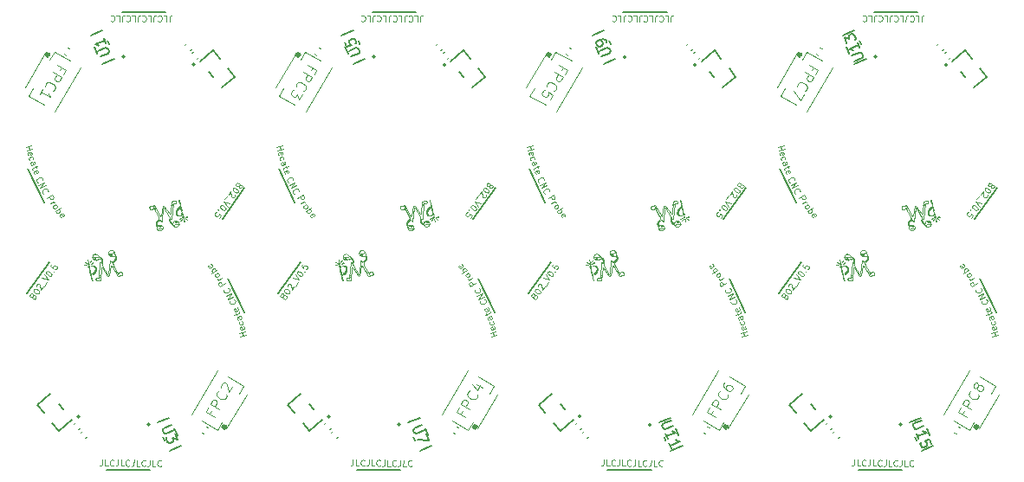
<source format=gbr>
%TF.GenerationSoftware,KiCad,Pcbnew,7.0.10*%
%TF.CreationDate,2024-11-13T11:37:07-08:00*%
%TF.ProjectId,ballBearingBoardPanelization241112,62616c6c-4265-4617-9269-6e67426f6172,rev?*%
%TF.SameCoordinates,Original*%
%TF.FileFunction,Legend,Top*%
%TF.FilePolarity,Positive*%
%FSLAX46Y46*%
G04 Gerber Fmt 4.6, Leading zero omitted, Abs format (unit mm)*
G04 Created by KiCad (PCBNEW 7.0.10) date 2024-11-13 11:37:07*
%MOMM*%
%LPD*%
G01*
G04 APERTURE LIST*
G04 Aperture macros list*
%AMRoundRect*
0 Rectangle with rounded corners*
0 $1 Rounding radius*
0 $2 $3 $4 $5 $6 $7 $8 $9 X,Y pos of 4 corners*
0 Add a 4 corners polygon primitive as box body*
4,1,4,$2,$3,$4,$5,$6,$7,$8,$9,$2,$3,0*
0 Add four circle primitives for the rounded corners*
1,1,$1+$1,$2,$3*
1,1,$1+$1,$4,$5*
1,1,$1+$1,$6,$7*
1,1,$1+$1,$8,$9*
0 Add four rect primitives between the rounded corners*
20,1,$1+$1,$2,$3,$4,$5,0*
20,1,$1+$1,$4,$5,$6,$7,0*
20,1,$1+$1,$6,$7,$8,$9,0*
20,1,$1+$1,$8,$9,$2,$3,0*%
%AMRotRect*
0 Rectangle, with rotation*
0 The origin of the aperture is its center*
0 $1 length*
0 $2 width*
0 $3 Rotation angle, in degrees counterclockwise*
0 Add horizontal line*
21,1,$1,$2,0,0,$3*%
G04 Aperture macros list end*
%ADD10C,0.070000*%
%ADD11C,0.000000*%
%ADD12C,0.050000*%
%ADD13C,0.128298*%
%ADD14C,0.150000*%
%ADD15C,0.128297*%
%ADD16C,0.100000*%
%ADD17C,0.304000*%
%ADD18C,0.152400*%
%ADD19C,0.120000*%
%ADD20RoundRect,0.030000X-0.257898X0.291185X-0.379707X0.084394X0.257898X-0.291185X0.379707X-0.084394X0*%
%ADD21RoundRect,0.040000X-0.228980X0.320574X-0.391393X0.044853X0.228980X-0.320574X0.391393X-0.044853X0*%
%ADD22C,2.250000*%
%ADD23C,0.500000*%
%ADD24RotRect,0.584200X1.320800X129.500000*%
%ADD25C,2.100000*%
%ADD26RoundRect,0.140000X0.000106X-0.220227X0.216161X-0.042125X-0.000106X0.220227X-0.216161X0.042125X0*%
%ADD27C,2.000000*%
%ADD28C,2.300000*%
%ADD29RotRect,0.584200X1.320800X309.500000*%
%ADD30RotRect,0.889000X0.863600X292.500000*%
%ADD31RotRect,0.508000X0.863600X292.500000*%
%ADD32RoundRect,0.140000X-0.000106X0.220227X-0.216161X0.042125X0.000106X-0.220227X0.216161X-0.042125X0*%
%ADD33RoundRect,0.030000X0.257898X-0.291185X0.379707X-0.084394X-0.257898X0.291185X-0.379707X0.084394X0*%
%ADD34RoundRect,0.040000X0.228980X-0.320574X0.391393X-0.044853X-0.228980X0.320574X-0.391393X0.044853X0*%
%ADD35RoundRect,0.140000X0.206910X0.075422X-0.034347X0.217532X-0.206910X-0.075422X0.034347X-0.217532X0*%
%ADD36RoundRect,0.140000X-0.206910X-0.075422X0.034347X-0.217532X0.206910X0.075422X-0.034347X0.217532X0*%
%ADD37RotRect,0.889000X0.863600X112.500000*%
%ADD38RotRect,0.508000X0.863600X112.500000*%
G04 APERTURE END LIST*
D10*
X23029051Y9168391D02*
X23036609Y9154853D01*
X51837005Y12751869D02*
X51858693Y12766893D01*
X51520015Y12335683D02*
X51516439Y12363801D01*
X-3336888Y6791192D02*
X-3346397Y6795608D01*
X77921283Y14411100D02*
X77926802Y14424846D01*
X47277735Y8346213D02*
X47285253Y8328469D01*
X70731797Y8307203D02*
X70735000Y8300857D01*
X72629559Y7343738D02*
X72618609Y7334700D01*
X47946862Y7295878D02*
X47932607Y7298424D01*
X51507635Y12151130D02*
X51495789Y12169595D01*
X51749170Y12221461D02*
X51721607Y12210072D01*
X77264091Y12799994D02*
X77271183Y12827936D01*
X45994521Y9065019D02*
X46013031Y9056082D01*
X77867710Y14580138D02*
X77854023Y14590862D01*
X71758990Y8569713D02*
X71750036Y8554084D01*
X3839160Y12465582D02*
X3822894Y12490240D01*
X21091559Y7029578D02*
X21081218Y7018852D01*
X26570559Y14102607D02*
X26576355Y14104995D01*
X71879884Y9198753D02*
X71896697Y9188368D01*
X47832287Y7589829D02*
X47842178Y7597789D01*
X72601498Y7322771D02*
X72589708Y7316169D01*
X-3239122Y6804079D02*
X-3236606Y6806620D01*
X23662802Y7397763D02*
X23652914Y7373765D01*
D11*
G36*
X4787443Y14699282D02*
G01*
X4797060Y14694941D01*
X4891408Y14269341D01*
X4875954Y14257194D01*
X4865864Y14253140D01*
X4885686Y14164873D01*
X4889853Y14165297D01*
X4891869Y14165471D01*
X4893826Y14165623D01*
X4895741Y14165750D01*
X4897598Y14165852D01*
X4899401Y14165941D01*
X4901145Y14165999D01*
X4902841Y14166031D01*
X4904478Y14166054D01*
X4906062Y14166046D01*
X4907580Y14166023D01*
X4909036Y14165969D01*
X4910446Y14165897D01*
X4911784Y14165798D01*
X4913058Y14165690D01*
X4914275Y14165550D01*
X4915422Y14165394D01*
X4916508Y14165209D01*
X4917522Y14165010D01*
X4918476Y14164792D01*
X4919355Y14164544D01*
X4920164Y14164285D01*
X4920912Y14163996D01*
X4921583Y14163694D01*
X4922177Y14163365D01*
X4922698Y14163022D01*
X4923150Y14162656D01*
X4923524Y14162267D01*
X4923821Y14161861D01*
X4924181Y14160984D01*
X5046767Y13608057D01*
X5046728Y13606677D01*
X5046564Y13606191D01*
X5046335Y13605687D01*
X5046038Y13605174D01*
X5045666Y13604651D01*
X5045227Y13604117D01*
X5044725Y13603570D01*
X5044152Y13603017D01*
X5043505Y13602452D01*
X5042794Y13601877D01*
X5042026Y13601291D01*
X5041185Y13600700D01*
X5040285Y13600094D01*
X5039322Y13599487D01*
X5038298Y13598869D01*
X5037207Y13598246D01*
X5036059Y13597621D01*
X5034846Y13596986D01*
X5033578Y13596349D01*
X5032253Y13595700D01*
X5030860Y13595055D01*
X5029421Y13594393D01*
X5027924Y13593744D01*
X5026369Y13593081D01*
X5024759Y13592418D01*
X5023097Y13591754D01*
X5021373Y13591088D01*
X5019605Y13590421D01*
X5017782Y13589748D01*
X5015909Y13589087D01*
X5047689Y13445842D01*
X5051856Y13446221D01*
X5053853Y13446372D01*
X5055799Y13446494D01*
X5057694Y13446601D01*
X5059526Y13446688D01*
X5061303Y13446728D01*
X5063015Y13446771D01*
X5064676Y13446777D01*
X5066267Y13446767D01*
X5067804Y13446730D01*
X5069275Y13446677D01*
X5070679Y13446593D01*
X5072022Y13446487D01*
X5073295Y13446361D01*
X5074506Y13446218D01*
X5075651Y13446043D01*
X5076725Y13445850D01*
X5077722Y13445629D01*
X5078652Y13445407D01*
X5079511Y13445142D01*
X5080298Y13444862D01*
X5081018Y13444570D01*
X5081652Y13444234D01*
X5082217Y13443899D01*
X5082700Y13443539D01*
X5083111Y13443153D01*
X5083437Y13442749D01*
X5083857Y13441875D01*
X5083949Y13440926D01*
X5087886Y13427543D01*
X5097621Y13401398D01*
X5109404Y13376117D01*
X5123164Y13351847D01*
X5138812Y13328750D01*
X5156246Y13306969D01*
X5175360Y13286654D01*
X5185604Y13277190D01*
X5188158Y13265669D01*
X5186465Y13257053D01*
X5181332Y13240274D01*
X5174262Y13224210D01*
X5165365Y13209091D01*
X5154764Y13195107D01*
X5142592Y13182463D01*
X5129022Y13171329D01*
X5114251Y13161858D01*
X5098472Y13154182D01*
X5081903Y13148404D01*
X5064765Y13144601D01*
X5047310Y13142839D01*
X5029762Y13143126D01*
X5012372Y13145465D01*
X4995371Y13149818D01*
X4979000Y13156141D01*
X4963485Y13164325D01*
X4949026Y13174276D01*
X4935832Y13185853D01*
X4924082Y13198890D01*
X4918910Y13205974D01*
X4916351Y13217495D01*
X4921641Y13230403D01*
X4930375Y13256898D01*
X4936983Y13284000D01*
X4941399Y13311551D01*
X4943610Y13339362D01*
X4943606Y13367252D01*
X4941370Y13395064D01*
X4939296Y13408854D01*
X4938982Y13410720D01*
X4939109Y13411225D01*
X4939313Y13411744D01*
X4939603Y13412273D01*
X4939962Y13412831D01*
X4940412Y13413388D01*
X4940923Y13413960D01*
X4941517Y13414547D01*
X4942186Y13415135D01*
X4942927Y13415749D01*
X4943745Y13416368D01*
X4944634Y13416990D01*
X4945590Y13417627D01*
X4946623Y13418264D01*
X4947721Y13418926D01*
X4948893Y13419584D01*
X4950123Y13420249D01*
X4951437Y13420922D01*
X4952801Y13421605D01*
X4954235Y13422290D01*
X4955741Y13422972D01*
X4957306Y13423670D01*
X4958933Y13424369D01*
X4960628Y13425072D01*
X4962383Y13425777D01*
X4964201Y13426478D01*
X4966070Y13427187D01*
X4968003Y13427897D01*
X4969995Y13428605D01*
X4938337Y13571889D01*
X4922227Y13570980D01*
X4911552Y13571569D01*
X4902351Y13576081D01*
X4779777Y14128970D01*
X4779842Y14130457D01*
X4780028Y14130972D01*
X4780296Y14131513D01*
X4780648Y14132066D01*
X4781078Y14132630D01*
X4781583Y14133207D01*
X4782161Y14133796D01*
X4782823Y14134397D01*
X4783555Y14135007D01*
X4784369Y14135630D01*
X4785254Y14136261D01*
X4786210Y14136903D01*
X4787232Y14137553D01*
X4788333Y14138208D01*
X4789502Y14138868D01*
X4790737Y14139546D01*
X4792041Y14140220D01*
X4793411Y14140901D01*
X4794841Y14141592D01*
X4796343Y14142280D01*
X4797912Y14142975D01*
X4799532Y14143677D01*
X4801225Y14144378D01*
X4802975Y14145088D01*
X4804783Y14145792D01*
X4806652Y14146502D01*
X4808586Y14147212D01*
X4810574Y14147917D01*
X4812614Y14148632D01*
X4814706Y14149332D01*
X4794917Y14237523D01*
X4773579Y14236840D01*
X4763891Y14241058D01*
X4669517Y14666794D01*
X4679903Y14676606D01*
X4689219Y14680845D01*
X4699231Y14684553D01*
X4720607Y14690832D01*
X4730903Y14693278D01*
X4741257Y14695395D01*
X4751465Y14697137D01*
X4763210Y14698673D01*
X4776927Y14699620D01*
X4787443Y14699282D01*
G37*
D10*
X-3436404Y6889517D02*
X-3440616Y6899829D01*
X77367431Y12428092D02*
X77379075Y12414480D01*
X27069240Y12659728D02*
X27087502Y12679835D01*
X21338373Y8911312D02*
X21352482Y8925883D01*
D11*
G36*
X2879803Y12242308D02*
G01*
X2903744Y12239793D01*
X2927397Y12235344D01*
X2950619Y12229013D01*
X2973255Y12220824D01*
X2995152Y12210832D01*
X3016172Y12199106D01*
X3036188Y12185724D01*
X3055046Y12170771D01*
X3072646Y12154346D01*
X3088862Y12136548D01*
X3103585Y12117510D01*
X3110254Y12107487D01*
X3103103Y12099739D01*
X3095448Y12091909D01*
X3087800Y12084735D01*
X3071566Y12072335D01*
X3053648Y12060982D01*
X3044686Y12055516D01*
X3035773Y12050256D01*
X3018159Y12040376D01*
X2995407Y12029577D01*
X2985944Y12025430D01*
X2976572Y12021579D01*
X2962195Y12016188D01*
X2941194Y12010551D01*
X2930586Y12008241D01*
X2910852Y12005223D01*
X2892060Y12005292D01*
X2881807Y12006066D01*
X2865335Y12008767D01*
X2849309Y12014868D01*
X2839974Y12019401D01*
X2827049Y12027342D01*
X2814342Y12039185D01*
X2807101Y12047106D01*
X2797350Y12059804D01*
X2788461Y12076341D01*
X2783964Y12086115D01*
X2777465Y12103233D01*
X2772863Y12123018D01*
X2770982Y12133471D01*
X2768522Y12153953D01*
X2768602Y12175579D01*
X2769881Y12195255D01*
X2772827Y12229590D01*
X2784357Y12233026D01*
X2807864Y12238231D01*
X2831707Y12241532D01*
X2855735Y12242895D01*
X2879803Y12242308D01*
G37*
D10*
X-3211020Y6808161D02*
X-3203603Y6803864D01*
X51079971Y13769187D02*
X51057097Y13761853D01*
X-2802818Y8510134D02*
X-2799148Y8528044D01*
X3775727Y13037306D02*
X3782497Y13015813D01*
X75570559Y14102607D02*
X75576355Y14104995D01*
X45862340Y8934121D02*
X45852482Y8925883D01*
X21695202Y8848051D02*
X21686139Y8866532D01*
X70728917Y8649421D02*
X70731248Y8669391D01*
X23560209Y7301919D02*
X23542730Y7294989D01*
X28852063Y14343080D02*
X28864897Y14350168D01*
X2837005Y12751869D02*
X2822279Y12741555D01*
X50981872Y14112719D02*
X50999224Y14111882D01*
X51089722Y14127596D02*
X51090034Y14137350D01*
X71741306Y8518183D02*
X71741126Y8501400D01*
X28921283Y14411100D02*
X28916894Y14402259D01*
X52837135Y12686558D02*
X52838987Y12669624D01*
X47223485Y8704041D02*
X47199765Y8686645D01*
X-3404965Y6841220D02*
X-3392686Y6828470D01*
X47460344Y8970613D02*
X47451469Y8942706D01*
X26920634Y12412432D02*
X26928659Y12442787D01*
X46732491Y7438132D02*
X46235000Y8300857D01*
X27231969Y12969013D02*
X27227978Y12985384D01*
X70530736Y8943720D02*
X70546777Y8932938D01*
X21363519Y9168220D02*
X21376045Y9149448D01*
X75312728Y13933169D02*
X75312870Y13954696D01*
X22960344Y8970613D02*
X22964717Y8989456D01*
X-2913084Y9004524D02*
X-2925140Y9015611D01*
X-1536155Y9065229D02*
X-1539945Y9083592D01*
X-2869290Y8797210D02*
X-2874137Y8812906D01*
X3977345Y14555755D02*
X3871811Y13342229D01*
X23513635Y7288557D02*
X23501988Y7288195D01*
X52977345Y14555755D02*
X52871811Y13342229D01*
X-3026562Y8964933D02*
X-3038338Y8966455D01*
X22232491Y7438132D02*
X21735000Y8300857D01*
D12*
X54152164Y12814155D02*
X54154668Y12811457D01*
X54155193Y12809694D01*
X54205725Y12589865D01*
X54206129Y12587565D01*
X54204748Y12583116D01*
X54201327Y12579960D01*
X54199075Y12579334D01*
X54196774Y12578949D01*
X54192334Y12580359D01*
X54189199Y12583818D01*
X54188595Y12586069D01*
X54141489Y12806659D01*
X54141221Y12808477D01*
X54142341Y12811979D01*
X54145064Y12814466D01*
X54148654Y12815260D01*
X54152164Y12814155D01*
G36*
X54152164Y12814155D02*
G01*
X54154668Y12811457D01*
X54155193Y12809694D01*
X54205725Y12589865D01*
X54206129Y12587565D01*
X54204748Y12583116D01*
X54201327Y12579960D01*
X54199075Y12579334D01*
X54196774Y12578949D01*
X54192334Y12580359D01*
X54189199Y12583818D01*
X54188595Y12586069D01*
X54141489Y12806659D01*
X54141221Y12808477D01*
X54142341Y12811979D01*
X54145064Y12814466D01*
X54148654Y12815260D01*
X54152164Y12814155D01*
G37*
D10*
X21464377Y9079309D02*
X21452648Y9085197D01*
X70054655Y6966428D02*
X70052254Y6951605D01*
X77852063Y14343080D02*
X77864897Y14350168D01*
X28797690Y14617875D02*
X28784700Y14620680D01*
X47536609Y9154853D02*
X47547241Y9133904D01*
X47752105Y7420303D02*
X47752940Y7439386D01*
X45707132Y6779494D02*
X45718343Y6779357D01*
X27166983Y12194251D02*
X27181325Y12197020D01*
X47547131Y8937061D02*
X47532597Y8904851D01*
X46933695Y8788715D02*
X46817899Y7457073D01*
X4201686Y14336187D02*
X4213598Y14331880D01*
X51466912Y12213118D02*
X51454809Y12232522D01*
X70644700Y8935329D02*
X70660966Y8910673D01*
X70692027Y8464335D02*
X70692492Y8435734D01*
X78211809Y12291642D02*
X78228352Y12284948D01*
X51691497Y12789446D02*
X51702764Y12802295D01*
X52754943Y12751491D02*
X52759762Y12780979D01*
X-1583187Y8881121D02*
X-1602309Y8856267D01*
X-2899559Y8869600D02*
X-2907143Y8882268D01*
X4048118Y12305950D02*
X4059086Y12298909D01*
X47555201Y8958125D02*
X47547131Y8937061D01*
X70282173Y7064727D02*
X70290017Y7061532D01*
X3099470Y14098468D02*
X2929514Y13133325D01*
X70473438Y8964933D02*
X70461662Y8966455D01*
X-1157822Y7597789D02*
X-1141846Y7609275D01*
X53263666Y14323204D02*
X53255062Y14323614D01*
X47421023Y9405228D02*
X47423157Y9388965D01*
X47383493Y8840426D02*
X47361187Y8817308D01*
X52927395Y12371061D02*
X52908999Y12385302D01*
X53242380Y14325176D02*
X53255062Y14323614D01*
X3812582Y12507625D02*
X3822894Y12490240D01*
X28364900Y12833597D02*
X28378419Y12848309D01*
D11*
G36*
X29287443Y14699282D02*
G01*
X29297060Y14694941D01*
X29391408Y14269341D01*
X29375954Y14257194D01*
X29365864Y14253140D01*
X29385686Y14164873D01*
X29389853Y14165297D01*
X29391869Y14165471D01*
X29393826Y14165623D01*
X29395741Y14165750D01*
X29397598Y14165852D01*
X29399401Y14165941D01*
X29401145Y14165999D01*
X29402841Y14166031D01*
X29404478Y14166054D01*
X29406062Y14166046D01*
X29407580Y14166023D01*
X29409036Y14165969D01*
X29410446Y14165897D01*
X29411784Y14165798D01*
X29413058Y14165690D01*
X29414275Y14165550D01*
X29415422Y14165394D01*
X29416508Y14165209D01*
X29417522Y14165010D01*
X29418476Y14164792D01*
X29419355Y14164544D01*
X29420164Y14164285D01*
X29420912Y14163996D01*
X29421583Y14163694D01*
X29422177Y14163365D01*
X29422698Y14163022D01*
X29423150Y14162656D01*
X29423524Y14162267D01*
X29423821Y14161861D01*
X29424181Y14160984D01*
X29546767Y13608057D01*
X29546728Y13606677D01*
X29546564Y13606191D01*
X29546335Y13605687D01*
X29546038Y13605174D01*
X29545666Y13604651D01*
X29545227Y13604117D01*
X29544725Y13603570D01*
X29544152Y13603017D01*
X29543505Y13602452D01*
X29542794Y13601877D01*
X29542026Y13601291D01*
X29541185Y13600700D01*
X29540285Y13600094D01*
X29539322Y13599487D01*
X29538298Y13598869D01*
X29537207Y13598246D01*
X29536059Y13597621D01*
X29534846Y13596986D01*
X29533578Y13596349D01*
X29532253Y13595700D01*
X29530860Y13595055D01*
X29529421Y13594393D01*
X29527924Y13593744D01*
X29526369Y13593081D01*
X29524759Y13592418D01*
X29523097Y13591754D01*
X29521373Y13591088D01*
X29519605Y13590421D01*
X29517782Y13589748D01*
X29515909Y13589087D01*
X29547689Y13445842D01*
X29551856Y13446221D01*
X29553853Y13446372D01*
X29555799Y13446494D01*
X29557694Y13446601D01*
X29559526Y13446688D01*
X29561303Y13446728D01*
X29563015Y13446771D01*
X29564676Y13446777D01*
X29566267Y13446767D01*
X29567804Y13446730D01*
X29569275Y13446677D01*
X29570679Y13446593D01*
X29572022Y13446487D01*
X29573295Y13446361D01*
X29574506Y13446218D01*
X29575651Y13446043D01*
X29576725Y13445850D01*
X29577722Y13445629D01*
X29578652Y13445407D01*
X29579511Y13445142D01*
X29580298Y13444862D01*
X29581018Y13444570D01*
X29581652Y13444234D01*
X29582217Y13443899D01*
X29582700Y13443539D01*
X29583111Y13443153D01*
X29583437Y13442749D01*
X29583857Y13441875D01*
X29583949Y13440926D01*
X29587886Y13427543D01*
X29597621Y13401398D01*
X29609404Y13376117D01*
X29623164Y13351847D01*
X29638812Y13328750D01*
X29656246Y13306969D01*
X29675360Y13286654D01*
X29685604Y13277190D01*
X29688158Y13265669D01*
X29686465Y13257053D01*
X29681332Y13240274D01*
X29674262Y13224210D01*
X29665365Y13209091D01*
X29654764Y13195107D01*
X29642592Y13182463D01*
X29629022Y13171329D01*
X29614251Y13161858D01*
X29598472Y13154182D01*
X29581903Y13148404D01*
X29564765Y13144601D01*
X29547310Y13142839D01*
X29529762Y13143126D01*
X29512372Y13145465D01*
X29495371Y13149818D01*
X29479000Y13156141D01*
X29463485Y13164325D01*
X29449026Y13174276D01*
X29435832Y13185853D01*
X29424082Y13198890D01*
X29418910Y13205974D01*
X29416351Y13217495D01*
X29421641Y13230403D01*
X29430375Y13256898D01*
X29436983Y13284000D01*
X29441399Y13311551D01*
X29443610Y13339362D01*
X29443606Y13367252D01*
X29441370Y13395064D01*
X29439296Y13408854D01*
X29438982Y13410720D01*
X29439109Y13411225D01*
X29439313Y13411744D01*
X29439603Y13412273D01*
X29439962Y13412831D01*
X29440412Y13413388D01*
X29440923Y13413960D01*
X29441517Y13414547D01*
X29442186Y13415135D01*
X29442927Y13415749D01*
X29443745Y13416368D01*
X29444634Y13416990D01*
X29445590Y13417627D01*
X29446623Y13418264D01*
X29447721Y13418926D01*
X29448893Y13419584D01*
X29450123Y13420249D01*
X29451437Y13420922D01*
X29452801Y13421605D01*
X29454235Y13422290D01*
X29455741Y13422972D01*
X29457306Y13423670D01*
X29458933Y13424369D01*
X29460628Y13425072D01*
X29462383Y13425777D01*
X29464201Y13426478D01*
X29466070Y13427187D01*
X29468003Y13427897D01*
X29469995Y13428605D01*
X29438337Y13571889D01*
X29422227Y13570980D01*
X29411552Y13571569D01*
X29402351Y13576081D01*
X29279777Y14128970D01*
X29279842Y14130457D01*
X29280028Y14130972D01*
X29280296Y14131513D01*
X29280648Y14132066D01*
X29281078Y14132630D01*
X29281583Y14133207D01*
X29282161Y14133796D01*
X29282823Y14134397D01*
X29283555Y14135007D01*
X29284369Y14135630D01*
X29285254Y14136261D01*
X29286210Y14136903D01*
X29287232Y14137553D01*
X29288333Y14138208D01*
X29289502Y14138868D01*
X29290737Y14139546D01*
X29292041Y14140220D01*
X29293411Y14140901D01*
X29294841Y14141592D01*
X29296343Y14142280D01*
X29297912Y14142975D01*
X29299532Y14143677D01*
X29301225Y14144378D01*
X29302975Y14145088D01*
X29304783Y14145792D01*
X29306652Y14146502D01*
X29308586Y14147212D01*
X29310574Y14147917D01*
X29312614Y14148632D01*
X29314706Y14149332D01*
X29294917Y14237523D01*
X29273579Y14236840D01*
X29263891Y14241058D01*
X29169517Y14666794D01*
X29179903Y14676606D01*
X29189219Y14680845D01*
X29199231Y14684553D01*
X29220607Y14690832D01*
X29230903Y14693278D01*
X29241257Y14695395D01*
X29251465Y14697137D01*
X29263210Y14698673D01*
X29276927Y14699620D01*
X29287443Y14699282D01*
G37*
D10*
X4711809Y12291642D02*
X4643319Y12312601D01*
X4564026Y12327997D01*
X4485611Y12332893D01*
X4408302Y12326507D01*
X4353886Y12314604D01*
X75380655Y13792216D02*
X75366045Y13806074D01*
X46192027Y8464335D02*
X46192996Y8482972D01*
X22751890Y8431900D02*
X22755882Y8415527D01*
X72278612Y7522743D02*
X72284232Y7532275D01*
X27198606Y13072444D02*
X27186137Y13098936D01*
X53221704Y14329553D02*
X53213598Y14331880D01*
X45973438Y8964933D02*
X45991052Y8961281D01*
X26954809Y12232522D02*
X26947251Y12246060D01*
X47932607Y7298424D02*
X47924366Y7298963D01*
X76249170Y12221461D02*
X76221607Y12210072D01*
X52752063Y13093710D02*
X52748859Y13100056D01*
X2631779Y12726853D02*
X2656435Y12752400D01*
X70075168Y7011008D02*
X70066965Y6998655D01*
X26971201Y13801905D02*
G75*
G03*
X26832375Y13716360I34499J-211405D01*
G01*
X72443362Y7642529D02*
X72469308Y7646173D01*
X-2882707Y8835255D02*
X-2888941Y8849604D01*
X2633840Y12193080D02*
X2646506Y12192104D01*
X53242380Y14325176D02*
X53234012Y14326577D01*
X21131797Y7057833D02*
X21118963Y7050745D01*
X75589722Y14127596D02*
X75590034Y14137350D01*
X-2859397Y8756481D02*
X-2855126Y8731288D01*
X70714728Y8800456D02*
X70723572Y8770914D01*
X2552836Y12050645D02*
X2546340Y12072516D01*
X22741126Y8501400D02*
X22742181Y8489043D01*
X75963501Y12518040D02*
X75983941Y12551253D01*
X70617293Y8835255D02*
X70625863Y8812906D01*
X-1483051Y9187794D02*
X-1470949Y9168391D01*
X-3447953Y6941409D02*
X-3446988Y6925920D01*
X26576355Y14104995D02*
X26583552Y14110532D01*
X75540497Y13758383D02*
X75514551Y13754740D01*
X3896944Y12396388D02*
X3908999Y12385302D01*
X-851952Y7552596D02*
X-839053Y7522593D01*
X2515257Y12138733D02*
X2507635Y12151130D01*
X45720194Y7077708D02*
X45707170Y7077739D01*
X3981235Y12443588D02*
X3992808Y12439633D01*
X77797690Y14617875D02*
X77784700Y14620680D01*
X75613686Y13784618D02*
X75594348Y13774786D01*
X28763666Y14323204D02*
X28776689Y14323174D01*
X45610758Y7045245D02*
X45618963Y7050745D01*
X45763394Y6806620D02*
X45767273Y6809826D01*
X51227943Y13941334D02*
X51226852Y13936106D01*
X27007635Y12151130D02*
X26995789Y12169595D01*
X72370173Y7616295D02*
X72389512Y7626126D01*
X77709035Y14588718D02*
X77705409Y14589059D01*
X72432607Y7298424D02*
X72424366Y7298963D01*
X46228917Y8649421D02*
X46231248Y8669391D01*
X77335329Y12728449D02*
X77335341Y12711886D01*
X2257406Y14174455D02*
X2090034Y14137350D01*
X76178834Y12633519D02*
X76203502Y12653528D01*
X77269132Y12600457D02*
X77276075Y12581080D01*
X-2869290Y8797210D02*
X-2862811Y8773079D01*
X47262719Y8390200D02*
X47268315Y8372716D01*
X76023516Y12430300D02*
X76019142Y12411457D01*
X28785495Y14323831D02*
X28776689Y14323174D01*
X2807987Y11923914D02*
X2736880Y11900795D01*
X2669795Y11869668D01*
X2604601Y11832132D01*
X2589240Y11822450D01*
X53421283Y14411100D02*
X53426802Y14424846D01*
X-3118202Y7290925D02*
G75*
G03*
X-2956652Y7268061I111593J206325D01*
G01*
X47451475Y9294238D02*
X47458074Y9281261D01*
X53102045Y14109960D02*
G75*
G03*
X52940512Y14132850I-111645J-206460D01*
G01*
X21502626Y8957324D02*
X21519733Y8950046D01*
X46195202Y8848051D02*
X46186139Y8866532D01*
X47458074Y9281261D02*
X47468603Y9262180D01*
X47460344Y8970613D02*
X47464717Y8989456D01*
X50911906Y14093788D02*
X50923651Y14098993D01*
X76103974Y12202160D02*
X76087162Y12212546D01*
X3864900Y12833597D02*
X3857084Y12822697D01*
X21671277Y8893288D02*
X21660966Y8910673D01*
X53406685Y14536470D02*
X53412818Y14526659D01*
D12*
X5284302Y12895850D02*
X5285953Y12895030D01*
X5481188Y12782060D01*
X5483142Y12780791D01*
X5485459Y12776744D01*
X5485434Y12772089D01*
X5484353Y12770018D01*
X5483069Y12768071D01*
X5479008Y12765787D01*
X5474344Y12765854D01*
X5472287Y12766949D01*
X5278833Y12882932D01*
X5277315Y12883987D01*
X5275519Y12887191D01*
X5275557Y12890872D01*
X5277423Y12894049D01*
X5280622Y12895863D01*
X5284302Y12895850D01*
G36*
X5284302Y12895850D02*
G01*
X5285953Y12895030D01*
X5481188Y12782060D01*
X5483142Y12780791D01*
X5485459Y12776744D01*
X5485434Y12772089D01*
X5484353Y12770018D01*
X5483069Y12768071D01*
X5479008Y12765787D01*
X5474344Y12765854D01*
X5472287Y12766949D01*
X5278833Y12882932D01*
X5277315Y12883987D01*
X5275519Y12887191D01*
X5275557Y12890872D01*
X5277423Y12894049D01*
X5280622Y12895863D01*
X5284302Y12895850D01*
G37*
D10*
X53420264Y14511394D02*
X53412818Y14526659D01*
X28343257Y12644433D02*
X28346671Y12627832D01*
X71883493Y8840426D02*
X71897691Y8856267D01*
X21256988Y6799570D02*
X21260878Y6804079D01*
X-3159057Y7030067D02*
X-3160698Y7031382D01*
X51454809Y12232522D02*
X51447251Y12246060D01*
X77353149Y12603703D02*
X77357996Y12588007D01*
D13*
X44940411Y8408969D02*
G75*
G03*
X44812113Y8408969I-64149J0D01*
G01*
X44812113Y8408969D02*
G75*
G03*
X44940411Y8408969I64149J0D01*
G01*
D10*
X70719769Y8600917D02*
X70712678Y8572976D01*
X-1692545Y8284548D02*
X-1235341Y7491666D01*
X21728917Y8649421D02*
X21731248Y8669391D01*
X47561135Y9096050D02*
X47564736Y9079692D01*
X70075168Y7011008D02*
X70081218Y7018852D01*
X2552216Y12252563D02*
X2539551Y12274753D01*
X26905124Y13917629D02*
G75*
G03*
X26765876Y13828108I40676J-216329D01*
G01*
X21063596Y6889517D02*
X21059384Y6899829D01*
X48137600Y7571200D02*
X48148048Y7552596D01*
X28343257Y12644433D02*
X28338987Y12669624D01*
X2741678Y12911871D02*
X2739182Y12931597D01*
X-1620116Y9198753D02*
X-1603303Y9188368D01*
D11*
G36*
X70045015Y8998112D02*
G01*
X70055359Y8997293D01*
X70071751Y8994605D01*
X70087248Y8988703D01*
X70096829Y8983960D01*
X70108313Y8976671D01*
X70119904Y8965241D01*
X70126413Y8957563D01*
X70135050Y8945238D01*
X70142689Y8928977D01*
X70146502Y8919325D01*
X70151942Y8902282D01*
X70155689Y8882211D01*
X70157204Y8871515D01*
X70159154Y8850366D01*
X70159092Y8827461D01*
X70158719Y8816823D01*
X70157984Y8804584D01*
X70153315Y8768605D01*
X70141080Y8765162D01*
X70116190Y8760036D01*
X70090970Y8756929D01*
X70065581Y8755869D01*
X70040189Y8756851D01*
X70014960Y8759880D01*
X69990055Y8764932D01*
X69965640Y8771975D01*
X69941867Y8780964D01*
X69918899Y8791832D01*
X69896879Y8804520D01*
X69875958Y8818935D01*
X69856263Y8835002D01*
X69837927Y8852602D01*
X69821070Y8871612D01*
X69805800Y8891918D01*
X69798905Y8902594D01*
X69807613Y8908907D01*
X69816963Y8915471D01*
X69826349Y8921743D01*
X69835411Y8927404D01*
X69846407Y8933761D01*
X69868284Y8945330D01*
X69877413Y8950001D01*
X69886444Y8954508D01*
X69896650Y8959435D01*
X69909215Y8965303D01*
X69934747Y8975612D01*
X69945282Y8979556D01*
X69955634Y8983197D01*
X69971395Y8988280D01*
X69993901Y8993508D01*
X70004147Y8995447D01*
X70014152Y8996993D01*
X70025848Y8998330D01*
X70045015Y8998112D01*
G37*
D10*
X47416813Y8881121D02*
X47428532Y8898108D01*
X-1242992Y7464806D02*
X-1235341Y7491666D01*
X71763956Y8734615D02*
X71739511Y8715952D01*
X22999919Y8849660D02*
X22984306Y8827469D01*
D12*
X44791526Y8820553D02*
X44794660Y8817095D01*
X44795265Y8814845D01*
X44842370Y8594254D01*
X44842638Y8592435D01*
X44841519Y8588933D01*
X44838796Y8586448D01*
X44835206Y8585653D01*
X44831695Y8586758D01*
X44829192Y8589454D01*
X44828667Y8591218D01*
X44778136Y8811048D01*
X44777731Y8813346D01*
X44779111Y8817797D01*
X44782532Y8820954D01*
X44784784Y8821579D01*
X44787085Y8821964D01*
X44791526Y8820553D01*
G36*
X44791526Y8820553D02*
G01*
X44794660Y8817095D01*
X44795265Y8814845D01*
X44842370Y8594254D01*
X44842638Y8592435D01*
X44841519Y8588933D01*
X44838796Y8586448D01*
X44835206Y8585653D01*
X44831695Y8586758D01*
X44829192Y8589454D01*
X44828667Y8591218D01*
X44778136Y8811048D01*
X44777731Y8813346D01*
X44779111Y8817797D01*
X44782532Y8820954D01*
X44784784Y8821579D01*
X44787085Y8821964D01*
X44791526Y8820553D01*
G37*
D10*
X27042098Y12628074D02*
X27069240Y12659728D01*
X-2969264Y8943720D02*
X-2953223Y8932938D01*
X47568695Y9036171D02*
X47566947Y9008165D01*
X3883418Y12531313D02*
X3891003Y12518644D01*
X70077175Y6864443D02*
X70087332Y6850150D01*
X-1548525Y9294238D02*
X-1541926Y9281261D01*
X1830945Y14027148D02*
X1839687Y14040144D01*
X-1431586Y9054220D02*
X-1431305Y9036171D01*
D12*
X53697153Y14008994D02*
X53700260Y14005922D01*
X53701484Y14001729D01*
X53700521Y13997470D01*
X53699170Y13995754D01*
X53680079Y13983849D01*
X53670674Y13977595D01*
X53661370Y13971143D01*
X53652159Y13964482D01*
X53643050Y13957627D01*
X53634030Y13950560D01*
X53625113Y13943292D01*
X53598181Y13919566D01*
X53585048Y13906945D01*
X53572158Y13893835D01*
X53559521Y13880229D01*
X53547151Y13866142D01*
X53535075Y13851582D01*
X53523304Y13836546D01*
X53511843Y13821047D01*
X53500711Y13805096D01*
X53489941Y13788680D01*
X53479526Y13771824D01*
X53469495Y13754531D01*
X53464626Y13745719D01*
X53459857Y13736798D01*
X53455188Y13727771D01*
X53450628Y13718639D01*
X53446174Y13709397D01*
X53441828Y13700059D01*
X53426720Y13664446D01*
X53419847Y13646176D01*
X53413489Y13627644D01*
X53407672Y13608903D01*
X53402445Y13589990D01*
X53397841Y13570937D01*
X53393901Y13551815D01*
X53390668Y13532640D01*
X53388170Y13513469D01*
X53386463Y13494325D01*
X53385567Y13475273D01*
X53385536Y13456348D01*
X53386410Y13437586D01*
X53388217Y13419042D01*
X53390997Y13400747D01*
X53398517Y13368977D01*
X53403507Y13353552D01*
X53409301Y13338465D01*
X53415892Y13323757D01*
X53423248Y13309447D01*
X53431382Y13295552D01*
X53440263Y13282108D01*
X53449879Y13269147D01*
X53460236Y13256672D01*
X53471293Y13244733D01*
X53483056Y13233345D01*
X53495513Y13222549D01*
X53508639Y13212351D01*
X53522431Y13202781D01*
X53536875Y13193878D01*
X53556479Y13183373D01*
X53566638Y13178575D01*
X53577027Y13174078D01*
X53587635Y13169892D01*
X53598460Y13166022D01*
X53609502Y13162481D01*
X53620743Y13159257D01*
X53632192Y13156370D01*
X53643818Y13153824D01*
X53655639Y13151626D01*
X53667646Y13149773D01*
X53679824Y13148271D01*
X53692167Y13147132D01*
X53704680Y13146357D01*
X53717340Y13145964D01*
X53702771Y13148935D01*
X53688657Y13152235D01*
X53674990Y13155845D01*
X53661765Y13159774D01*
X53648972Y13164004D01*
X53636623Y13168536D01*
X53624707Y13173359D01*
X53613220Y13178465D01*
X53602158Y13183849D01*
X53591521Y13189508D01*
X53581305Y13195432D01*
X53571500Y13201613D01*
X53562116Y13208044D01*
X53553130Y13214734D01*
X53536383Y13228810D01*
X53523569Y13241292D01*
X53511867Y13254317D01*
X53501254Y13267834D01*
X53491697Y13281803D01*
X53483168Y13296187D01*
X53475650Y13310950D01*
X53469101Y13326041D01*
X53463501Y13341432D01*
X53458824Y13357076D01*
X53455046Y13372934D01*
X53452127Y13388964D01*
X53450053Y13405121D01*
X53448786Y13421391D01*
X53448309Y13437696D01*
X53449585Y13470313D01*
X53451504Y13488258D01*
X53454242Y13506131D01*
X53457793Y13523928D01*
X53462136Y13541645D01*
X53467273Y13559281D01*
X53473177Y13576830D01*
X53479859Y13594278D01*
X53487290Y13611631D01*
X53495467Y13628885D01*
X53504375Y13646024D01*
X53514003Y13663044D01*
X53524341Y13679954D01*
X53535386Y13696735D01*
X53541156Y13705079D01*
X53547112Y13713383D01*
X53553229Y13721663D01*
X53559511Y13729906D01*
X53572591Y13746291D01*
X53581394Y13756807D01*
X53590481Y13767286D01*
X53599867Y13777722D01*
X53609541Y13788117D01*
X53619497Y13798479D01*
X53629748Y13808797D01*
X53640291Y13819089D01*
X53651111Y13829330D01*
X53662241Y13839554D01*
X53673650Y13849741D01*
X53685359Y13859907D01*
X53697360Y13870033D01*
X53709656Y13880138D01*
X53722239Y13890217D01*
X53748304Y13910307D01*
X53750106Y13911455D01*
X53754345Y13911928D01*
X53758259Y13910237D01*
X53760820Y13906829D01*
X53761359Y13902599D01*
X53759727Y13898659D01*
X53758126Y13897247D01*
X53714955Y13863919D01*
X53701972Y13852915D01*
X53692883Y13845044D01*
X53683942Y13837152D01*
X53675162Y13829259D01*
X53666526Y13821342D01*
X53658045Y13813415D01*
X53623210Y13779495D01*
X53612952Y13768250D01*
X53605792Y13760199D01*
X53598783Y13752132D01*
X53591922Y13744041D01*
X53585212Y13735934D01*
X53578653Y13727808D01*
X53551990Y13692975D01*
X53543316Y13679726D01*
X53537059Y13669750D01*
X53531023Y13659751D01*
X53525201Y13649705D01*
X53519597Y13639640D01*
X53501078Y13603623D01*
X53495502Y13589927D01*
X53491585Y13579616D01*
X53487886Y13569284D01*
X53484432Y13558931D01*
X53481203Y13548547D01*
X53471241Y13511491D01*
X53468993Y13497496D01*
X53467611Y13486992D01*
X53466478Y13476495D01*
X53465609Y13466005D01*
X53465002Y13455516D01*
X53464572Y13418308D01*
X53466137Y13404518D01*
X53467660Y13394234D01*
X53469488Y13384023D01*
X53471622Y13373877D01*
X53474067Y13363801D01*
X53484811Y13328470D01*
X53490896Y13315844D01*
X53495887Y13306538D01*
X53501232Y13297370D01*
X53506946Y13288357D01*
X53513042Y13279505D01*
X53537141Y13249073D01*
X53551627Y13236332D01*
X53560892Y13229002D01*
X53570583Y13221902D01*
X53578994Y13216179D01*
X53587707Y13210620D01*
X53627619Y13188458D01*
X53640902Y13183453D01*
X53652347Y13179520D01*
X53664117Y13175803D01*
X53673786Y13172988D01*
X53683667Y13170306D01*
X53693773Y13167768D01*
X53704094Y13165371D01*
X53762078Y13154488D01*
X53786974Y13152509D01*
X53799769Y13151745D01*
X53812791Y13151148D01*
X53826048Y13150702D01*
X53836139Y13150476D01*
X53846361Y13150327D01*
X53856711Y13150271D01*
X53867197Y13150299D01*
X53857498Y13147646D01*
X53844635Y13144334D01*
X53831844Y13141301D01*
X53819126Y13138524D01*
X53806481Y13136028D01*
X53793919Y13133793D01*
X53781424Y13131823D01*
X53765910Y13129747D01*
X53702849Y13130084D01*
X53691272Y13130786D01*
X53679795Y13131730D01*
X53668426Y13132928D01*
X53657159Y13134385D01*
X53645998Y13136078D01*
X53634955Y13138020D01*
X53613181Y13142653D01*
X53560281Y13163514D01*
X53550741Y13167954D01*
X53541371Y13172611D01*
X53532156Y13177488D01*
X53523105Y13182568D01*
X53514214Y13187849D01*
X53505496Y13193342D01*
X53488567Y13204922D01*
X53450741Y13242399D01*
X53442569Y13251708D01*
X53434725Y13261253D01*
X53427222Y13271041D01*
X53420052Y13281060D01*
X53413232Y13291305D01*
X53404263Y13306036D01*
X53385611Y13355021D01*
X53382018Y13366801D01*
X53378793Y13378720D01*
X53375930Y13390771D01*
X53373442Y13402949D01*
X53371323Y13415237D01*
X53368960Y13432640D01*
X53369568Y13486921D01*
X53370164Y13497124D01*
X53370959Y13507342D01*
X53371940Y13517568D01*
X53373109Y13527792D01*
X53374450Y13538018D01*
X53375976Y13548245D01*
X53379561Y13568662D01*
X53394452Y13621760D01*
X53397558Y13631586D01*
X53400779Y13641361D01*
X53404123Y13651081D01*
X53407587Y13660750D01*
X53411163Y13670357D01*
X53414839Y13679902D01*
X53422541Y13698801D01*
X53446475Y13746392D01*
X53452349Y13757270D01*
X53458351Y13768028D01*
X53464481Y13778651D01*
X53470724Y13789151D01*
X53477088Y13799509D01*
X53486185Y13813782D01*
X53516210Y13853950D01*
X53523428Y13863059D01*
X53530744Y13872023D01*
X53538138Y13880839D01*
X53545623Y13889514D01*
X53553188Y13898036D01*
X53563924Y13909721D01*
X53598407Y13941873D01*
X53606644Y13949100D01*
X53614958Y13956183D01*
X53623342Y13963116D01*
X53631798Y13969905D01*
X53640327Y13976553D01*
X53652388Y13985604D01*
X53690791Y14009790D01*
X53692945Y14010171D01*
X53697153Y14008994D01*
G36*
X53697153Y14008994D02*
G01*
X53700260Y14005922D01*
X53701484Y14001729D01*
X53700521Y13997470D01*
X53699170Y13995754D01*
X53680079Y13983849D01*
X53670674Y13977595D01*
X53661370Y13971143D01*
X53652159Y13964482D01*
X53643050Y13957627D01*
X53634030Y13950560D01*
X53625113Y13943292D01*
X53598181Y13919566D01*
X53585048Y13906945D01*
X53572158Y13893835D01*
X53559521Y13880229D01*
X53547151Y13866142D01*
X53535075Y13851582D01*
X53523304Y13836546D01*
X53511843Y13821047D01*
X53500711Y13805096D01*
X53489941Y13788680D01*
X53479526Y13771824D01*
X53469495Y13754531D01*
X53464626Y13745719D01*
X53459857Y13736798D01*
X53455188Y13727771D01*
X53450628Y13718639D01*
X53446174Y13709397D01*
X53441828Y13700059D01*
X53426720Y13664446D01*
X53419847Y13646176D01*
X53413489Y13627644D01*
X53407672Y13608903D01*
X53402445Y13589990D01*
X53397841Y13570937D01*
X53393901Y13551815D01*
X53390668Y13532640D01*
X53388170Y13513469D01*
X53386463Y13494325D01*
X53385567Y13475273D01*
X53385536Y13456348D01*
X53386410Y13437586D01*
X53388217Y13419042D01*
X53390997Y13400747D01*
X53398517Y13368977D01*
X53403507Y13353552D01*
X53409301Y13338465D01*
X53415892Y13323757D01*
X53423248Y13309447D01*
X53431382Y13295552D01*
X53440263Y13282108D01*
X53449879Y13269147D01*
X53460236Y13256672D01*
X53471293Y13244733D01*
X53483056Y13233345D01*
X53495513Y13222549D01*
X53508639Y13212351D01*
X53522431Y13202781D01*
X53536875Y13193878D01*
X53556479Y13183373D01*
X53566638Y13178575D01*
X53577027Y13174078D01*
X53587635Y13169892D01*
X53598460Y13166022D01*
X53609502Y13162481D01*
X53620743Y13159257D01*
X53632192Y13156370D01*
X53643818Y13153824D01*
X53655639Y13151626D01*
X53667646Y13149773D01*
X53679824Y13148271D01*
X53692167Y13147132D01*
X53704680Y13146357D01*
X53717340Y13145964D01*
X53702771Y13148935D01*
X53688657Y13152235D01*
X53674990Y13155845D01*
X53661765Y13159774D01*
X53648972Y13164004D01*
X53636623Y13168536D01*
X53624707Y13173359D01*
X53613220Y13178465D01*
X53602158Y13183849D01*
X53591521Y13189508D01*
X53581305Y13195432D01*
X53571500Y13201613D01*
X53562116Y13208044D01*
X53553130Y13214734D01*
X53536383Y13228810D01*
X53523569Y13241292D01*
X53511867Y13254317D01*
X53501254Y13267834D01*
X53491697Y13281803D01*
X53483168Y13296187D01*
X53475650Y13310950D01*
X53469101Y13326041D01*
X53463501Y13341432D01*
X53458824Y13357076D01*
X53455046Y13372934D01*
X53452127Y13388964D01*
X53450053Y13405121D01*
X53448786Y13421391D01*
X53448309Y13437696D01*
X53449585Y13470313D01*
X53451504Y13488258D01*
X53454242Y13506131D01*
X53457793Y13523928D01*
X53462136Y13541645D01*
X53467273Y13559281D01*
X53473177Y13576830D01*
X53479859Y13594278D01*
X53487290Y13611631D01*
X53495467Y13628885D01*
X53504375Y13646024D01*
X53514003Y13663044D01*
X53524341Y13679954D01*
X53535386Y13696735D01*
X53541156Y13705079D01*
X53547112Y13713383D01*
X53553229Y13721663D01*
X53559511Y13729906D01*
X53572591Y13746291D01*
X53581394Y13756807D01*
X53590481Y13767286D01*
X53599867Y13777722D01*
X53609541Y13788117D01*
X53619497Y13798479D01*
X53629748Y13808797D01*
X53640291Y13819089D01*
X53651111Y13829330D01*
X53662241Y13839554D01*
X53673650Y13849741D01*
X53685359Y13859907D01*
X53697360Y13870033D01*
X53709656Y13880138D01*
X53722239Y13890217D01*
X53748304Y13910307D01*
X53750106Y13911455D01*
X53754345Y13911928D01*
X53758259Y13910237D01*
X53760820Y13906829D01*
X53761359Y13902599D01*
X53759727Y13898659D01*
X53758126Y13897247D01*
X53714955Y13863919D01*
X53701972Y13852915D01*
X53692883Y13845044D01*
X53683942Y13837152D01*
X53675162Y13829259D01*
X53666526Y13821342D01*
X53658045Y13813415D01*
X53623210Y13779495D01*
X53612952Y13768250D01*
X53605792Y13760199D01*
X53598783Y13752132D01*
X53591922Y13744041D01*
X53585212Y13735934D01*
X53578653Y13727808D01*
X53551990Y13692975D01*
X53543316Y13679726D01*
X53537059Y13669750D01*
X53531023Y13659751D01*
X53525201Y13649705D01*
X53519597Y13639640D01*
X53501078Y13603623D01*
X53495502Y13589927D01*
X53491585Y13579616D01*
X53487886Y13569284D01*
X53484432Y13558931D01*
X53481203Y13548547D01*
X53471241Y13511491D01*
X53468993Y13497496D01*
X53467611Y13486992D01*
X53466478Y13476495D01*
X53465609Y13466005D01*
X53465002Y13455516D01*
X53464572Y13418308D01*
X53466137Y13404518D01*
X53467660Y13394234D01*
X53469488Y13384023D01*
X53471622Y13373877D01*
X53474067Y13363801D01*
X53484811Y13328470D01*
X53490896Y13315844D01*
X53495887Y13306538D01*
X53501232Y13297370D01*
X53506946Y13288357D01*
X53513042Y13279505D01*
X53537141Y13249073D01*
X53551627Y13236332D01*
X53560892Y13229002D01*
X53570583Y13221902D01*
X53578994Y13216179D01*
X53587707Y13210620D01*
X53627619Y13188458D01*
X53640902Y13183453D01*
X53652347Y13179520D01*
X53664117Y13175803D01*
X53673786Y13172988D01*
X53683667Y13170306D01*
X53693773Y13167768D01*
X53704094Y13165371D01*
X53762078Y13154488D01*
X53786974Y13152509D01*
X53799769Y13151745D01*
X53812791Y13151148D01*
X53826048Y13150702D01*
X53836139Y13150476D01*
X53846361Y13150327D01*
X53856711Y13150271D01*
X53867197Y13150299D01*
X53857498Y13147646D01*
X53844635Y13144334D01*
X53831844Y13141301D01*
X53819126Y13138524D01*
X53806481Y13136028D01*
X53793919Y13133793D01*
X53781424Y13131823D01*
X53765910Y13129747D01*
X53702849Y13130084D01*
X53691272Y13130786D01*
X53679795Y13131730D01*
X53668426Y13132928D01*
X53657159Y13134385D01*
X53645998Y13136078D01*
X53634955Y13138020D01*
X53613181Y13142653D01*
X53560281Y13163514D01*
X53550741Y13167954D01*
X53541371Y13172611D01*
X53532156Y13177488D01*
X53523105Y13182568D01*
X53514214Y13187849D01*
X53505496Y13193342D01*
X53488567Y13204922D01*
X53450741Y13242399D01*
X53442569Y13251708D01*
X53434725Y13261253D01*
X53427222Y13271041D01*
X53420052Y13281060D01*
X53413232Y13291305D01*
X53404263Y13306036D01*
X53385611Y13355021D01*
X53382018Y13366801D01*
X53378793Y13378720D01*
X53375930Y13390771D01*
X53373442Y13402949D01*
X53371323Y13415237D01*
X53368960Y13432640D01*
X53369568Y13486921D01*
X53370164Y13497124D01*
X53370959Y13507342D01*
X53371940Y13517568D01*
X53373109Y13527792D01*
X53374450Y13538018D01*
X53375976Y13548245D01*
X53379561Y13568662D01*
X53394452Y13621760D01*
X53397558Y13631586D01*
X53400779Y13641361D01*
X53404123Y13651081D01*
X53407587Y13660750D01*
X53411163Y13670357D01*
X53414839Y13679902D01*
X53422541Y13698801D01*
X53446475Y13746392D01*
X53452349Y13757270D01*
X53458351Y13768028D01*
X53464481Y13778651D01*
X53470724Y13789151D01*
X53477088Y13799509D01*
X53486185Y13813782D01*
X53516210Y13853950D01*
X53523428Y13863059D01*
X53530744Y13872023D01*
X53538138Y13880839D01*
X53545623Y13889514D01*
X53553188Y13898036D01*
X53563924Y13909721D01*
X53598407Y13941873D01*
X53606644Y13949100D01*
X53614958Y13956183D01*
X53623342Y13963116D01*
X53631798Y13969905D01*
X53640327Y13976553D01*
X53652388Y13985604D01*
X53690791Y14009790D01*
X53692945Y14010171D01*
X53697153Y14008994D01*
G37*
D10*
X45554655Y6966428D02*
X45552254Y6951605D01*
X4182332Y14344965D02*
X4174763Y14348993D01*
X75729271Y13949278D02*
X75727943Y13941334D01*
X21262156Y7071359D02*
X21270261Y7069033D01*
X27221141Y13010713D02*
X27215545Y13028197D01*
X46030736Y8943720D02*
X46019733Y8950046D01*
X76224869Y12831200D02*
X76233823Y12846829D01*
X21348703Y9195258D02*
X21357355Y9178506D01*
X52871811Y13342229D02*
X52808196Y13328125D01*
X77873100Y14355667D02*
X77864897Y14350168D01*
X51541067Y12086400D02*
X51532384Y12106675D01*
X2739182Y12931597D02*
X2736606Y12946102D01*
X53428796Y14485423D02*
X53430848Y14474993D01*
X2230920Y13961526D02*
X2229271Y13949278D01*
X75916914Y12392749D02*
X75920634Y12412432D01*
X72660947Y7522593D02*
X72666254Y7500902D01*
X-3313830Y6783037D02*
X-3322826Y6785603D01*
X27156435Y12752400D02*
X27171191Y12767808D01*
X-2791867Y8363607D02*
X-2798637Y8385100D01*
X23637600Y7571200D02*
X23648048Y7552596D01*
X77888824Y14559692D02*
X77876545Y14572444D01*
X77477345Y14555755D02*
X77371811Y13342229D01*
X22816877Y9206662D02*
X22837353Y9208809D01*
X51516567Y12382864D02*
X51516439Y12363801D01*
X77716588Y14591087D02*
X77713716Y14589788D01*
X-3444937Y6915490D02*
X-3440616Y6899829D01*
X23413301Y7298306D02*
X23407505Y7295917D01*
X70371220Y7162065D02*
G75*
G03*
X70532099Y7136465I114880J203635D01*
G01*
X22845473Y8802582D02*
X22821403Y8781091D01*
X-2899559Y8869600D02*
X-2888941Y8849604D01*
X52835329Y12728449D02*
X52835341Y12711886D01*
X28621520Y12466791D02*
X28606334Y12455781D01*
X51525785Y12119651D02*
X51515257Y12138733D01*
X28366568Y12565658D02*
X28372802Y12551308D01*
X75975137Y12200448D02*
X75966912Y12213118D01*
X47146856Y8649044D02*
X47125167Y8634018D01*
X72016949Y9187794D02*
X72029051Y9168391D01*
X22968603Y9262180D02*
X22976224Y9249782D01*
X23066947Y9008165D02*
X23063226Y8988482D01*
X2415164Y12364742D02*
X2416914Y12392749D01*
X21586916Y9004524D02*
X21574860Y9015611D01*
X4428796Y14485423D02*
X4430848Y14474993D01*
X45756988Y6799570D02*
X45760878Y6804079D01*
X2471208Y13801865D02*
G75*
G03*
X2332375Y13716360I34492J-211465D01*
G01*
X2567046Y12519792D02*
X2586169Y12544645D01*
X26589722Y14127596D02*
X26590034Y14137350D01*
X-3229858Y6811124D02*
X-3225176Y6812195D01*
X22617961Y8281689D02*
X23226454Y7226457D01*
X-1548744Y9109626D02*
X-1539945Y9083592D01*
X70388086Y8950964D02*
X70377526Y8945131D01*
X72571954Y7307124D02*
X72560209Y7301919D01*
X51736606Y12946102D02*
X51731969Y12969013D01*
X23278612Y7522743D02*
X23284232Y7532275D01*
X53421283Y14411100D02*
X53416894Y14402259D01*
X52764091Y12799994D02*
X52771183Y12827936D01*
X70063596Y6889517D02*
X70071042Y6874254D01*
X70301527Y7055948D02*
X70309097Y7051920D01*
X26346261Y13829712D02*
X26335812Y13848316D01*
X72257008Y7464806D02*
X72264659Y7491666D01*
X28721704Y14329553D02*
X28734012Y14326577D01*
X3788658Y12552862D02*
X3797721Y12534381D01*
X77256372Y12650152D02*
X77260288Y12629998D01*
X51010469Y14110183D02*
X51026861Y14107105D01*
X72397214Y7284400D02*
X72394137Y7273317D01*
X77252063Y13093710D02*
X77263159Y13070501D01*
X47307455Y8284548D02*
X47764659Y7491666D01*
X-829010Y7446216D02*
X-832147Y7415575D01*
X77694880Y14592751D02*
X77687464Y14597048D01*
X53201686Y14336187D02*
X53193843Y14339381D01*
X28492480Y12821140D02*
X28626629Y14363914D01*
X51678834Y12633519D02*
X51703502Y12653528D01*
X26335812Y13848316D02*
X26322913Y13878320D01*
X71959464Y8794397D02*
X71941761Y8772839D01*
X46817899Y7457073D02*
X46732491Y7438132D01*
D14*
X14361670Y5559225D02*
X16550222Y8574010D01*
D10*
X26450169Y13759543D02*
X26422760Y13767734D01*
X52958394Y12351513D02*
X52939746Y12362468D01*
X53181885Y14601098D02*
X52977345Y14555755D01*
X2141681Y13803124D02*
X2125706Y13791637D01*
X52843257Y12644433D02*
X52846671Y12627832D01*
X51141681Y13803124D02*
X51125706Y13791637D01*
X47969308Y7646173D02*
X47987477Y7646580D01*
X23487477Y7646580D02*
X23515171Y7645054D01*
X21714728Y8800456D02*
X21707785Y8819832D01*
X47987477Y7646580D02*
X48015171Y7645054D01*
X76550164Y12612198D02*
X76665960Y13943840D01*
X21296397Y6803864D02*
X21301975Y6799815D01*
X53431812Y14459504D02*
X53431606Y14449308D01*
X46140603Y8756481D02*
X46144874Y8731288D01*
X75330945Y14027148D02*
X75339687Y14040144D01*
X26966912Y12213118D02*
X26954809Y12232522D01*
X-837198Y7397763D02*
X-847086Y7373765D01*
X21556848Y8924340D02*
X21546777Y8932938D01*
X-2792205Y8554892D02*
X-2787322Y8572976D01*
X1941130Y14105925D02*
X1952754Y14109137D01*
X51422725Y12304863D02*
X51419123Y12321221D01*
X47379884Y9198753D02*
X47368328Y9204018D01*
D12*
X69781010Y8270829D02*
X69792589Y8270128D01*
X69804065Y8269183D01*
X69815432Y8267984D01*
X69826701Y8266527D01*
X69837861Y8264835D01*
X69848905Y8262892D01*
X69870679Y8258258D01*
X69923579Y8237399D01*
X69933118Y8232959D01*
X69942489Y8228300D01*
X69951704Y8223424D01*
X69960755Y8218345D01*
X69969645Y8213064D01*
X69978364Y8207572D01*
X69995292Y8195991D01*
X70033118Y8158514D01*
X70041290Y8149205D01*
X70049134Y8139660D01*
X70056639Y8129871D01*
X70063808Y8119853D01*
X70070627Y8109607D01*
X70079597Y8094878D01*
X70098247Y8045891D01*
X70101842Y8034111D01*
X70105067Y8022192D01*
X70107930Y8010142D01*
X70110418Y7997964D01*
X70112537Y7985675D01*
X70114901Y7968274D01*
X70114292Y7913993D01*
X70113695Y7903789D01*
X70112901Y7893569D01*
X70111921Y7883345D01*
X70110752Y7873120D01*
X70109409Y7862895D01*
X70107883Y7852668D01*
X70104298Y7832251D01*
X70089407Y7779153D01*
X70086301Y7769327D01*
X70083080Y7759552D01*
X70079736Y7749831D01*
X70076272Y7740163D01*
X70072697Y7730556D01*
X70069021Y7721010D01*
X70061317Y7702112D01*
X70037385Y7654521D01*
X70031510Y7643643D01*
X70025508Y7632884D01*
X70019379Y7622262D01*
X70013136Y7611762D01*
X70006771Y7601404D01*
X69997674Y7587131D01*
X69967651Y7546962D01*
X69960431Y7537853D01*
X69953115Y7528890D01*
X69945721Y7520074D01*
X69938236Y7511399D01*
X69930672Y7502877D01*
X69919937Y7491191D01*
X69885452Y7459040D01*
X69877216Y7451813D01*
X69868902Y7444729D01*
X69860518Y7437796D01*
X69852061Y7431008D01*
X69843531Y7424359D01*
X69831471Y7415310D01*
X69793069Y7391123D01*
X69790914Y7390742D01*
X69786707Y7391919D01*
X69783599Y7394991D01*
X69782377Y7399183D01*
X69783338Y7403443D01*
X69784691Y7405159D01*
X69803780Y7417064D01*
X69813186Y7423318D01*
X69822489Y7429770D01*
X69831700Y7436430D01*
X69840810Y7443285D01*
X69849830Y7450353D01*
X69858748Y7457622D01*
X69885680Y7481347D01*
X69898812Y7493968D01*
X69911701Y7507078D01*
X69924338Y7520684D01*
X69936709Y7534771D01*
X69948785Y7549329D01*
X69960556Y7564366D01*
X69972017Y7579864D01*
X69983148Y7595817D01*
X69993919Y7612232D01*
X70004334Y7629088D01*
X70014364Y7646382D01*
X70019233Y7655194D01*
X70024002Y7664115D01*
X70028672Y7673142D01*
X70033233Y7682273D01*
X70037685Y7691516D01*
X70042031Y7700854D01*
X70057138Y7736466D01*
X70064012Y7754737D01*
X70070372Y7773268D01*
X70076187Y7792010D01*
X70081416Y7810922D01*
X70086019Y7829974D01*
X70089958Y7849098D01*
X70093193Y7868272D01*
X70095690Y7887444D01*
X70097397Y7906588D01*
X70098292Y7925639D01*
X70098323Y7944565D01*
X70097450Y7963326D01*
X70095643Y7981870D01*
X70092864Y8000165D01*
X70085342Y8031936D01*
X70080353Y8047360D01*
X70074558Y8062449D01*
X70067967Y8077155D01*
X70060612Y8091465D01*
X70052477Y8105361D01*
X70043597Y8118804D01*
X70033980Y8131766D01*
X70023624Y8144240D01*
X70012566Y8156180D01*
X70000803Y8167568D01*
X69988345Y8178364D01*
X69975221Y8188561D01*
X69961428Y8198131D01*
X69946985Y8207034D01*
X69927381Y8217540D01*
X69917222Y8222337D01*
X69906832Y8226835D01*
X69896224Y8231021D01*
X69885399Y8234891D01*
X69874357Y8238433D01*
X69863117Y8241657D01*
X69851667Y8244543D01*
X69840041Y8247089D01*
X69828220Y8249287D01*
X69816214Y8251139D01*
X69804036Y8252641D01*
X69791693Y8253780D01*
X69779180Y8254555D01*
X69766520Y8254950D01*
X69781089Y8251978D01*
X69795202Y8248678D01*
X69808870Y8245067D01*
X69822094Y8241139D01*
X69834888Y8236908D01*
X69847237Y8232376D01*
X69859151Y8227553D01*
X69870639Y8222447D01*
X69881702Y8217063D01*
X69892339Y8211404D01*
X69902554Y8205481D01*
X69912358Y8199300D01*
X69921745Y8192868D01*
X69930729Y8186179D01*
X69947477Y8172104D01*
X69960290Y8159621D01*
X69971992Y8146596D01*
X69982605Y8133079D01*
X69992163Y8119109D01*
X70000692Y8104725D01*
X70008211Y8089963D01*
X70014758Y8074871D01*
X70020358Y8059481D01*
X70025034Y8043837D01*
X70028814Y8027980D01*
X70031733Y8011950D01*
X70033806Y7995791D01*
X70035074Y7979522D01*
X70035552Y7963217D01*
X70034275Y7930599D01*
X70032356Y7912655D01*
X70029618Y7894783D01*
X70026067Y7876984D01*
X70021724Y7859268D01*
X70016587Y7841631D01*
X70010682Y7824083D01*
X70004001Y7806634D01*
X69996570Y7789280D01*
X69988393Y7772027D01*
X69979484Y7754889D01*
X69969857Y7737868D01*
X69959519Y7720959D01*
X69948474Y7704178D01*
X69942704Y7695835D01*
X69936749Y7687529D01*
X69930630Y7679250D01*
X69924349Y7671006D01*
X69911268Y7654623D01*
X69902466Y7644105D01*
X69893378Y7633627D01*
X69883993Y7623190D01*
X69874318Y7612797D01*
X69864363Y7602433D01*
X69854112Y7592115D01*
X69843570Y7581823D01*
X69832749Y7571582D01*
X69821620Y7561358D01*
X69810210Y7551173D01*
X69798501Y7541005D01*
X69786499Y7530880D01*
X69774204Y7520775D01*
X69761621Y7510694D01*
X69735557Y7490606D01*
X69733754Y7489458D01*
X69729515Y7488984D01*
X69725600Y7490676D01*
X69723039Y7494084D01*
X69722501Y7498313D01*
X69724133Y7502253D01*
X69725733Y7503667D01*
X69768905Y7536992D01*
X69781887Y7547998D01*
X69790976Y7555869D01*
X69799916Y7563760D01*
X69808698Y7571655D01*
X69817334Y7579569D01*
X69825815Y7587498D01*
X69860649Y7621418D01*
X69870907Y7632663D01*
X69878067Y7640714D01*
X69885077Y7648782D01*
X69891938Y7656871D01*
X69898648Y7664978D01*
X69905207Y7673104D01*
X69931871Y7707937D01*
X69940545Y7721186D01*
X69946800Y7731162D01*
X69952836Y7741161D01*
X69958658Y7751208D01*
X69964262Y7761273D01*
X69982781Y7797291D01*
X69988358Y7810985D01*
X69992275Y7821296D01*
X69995974Y7831628D01*
X69999428Y7841982D01*
X70002657Y7852365D01*
X70012618Y7889422D01*
X70014867Y7903416D01*
X70016250Y7913920D01*
X70017381Y7924418D01*
X70018250Y7934908D01*
X70018858Y7945395D01*
X70019288Y7982603D01*
X70017723Y7996395D01*
X70016200Y8006678D01*
X70014371Y8016890D01*
X70012238Y8027035D01*
X70009792Y8037112D01*
X69999049Y8072443D01*
X69992964Y8085068D01*
X69987973Y8094376D01*
X69982627Y8103542D01*
X69976913Y8112556D01*
X69970818Y8121408D01*
X69946718Y8151840D01*
X69932233Y8164581D01*
X69922967Y8171912D01*
X69913276Y8179011D01*
X69904865Y8184734D01*
X69896154Y8190292D01*
X69856241Y8212454D01*
X69842957Y8217460D01*
X69831513Y8221392D01*
X69819742Y8225110D01*
X69810075Y8227924D01*
X69800193Y8230607D01*
X69790085Y8233145D01*
X69779766Y8235540D01*
X69721782Y8246424D01*
X69696886Y8248404D01*
X69684091Y8249167D01*
X69671068Y8249765D01*
X69657812Y8250209D01*
X69647721Y8250437D01*
X69637498Y8250585D01*
X69627149Y8250642D01*
X69616663Y8250613D01*
X69626361Y8253267D01*
X69639226Y8256578D01*
X69652015Y8259613D01*
X69664732Y8262388D01*
X69677378Y8264885D01*
X69689941Y8267119D01*
X69702435Y8269090D01*
X69717949Y8271166D01*
X69781010Y8270829D01*
G36*
X69781010Y8270829D02*
G01*
X69792589Y8270128D01*
X69804065Y8269183D01*
X69815432Y8267984D01*
X69826701Y8266527D01*
X69837861Y8264835D01*
X69848905Y8262892D01*
X69870679Y8258258D01*
X69923579Y8237399D01*
X69933118Y8232959D01*
X69942489Y8228300D01*
X69951704Y8223424D01*
X69960755Y8218345D01*
X69969645Y8213064D01*
X69978364Y8207572D01*
X69995292Y8195991D01*
X70033118Y8158514D01*
X70041290Y8149205D01*
X70049134Y8139660D01*
X70056639Y8129871D01*
X70063808Y8119853D01*
X70070627Y8109607D01*
X70079597Y8094878D01*
X70098247Y8045891D01*
X70101842Y8034111D01*
X70105067Y8022192D01*
X70107930Y8010142D01*
X70110418Y7997964D01*
X70112537Y7985675D01*
X70114901Y7968274D01*
X70114292Y7913993D01*
X70113695Y7903789D01*
X70112901Y7893569D01*
X70111921Y7883345D01*
X70110752Y7873120D01*
X70109409Y7862895D01*
X70107883Y7852668D01*
X70104298Y7832251D01*
X70089407Y7779153D01*
X70086301Y7769327D01*
X70083080Y7759552D01*
X70079736Y7749831D01*
X70076272Y7740163D01*
X70072697Y7730556D01*
X70069021Y7721010D01*
X70061317Y7702112D01*
X70037385Y7654521D01*
X70031510Y7643643D01*
X70025508Y7632884D01*
X70019379Y7622262D01*
X70013136Y7611762D01*
X70006771Y7601404D01*
X69997674Y7587131D01*
X69967651Y7546962D01*
X69960431Y7537853D01*
X69953115Y7528890D01*
X69945721Y7520074D01*
X69938236Y7511399D01*
X69930672Y7502877D01*
X69919937Y7491191D01*
X69885452Y7459040D01*
X69877216Y7451813D01*
X69868902Y7444729D01*
X69860518Y7437796D01*
X69852061Y7431008D01*
X69843531Y7424359D01*
X69831471Y7415310D01*
X69793069Y7391123D01*
X69790914Y7390742D01*
X69786707Y7391919D01*
X69783599Y7394991D01*
X69782377Y7399183D01*
X69783338Y7403443D01*
X69784691Y7405159D01*
X69803780Y7417064D01*
X69813186Y7423318D01*
X69822489Y7429770D01*
X69831700Y7436430D01*
X69840810Y7443285D01*
X69849830Y7450353D01*
X69858748Y7457622D01*
X69885680Y7481347D01*
X69898812Y7493968D01*
X69911701Y7507078D01*
X69924338Y7520684D01*
X69936709Y7534771D01*
X69948785Y7549329D01*
X69960556Y7564366D01*
X69972017Y7579864D01*
X69983148Y7595817D01*
X69993919Y7612232D01*
X70004334Y7629088D01*
X70014364Y7646382D01*
X70019233Y7655194D01*
X70024002Y7664115D01*
X70028672Y7673142D01*
X70033233Y7682273D01*
X70037685Y7691516D01*
X70042031Y7700854D01*
X70057138Y7736466D01*
X70064012Y7754737D01*
X70070372Y7773268D01*
X70076187Y7792010D01*
X70081416Y7810922D01*
X70086019Y7829974D01*
X70089958Y7849098D01*
X70093193Y7868272D01*
X70095690Y7887444D01*
X70097397Y7906588D01*
X70098292Y7925639D01*
X70098323Y7944565D01*
X70097450Y7963326D01*
X70095643Y7981870D01*
X70092864Y8000165D01*
X70085342Y8031936D01*
X70080353Y8047360D01*
X70074558Y8062449D01*
X70067967Y8077155D01*
X70060612Y8091465D01*
X70052477Y8105361D01*
X70043597Y8118804D01*
X70033980Y8131766D01*
X70023624Y8144240D01*
X70012566Y8156180D01*
X70000803Y8167568D01*
X69988345Y8178364D01*
X69975221Y8188561D01*
X69961428Y8198131D01*
X69946985Y8207034D01*
X69927381Y8217540D01*
X69917222Y8222337D01*
X69906832Y8226835D01*
X69896224Y8231021D01*
X69885399Y8234891D01*
X69874357Y8238433D01*
X69863117Y8241657D01*
X69851667Y8244543D01*
X69840041Y8247089D01*
X69828220Y8249287D01*
X69816214Y8251139D01*
X69804036Y8252641D01*
X69791693Y8253780D01*
X69779180Y8254555D01*
X69766520Y8254950D01*
X69781089Y8251978D01*
X69795202Y8248678D01*
X69808870Y8245067D01*
X69822094Y8241139D01*
X69834888Y8236908D01*
X69847237Y8232376D01*
X69859151Y8227553D01*
X69870639Y8222447D01*
X69881702Y8217063D01*
X69892339Y8211404D01*
X69902554Y8205481D01*
X69912358Y8199300D01*
X69921745Y8192868D01*
X69930729Y8186179D01*
X69947477Y8172104D01*
X69960290Y8159621D01*
X69971992Y8146596D01*
X69982605Y8133079D01*
X69992163Y8119109D01*
X70000692Y8104725D01*
X70008211Y8089963D01*
X70014758Y8074871D01*
X70020358Y8059481D01*
X70025034Y8043837D01*
X70028814Y8027980D01*
X70031733Y8011950D01*
X70033806Y7995791D01*
X70035074Y7979522D01*
X70035552Y7963217D01*
X70034275Y7930599D01*
X70032356Y7912655D01*
X70029618Y7894783D01*
X70026067Y7876984D01*
X70021724Y7859268D01*
X70016587Y7841631D01*
X70010682Y7824083D01*
X70004001Y7806634D01*
X69996570Y7789280D01*
X69988393Y7772027D01*
X69979484Y7754889D01*
X69969857Y7737868D01*
X69959519Y7720959D01*
X69948474Y7704178D01*
X69942704Y7695835D01*
X69936749Y7687529D01*
X69930630Y7679250D01*
X69924349Y7671006D01*
X69911268Y7654623D01*
X69902466Y7644105D01*
X69893378Y7633627D01*
X69883993Y7623190D01*
X69874318Y7612797D01*
X69864363Y7602433D01*
X69854112Y7592115D01*
X69843570Y7581823D01*
X69832749Y7571582D01*
X69821620Y7561358D01*
X69810210Y7551173D01*
X69798501Y7541005D01*
X69786499Y7530880D01*
X69774204Y7520775D01*
X69761621Y7510694D01*
X69735557Y7490606D01*
X69733754Y7489458D01*
X69729515Y7488984D01*
X69725600Y7490676D01*
X69723039Y7494084D01*
X69722501Y7498313D01*
X69724133Y7502253D01*
X69725733Y7503667D01*
X69768905Y7536992D01*
X69781887Y7547998D01*
X69790976Y7555869D01*
X69799916Y7563760D01*
X69808698Y7571655D01*
X69817334Y7579569D01*
X69825815Y7587498D01*
X69860649Y7621418D01*
X69870907Y7632663D01*
X69878067Y7640714D01*
X69885077Y7648782D01*
X69891938Y7656871D01*
X69898648Y7664978D01*
X69905207Y7673104D01*
X69931871Y7707937D01*
X69940545Y7721186D01*
X69946800Y7731162D01*
X69952836Y7741161D01*
X69958658Y7751208D01*
X69964262Y7761273D01*
X69982781Y7797291D01*
X69988358Y7810985D01*
X69992275Y7821296D01*
X69995974Y7831628D01*
X69999428Y7841982D01*
X70002657Y7852365D01*
X70012618Y7889422D01*
X70014867Y7903416D01*
X70016250Y7913920D01*
X70017381Y7924418D01*
X70018250Y7934908D01*
X70018858Y7945395D01*
X70019288Y7982603D01*
X70017723Y7996395D01*
X70016200Y8006678D01*
X70014371Y8016890D01*
X70012238Y8027035D01*
X70009792Y8037112D01*
X69999049Y8072443D01*
X69992964Y8085068D01*
X69987973Y8094376D01*
X69982627Y8103542D01*
X69976913Y8112556D01*
X69970818Y8121408D01*
X69946718Y8151840D01*
X69932233Y8164581D01*
X69922967Y8171912D01*
X69913276Y8179011D01*
X69904865Y8184734D01*
X69896154Y8190292D01*
X69856241Y8212454D01*
X69842957Y8217460D01*
X69831513Y8221392D01*
X69819742Y8225110D01*
X69810075Y8227924D01*
X69800193Y8230607D01*
X69790085Y8233145D01*
X69779766Y8235540D01*
X69721782Y8246424D01*
X69696886Y8248404D01*
X69684091Y8249167D01*
X69671068Y8249765D01*
X69657812Y8250209D01*
X69647721Y8250437D01*
X69637498Y8250585D01*
X69627149Y8250642D01*
X69616663Y8250613D01*
X69626361Y8253267D01*
X69639226Y8256578D01*
X69652015Y8259613D01*
X69664732Y8262388D01*
X69677378Y8264885D01*
X69689941Y8267119D01*
X69702435Y8269090D01*
X69717949Y8271166D01*
X69781010Y8270829D01*
G37*
D10*
X75470224Y14112356D02*
X75481872Y14112719D01*
X22967293Y9018048D02*
X22967422Y9037111D01*
X52853149Y12603703D02*
X52846671Y12627832D01*
X70648531Y8672462D02*
X70648519Y8689028D01*
X3837135Y12686558D02*
X3838987Y12669624D01*
X51742554Y12882729D02*
X51742733Y12899513D01*
X2837005Y12751869D02*
X2858693Y12766893D01*
X47184334Y8675552D02*
X47199765Y8686645D01*
X76046340Y12072516D02*
X76041067Y12086400D01*
X-1736044Y8734615D02*
X-1719643Y8747385D01*
X75672863Y13832239D02*
X75664708Y13823643D01*
X70131797Y7057833D02*
X70140505Y7062084D01*
X51603974Y12202160D02*
X51587162Y12212546D01*
X2183761Y13845568D02*
X2172863Y13832239D01*
X28308196Y13328125D02*
X27746276Y14131010D01*
X-2768203Y8307203D02*
X-2765000Y8300857D01*
X71941761Y8772839D02*
X71914621Y8741184D01*
X76064485Y11969684D02*
G75*
G03*
X76241044Y12218001I297615J-24684D01*
G01*
X70220194Y7077708D02*
X70228797Y7077299D01*
X53112615Y14238804D02*
G75*
G03*
X52951761Y14264449I-114915J-203504D01*
G01*
X77742380Y14325176D02*
X77734012Y14326577D01*
X27202764Y12802295D02*
X27217488Y12820324D01*
X23271263Y7507890D02*
X23278612Y7522743D01*
X-3114946Y9138380D02*
X-3123955Y9149448D01*
X77598807Y12262532D02*
X77584701Y12277848D01*
X-1541926Y9281261D02*
X-1531397Y9262180D01*
X50812870Y13954696D02*
X50816006Y13985338D01*
X70645182Y8632705D02*
X70647375Y8648114D01*
X26405409Y13776343D02*
X26380655Y13792216D01*
X70697182Y8510134D02*
X70700852Y8528044D01*
X53373100Y14355667D02*
X53384976Y14364620D01*
X71684334Y8675552D02*
X71699765Y8686645D01*
X-1548744Y9109626D02*
X-1555692Y9126160D01*
X28548118Y12305950D02*
X28559086Y12298909D01*
X23407505Y7295917D02*
X23400308Y7290381D01*
X-1580642Y9430820D02*
X-1578977Y9405228D01*
X71988070Y9231318D02*
X71996289Y9219033D01*
X-2807973Y8464335D02*
X-2807004Y8482972D01*
X51837005Y12751869D02*
X51822279Y12741555D01*
X70320202Y7045107D02*
X70309097Y7051920D01*
X70594392Y8544696D02*
X70605440Y8552604D01*
X70363519Y9168220D02*
X70376045Y9149448D01*
X22958074Y9281261D02*
X22968603Y9262180D01*
X70564784Y8596046D02*
X70491379Y8579774D01*
X72226454Y7226457D02*
X72393826Y7263562D01*
X-2855300Y8935329D02*
X-2866398Y8951101D01*
X51540758Y12476267D02*
X51532391Y12458207D01*
X53238177Y14612283D02*
X53234517Y14609242D01*
X28645486Y12489601D02*
X28654614Y12500195D01*
X-3055899Y8966430D02*
X-3067504Y8965486D01*
X27337005Y12751869D02*
X27358693Y12766893D01*
X70695139Y8415821D02*
X70692492Y8435734D01*
X51036998Y14105034D02*
X51051252Y14102488D01*
X71777735Y8346213D02*
X71785253Y8328469D01*
X4249939Y14618440D02*
X4244903Y14616202D01*
D15*
X54171746Y12991943D02*
G75*
G03*
X54043450Y12991943I-64148J0D01*
G01*
X54043450Y12991943D02*
G75*
G03*
X54171746Y12991943I64148J0D01*
G01*
D10*
X28288720Y12985092D02*
X28282497Y13015813D01*
X52788720Y12985092D02*
X52782497Y13015813D01*
X28453124Y12457193D02*
X28437083Y12467974D01*
X51151572Y13811084D02*
X51141681Y13803124D01*
X4242380Y14325176D02*
X4234012Y14326577D01*
X27746276Y14131010D02*
X27599470Y14098468D01*
X4344566Y14597021D02*
X4354023Y14590862D01*
X52866568Y12565658D02*
X52857996Y12588007D01*
X-1824129Y9476998D02*
X-1753021Y9500117D01*
X-1685935Y9531243D01*
X-1620741Y9568779D01*
X-1605379Y9578462D01*
X70263394Y6806620D02*
X70267273Y6809826D01*
X45698366Y7077081D02*
X45685072Y7075462D01*
X77519483Y12321604D02*
X77531211Y12315717D01*
X77312582Y12507625D02*
X77322894Y12490240D01*
X76241589Y12872085D02*
X76242554Y12882729D01*
X26366045Y13806074D02*
X26346261Y13829712D01*
X76020015Y12335683D02*
X76016439Y12363801D01*
X-2993485Y6845157D02*
X-2887952Y8058684D01*
X-2182101Y7457073D02*
X-2267509Y7438132D01*
X28892300Y14371335D02*
X28902643Y14382060D01*
X72589708Y7316169D02*
X72571954Y7307124D01*
X22384390Y7302446D02*
X22554346Y8267587D01*
X77726871Y14601342D02*
X77722982Y14596833D01*
X-1572724Y9365283D02*
X-1568977Y9350268D01*
X-2969264Y8943720D02*
X-2980267Y8950046D01*
X76138386Y12598332D02*
X76122672Y12583605D01*
X76221141Y13010713D02*
X76215545Y13028197D01*
X71766371Y8580589D02*
X71758990Y8569713D01*
X27299525Y12725361D02*
X27284094Y12714267D01*
X26380655Y13792216D02*
X26366045Y13806074D01*
X-1053138Y7295878D02*
X-1067393Y7298424D01*
X-2887952Y8058684D02*
X-2824336Y8072787D01*
X71507319Y8805040D02*
X71611361Y8624618D01*
X-1721070Y9196731D02*
X-1737747Y9190840D01*
X28568405Y12439149D02*
X28551365Y12435426D01*
X26551252Y14102488D02*
X26559494Y14101950D01*
X2715545Y13028197D02*
X2706124Y13054700D01*
X70348703Y9195258D02*
X70357355Y9178506D01*
X70129973Y9086309D02*
X70200799Y9111169D01*
X70263906Y9141828D01*
X70325920Y9179559D01*
X70332066Y9183699D01*
X51587502Y12679835D02*
X51614563Y12708889D01*
X2416914Y12392749D02*
X2420634Y12412432D01*
X27227978Y12985384D02*
X27221141Y13010713D01*
X26583552Y14110532D02*
X26586645Y14116513D01*
X22959464Y8794397D02*
X22941761Y8772839D01*
X28642923Y14370853D02*
G75*
G03*
X28626629Y14363914I-6323J-7753D01*
G01*
X51719905Y12666297D02*
X51703502Y12653528D01*
X70616429Y8972820D02*
X70604785Y8986432D01*
X70630710Y8797210D02*
X70637189Y8773079D01*
X71646856Y8649044D02*
X71625167Y8634018D01*
X-1073237Y7639059D02*
X-1056638Y7642529D01*
X47476224Y9249782D02*
X47488070Y9231318D01*
X50923651Y14098993D02*
X50941130Y14105925D01*
X23484635Y7289031D02*
X23473391Y7290730D01*
X51719905Y12666297D02*
X51744348Y12684961D01*
X51416914Y12392749D02*
X51420634Y12412432D01*
X-3447953Y6941409D02*
X-3447746Y6951605D01*
X2587502Y12679835D02*
X2614563Y12708889D01*
X45871220Y7162065D02*
G75*
G03*
X46032099Y7136465I114880J203635D01*
G01*
X76133840Y12193080D02*
X76115531Y12196894D01*
D12*
X4995064Y12831442D02*
X4998094Y12829353D01*
X4999685Y12826048D01*
X4999415Y12822373D01*
X4998478Y12820783D01*
X4872166Y12633903D01*
X4870764Y12632045D01*
X4866570Y12630016D01*
X4861925Y12630364D01*
X4859936Y12631585D01*
X4858086Y12633000D01*
X4856092Y12637217D01*
X4856481Y12641860D01*
X4857715Y12643840D01*
X4986917Y12828735D01*
X4988071Y12830172D01*
X4991395Y12831745D01*
X4995064Y12831442D01*
G36*
X4995064Y12831442D02*
G01*
X4998094Y12829353D01*
X4999685Y12826048D01*
X4999415Y12822373D01*
X4998478Y12820783D01*
X4872166Y12633903D01*
X4870764Y12632045D01*
X4866570Y12630016D01*
X4861925Y12630364D01*
X4859936Y12631585D01*
X4858086Y12633000D01*
X4856092Y12637217D01*
X4856481Y12641860D01*
X4857715Y12643840D01*
X4986917Y12828735D01*
X4988071Y12830172D01*
X4991395Y12831745D01*
X4995064Y12831442D01*
G37*
D10*
X70646725Y8714354D02*
X70644874Y8731288D01*
X2731969Y12969013D02*
X2727978Y12985384D01*
X28519483Y12321604D02*
X28531211Y12315717D01*
X21727488Y8750762D02*
X21731496Y8720285D01*
X28453124Y12457193D02*
X28464126Y12450867D01*
X53234517Y14609242D02*
X53229636Y14604492D01*
X-1096111Y7631725D02*
X-1073237Y7639059D01*
X45272050Y9109271D02*
X45340539Y9088311D01*
X45419832Y9072915D01*
X45498248Y9068019D01*
X45575557Y9074405D01*
X45629973Y9086309D01*
X75322913Y13878320D02*
X75317605Y13900011D01*
X76217488Y12820324D02*
X76224869Y12831200D01*
X71869298Y8692023D02*
X71852081Y8674058D01*
X52791832Y12936578D02*
X52790864Y12917941D01*
X2227943Y13941334D02*
X2226852Y13936106D01*
X47437520Y9328397D02*
X47442792Y9314512D01*
X4428796Y14485423D02*
X4424477Y14501083D01*
X23055201Y8958125D02*
X23047131Y8937061D01*
X3927011Y12476573D02*
X3937083Y12467974D01*
X77663657Y14355805D02*
X77674763Y14348993D01*
X50968690Y13755858D02*
X50950169Y13759543D01*
X-2997374Y8957324D02*
X-2980267Y8950046D01*
X46086916Y9004524D02*
X46104785Y8986432D01*
X70727488Y8750762D02*
X70723572Y8770914D01*
X71792362Y8611467D02*
X71781095Y8598618D01*
X28264091Y12799994D02*
X28259762Y12780979D01*
X77492480Y12821140D02*
X77626629Y14363914D01*
X51183761Y13845568D02*
X51172863Y13832239D01*
D12*
X29495064Y12831442D02*
X29498094Y12829353D01*
X29499685Y12826048D01*
X29499415Y12822373D01*
X29498478Y12820783D01*
X29372166Y12633903D01*
X29370764Y12632045D01*
X29366570Y12630016D01*
X29361925Y12630364D01*
X29359936Y12631585D01*
X29358086Y12633000D01*
X29356092Y12637217D01*
X29356481Y12641860D01*
X29357715Y12643840D01*
X29486917Y12828735D01*
X29488071Y12830172D01*
X29491395Y12831745D01*
X29495064Y12831442D01*
G36*
X29495064Y12831442D02*
G01*
X29498094Y12829353D01*
X29499685Y12826048D01*
X29499415Y12822373D01*
X29498478Y12820783D01*
X29372166Y12633903D01*
X29370764Y12632045D01*
X29366570Y12630016D01*
X29361925Y12630364D01*
X29359936Y12631585D01*
X29358086Y12633000D01*
X29356092Y12637217D01*
X29356481Y12641860D01*
X29357715Y12643840D01*
X29486917Y12828735D01*
X29488071Y12830172D01*
X29491395Y12831745D01*
X29495064Y12831442D01*
G37*
D10*
X52953124Y12457193D02*
X52937083Y12467974D01*
D13*
X-4059589Y8408969D02*
G75*
G03*
X-4187887Y8408969I-64149J0D01*
G01*
X-4187887Y8408969D02*
G75*
G03*
X-4059589Y8408969I64149J0D01*
G01*
D10*
X27476542Y12595872D02*
X27372498Y12776295D01*
X76215545Y13028197D02*
X76206124Y13054700D01*
X28682332Y14344965D02*
X28693843Y14339381D01*
X23394137Y7273317D02*
X23393826Y7263562D01*
X23397214Y7284400D02*
X23394137Y7273317D01*
X72644171Y7360768D02*
X72629559Y7343738D01*
X-3258521Y7075738D02*
X-3250152Y7074336D01*
X71734689Y9179452D02*
X71762253Y9190840D01*
X4285495Y14323831D02*
X4298788Y14325452D01*
X-1231549Y7501558D02*
X-1228737Y7507890D01*
X75536998Y14105034D02*
X75551252Y14102488D01*
X27372498Y12776295D02*
X27358693Y12766893D01*
D11*
G36*
X53787443Y14699282D02*
G01*
X53797060Y14694941D01*
X53891408Y14269341D01*
X53875954Y14257194D01*
X53865864Y14253140D01*
X53885686Y14164873D01*
X53889853Y14165297D01*
X53891869Y14165471D01*
X53893826Y14165623D01*
X53895741Y14165750D01*
X53897598Y14165852D01*
X53899401Y14165941D01*
X53901145Y14165999D01*
X53902841Y14166031D01*
X53904478Y14166054D01*
X53906062Y14166046D01*
X53907580Y14166023D01*
X53909036Y14165969D01*
X53910446Y14165897D01*
X53911784Y14165798D01*
X53913058Y14165690D01*
X53914275Y14165550D01*
X53915422Y14165394D01*
X53916508Y14165209D01*
X53917522Y14165010D01*
X53918476Y14164792D01*
X53919355Y14164544D01*
X53920164Y14164285D01*
X53920912Y14163996D01*
X53921583Y14163694D01*
X53922177Y14163365D01*
X53922698Y14163022D01*
X53923150Y14162656D01*
X53923524Y14162267D01*
X53923821Y14161861D01*
X53924181Y14160984D01*
X54046767Y13608057D01*
X54046728Y13606677D01*
X54046564Y13606191D01*
X54046335Y13605687D01*
X54046038Y13605174D01*
X54045666Y13604651D01*
X54045227Y13604117D01*
X54044725Y13603570D01*
X54044152Y13603017D01*
X54043505Y13602452D01*
X54042794Y13601877D01*
X54042026Y13601291D01*
X54041185Y13600700D01*
X54040285Y13600094D01*
X54039322Y13599487D01*
X54038298Y13598869D01*
X54037207Y13598246D01*
X54036059Y13597621D01*
X54034846Y13596986D01*
X54033578Y13596349D01*
X54032253Y13595700D01*
X54030860Y13595055D01*
X54029421Y13594393D01*
X54027924Y13593744D01*
X54026369Y13593081D01*
X54024759Y13592418D01*
X54023097Y13591754D01*
X54021373Y13591088D01*
X54019605Y13590421D01*
X54017782Y13589748D01*
X54015909Y13589087D01*
X54047689Y13445842D01*
X54051856Y13446221D01*
X54053853Y13446372D01*
X54055799Y13446494D01*
X54057694Y13446601D01*
X54059526Y13446688D01*
X54061303Y13446728D01*
X54063015Y13446771D01*
X54064676Y13446777D01*
X54066267Y13446767D01*
X54067804Y13446730D01*
X54069275Y13446677D01*
X54070679Y13446593D01*
X54072022Y13446487D01*
X54073295Y13446361D01*
X54074506Y13446218D01*
X54075651Y13446043D01*
X54076725Y13445850D01*
X54077722Y13445629D01*
X54078652Y13445407D01*
X54079511Y13445142D01*
X54080298Y13444862D01*
X54081018Y13444570D01*
X54081652Y13444234D01*
X54082217Y13443899D01*
X54082700Y13443539D01*
X54083111Y13443153D01*
X54083437Y13442749D01*
X54083857Y13441875D01*
X54083949Y13440926D01*
X54087886Y13427543D01*
X54097621Y13401398D01*
X54109404Y13376117D01*
X54123164Y13351847D01*
X54138812Y13328750D01*
X54156246Y13306969D01*
X54175360Y13286654D01*
X54185604Y13277190D01*
X54188158Y13265669D01*
X54186465Y13257053D01*
X54181332Y13240274D01*
X54174262Y13224210D01*
X54165365Y13209091D01*
X54154764Y13195107D01*
X54142592Y13182463D01*
X54129022Y13171329D01*
X54114251Y13161858D01*
X54098472Y13154182D01*
X54081903Y13148404D01*
X54064765Y13144601D01*
X54047310Y13142839D01*
X54029762Y13143126D01*
X54012372Y13145465D01*
X53995371Y13149818D01*
X53979000Y13156141D01*
X53963485Y13164325D01*
X53949026Y13174276D01*
X53935832Y13185853D01*
X53924082Y13198890D01*
X53918910Y13205974D01*
X53916351Y13217495D01*
X53921641Y13230403D01*
X53930375Y13256898D01*
X53936983Y13284000D01*
X53941399Y13311551D01*
X53943610Y13339362D01*
X53943606Y13367252D01*
X53941370Y13395064D01*
X53939296Y13408854D01*
X53938982Y13410720D01*
X53939109Y13411225D01*
X53939313Y13411744D01*
X53939603Y13412273D01*
X53939962Y13412831D01*
X53940412Y13413388D01*
X53940923Y13413960D01*
X53941517Y13414547D01*
X53942186Y13415135D01*
X53942927Y13415749D01*
X53943745Y13416368D01*
X53944634Y13416990D01*
X53945590Y13417627D01*
X53946623Y13418264D01*
X53947721Y13418926D01*
X53948893Y13419584D01*
X53950123Y13420249D01*
X53951437Y13420922D01*
X53952801Y13421605D01*
X53954235Y13422290D01*
X53955741Y13422972D01*
X53957306Y13423670D01*
X53958933Y13424369D01*
X53960628Y13425072D01*
X53962383Y13425777D01*
X53964201Y13426478D01*
X53966070Y13427187D01*
X53968003Y13427897D01*
X53969995Y13428605D01*
X53938337Y13571889D01*
X53922227Y13570980D01*
X53911552Y13571569D01*
X53902351Y13576081D01*
X53779777Y14128970D01*
X53779842Y14130457D01*
X53780028Y14130972D01*
X53780296Y14131513D01*
X53780648Y14132066D01*
X53781078Y14132630D01*
X53781583Y14133207D01*
X53782161Y14133796D01*
X53782823Y14134397D01*
X53783555Y14135007D01*
X53784369Y14135630D01*
X53785254Y14136261D01*
X53786210Y14136903D01*
X53787232Y14137553D01*
X53788333Y14138208D01*
X53789502Y14138868D01*
X53790737Y14139546D01*
X53792041Y14140220D01*
X53793411Y14140901D01*
X53794841Y14141592D01*
X53796343Y14142280D01*
X53797912Y14142975D01*
X53799532Y14143677D01*
X53801225Y14144378D01*
X53802975Y14145088D01*
X53804783Y14145792D01*
X53806652Y14146502D01*
X53808586Y14147212D01*
X53810574Y14147917D01*
X53812614Y14148632D01*
X53814706Y14149332D01*
X53794917Y14237523D01*
X53773579Y14236840D01*
X53763891Y14241058D01*
X53669517Y14666794D01*
X53679903Y14676606D01*
X53689219Y14680845D01*
X53699231Y14684553D01*
X53720607Y14690832D01*
X53730903Y14693278D01*
X53741257Y14695395D01*
X53751465Y14697137D01*
X53763210Y14698673D01*
X53776927Y14699620D01*
X53787443Y14699282D01*
G37*
D10*
X70502626Y8957324D02*
X70491052Y8961281D01*
X72300099Y7555344D02*
X72310997Y7568673D01*
D11*
G36*
X22591800Y9395621D02*
G01*
X22602054Y9394846D01*
X22618524Y9392146D01*
X22634550Y9386045D01*
X22643885Y9381512D01*
X22656811Y9373570D01*
X22669517Y9361728D01*
X22676758Y9353807D01*
X22686510Y9341109D01*
X22695398Y9324572D01*
X22699895Y9314798D01*
X22706394Y9297680D01*
X22710997Y9277895D01*
X22712879Y9267441D01*
X22715337Y9246960D01*
X22715259Y9225333D01*
X22713979Y9205657D01*
X22711034Y9171322D01*
X22699502Y9167887D01*
X22675996Y9162680D01*
X22652153Y9159382D01*
X22628124Y9158019D01*
X22604056Y9158605D01*
X22580116Y9161119D01*
X22556464Y9165568D01*
X22533240Y9171900D01*
X22510604Y9180089D01*
X22488707Y9190081D01*
X22467688Y9201806D01*
X22447672Y9215188D01*
X22428814Y9230142D01*
X22411213Y9246567D01*
X22394997Y9264365D01*
X22380276Y9283402D01*
X22373606Y9293425D01*
X22380756Y9301175D01*
X22388412Y9309004D01*
X22396059Y9316178D01*
X22412293Y9328578D01*
X22430212Y9339931D01*
X22439174Y9345396D01*
X22448087Y9350657D01*
X22465700Y9360537D01*
X22488452Y9371336D01*
X22497916Y9375483D01*
X22507288Y9379333D01*
X22521663Y9384724D01*
X22542666Y9390361D01*
X22553274Y9392671D01*
X22573009Y9395689D01*
X22591800Y9395621D01*
G37*
D10*
X21116149Y6820775D02*
X21107314Y6828470D01*
X70186170Y6783037D02*
X70177174Y6785603D01*
X21415454Y8961764D02*
X21432496Y8965486D01*
X2799525Y12725361D02*
X2822279Y12741555D01*
X46100441Y8869600D02*
X46111059Y8849604D01*
X76202764Y12802295D02*
X76217488Y12820324D01*
X23469308Y7646173D02*
X23487477Y7646580D01*
X51717488Y12820324D02*
X51724869Y12831200D01*
X53182332Y14344965D02*
X53174763Y14348993D01*
X52864900Y12833597D02*
X52878419Y12848309D01*
X27015257Y12138733D02*
X27007635Y12151130D01*
X22507319Y8805040D02*
X22611361Y8624618D01*
X77620339Y12232692D02*
X77607814Y12251465D01*
X28383418Y12531313D02*
X28372802Y12551308D01*
X72652914Y7373765D02*
X72644171Y7360768D01*
X27242733Y12899513D02*
X27241678Y12911871D01*
X47764659Y7491666D02*
X47768451Y7501558D01*
X76062838Y11995684D02*
X76060702Y12011948D01*
X26936618Y12267009D02*
X26930579Y12281814D01*
X2428659Y12442787D02*
X2436729Y12463851D01*
X46094392Y8544696D02*
X46064784Y8596046D01*
X1905409Y13776343D02*
X1880655Y13792216D01*
X52927011Y12476573D02*
X52937083Y12467974D01*
X72055201Y8958125D02*
X72047131Y8937061D01*
X22723485Y8704041D02*
X22699765Y8686645D01*
X4194880Y14592751D02*
X4187464Y14597048D01*
X51727978Y12985384D02*
X51721141Y13010713D01*
X4216588Y14591087D02*
X4213716Y14589788D01*
X76204929Y12204182D02*
X76181325Y12197020D01*
X52838679Y12768208D02*
X52843390Y12790359D01*
X21362340Y8934121D02*
X21377526Y8945131D01*
X28844566Y14597021D02*
X28854023Y14590862D01*
X50835812Y13848316D02*
X50822913Y13878320D01*
X27052216Y12252563D02*
X27061390Y12238994D01*
X21491379Y8579774D02*
X21357230Y7036999D01*
X20772050Y9109271D02*
X20840539Y9088311D01*
X20919832Y9072915D01*
X20998248Y9068019D01*
X21075557Y9074405D01*
X21129973Y9086309D01*
X47250036Y8554084D02*
X47246233Y8544019D01*
X70055063Y6915490D02*
X70059384Y6899829D01*
X3958394Y12351513D02*
X3939746Y12362468D01*
X75321059Y14003149D02*
X75330945Y14027148D01*
X69772050Y9109271D02*
X69840539Y9088311D01*
X69919832Y9072915D01*
X69998248Y9068019D01*
X70075557Y9074405D01*
X70129973Y9086309D01*
X27249170Y12221461D02*
X27221607Y12210072D01*
X27233823Y12846829D02*
X27237626Y12856894D01*
X-3136481Y9168220D02*
X-3123955Y9149448D01*
X46231797Y8307203D02*
X46220700Y8330411D01*
X46056465Y9029851D02*
X46044114Y9038444D01*
X47442792Y9314512D02*
X47451475Y9294238D01*
X28920264Y14511394D02*
X28924477Y14501083D01*
X76186137Y13098936D02*
X76176405Y13116366D01*
X27032603Y12291288D02*
X27039551Y12274753D01*
X77252063Y13093710D02*
X77248859Y13100056D01*
X-2855300Y8935329D02*
X-2839034Y8910673D01*
X72671132Y7467745D02*
X72670990Y7446216D01*
X70600441Y8869600D02*
X70592857Y8882268D01*
X21339302Y7031382D02*
X21327502Y7040268D01*
X47175871Y9476998D02*
X47246978Y9500117D01*
X47314064Y9531243D01*
X47379258Y9568779D01*
X47394621Y9578462D01*
X2666983Y12194251D02*
X2681325Y12197020D01*
D14*
X60047950Y3692008D02*
X58474908Y6976924D01*
D10*
X4429204Y14434485D02*
X4431606Y14449308D01*
X47427276Y9365283D02*
X47431023Y9350268D01*
X23473391Y7290730D02*
X23457000Y7293807D01*
X-1102786Y7284400D02*
X-1105863Y7273317D01*
X72578450Y7624568D02*
X72603205Y7608696D01*
X53428796Y14485423D02*
X53424477Y14501083D01*
X53229636Y14604492D02*
X53226871Y14601342D01*
X45555063Y6915490D02*
X45559384Y6899829D01*
X23426763Y7639059D02*
X23443362Y7642529D01*
X76100367Y12560488D02*
X76086169Y12544645D01*
X4431812Y14459504D02*
X4431606Y14449308D01*
X70385054Y9138380D02*
X70376045Y9149448D01*
X47407274Y9178716D02*
X47422471Y9161918D01*
X77383418Y12531313D02*
X77391003Y12518644D01*
X76751367Y13962780D02*
X77248859Y13100056D01*
X2976542Y12595872D02*
X2872498Y12776295D01*
X52867431Y12428092D02*
X52850257Y12449812D01*
X21580231Y8899490D02*
X21571333Y8910217D01*
X77844566Y14597021D02*
X77830255Y14605304D01*
X77458394Y12351513D02*
X77439746Y12362468D01*
X1911906Y14093788D02*
X1923651Y14098993D01*
X46219769Y8600917D02*
X46224097Y8619933D01*
X27204929Y12204182D02*
X27181325Y12197020D01*
X23053280Y9119099D02*
X23061135Y9096050D01*
X4330057Y14333618D02*
X4343354Y14338828D01*
X26729271Y13949278D02*
X26727943Y13941334D01*
X76076585Y12222198D02*
X76087162Y12212546D01*
X77254943Y12751491D02*
X77259762Y12780979D01*
X-1683123Y9206662D02*
X-1662647Y9208809D01*
D12*
X30032104Y13043838D02*
X30036205Y13041756D01*
X30038727Y13037912D01*
X30039016Y13035631D01*
X30039025Y13033271D01*
X30036889Y13029076D01*
X30032920Y13026548D01*
X30030573Y13026336D01*
X29805149Y13018251D01*
X29803311Y13018303D01*
X29800057Y13020016D01*
X29798085Y13023123D01*
X29797925Y13026797D01*
X29799620Y13030066D01*
X29802705Y13032065D01*
X29804540Y13032272D01*
X30029803Y13043861D01*
X30032104Y13043838D01*
G36*
X30032104Y13043838D02*
G01*
X30036205Y13041756D01*
X30038727Y13037912D01*
X30039016Y13035631D01*
X30039025Y13033271D01*
X30036889Y13029076D01*
X30032920Y13026548D01*
X30030573Y13026336D01*
X29805149Y13018251D01*
X29803311Y13018303D01*
X29800057Y13020016D01*
X29798085Y13023123D01*
X29797925Y13026797D01*
X29799620Y13030066D01*
X29802705Y13032065D01*
X29804540Y13032272D01*
X30029803Y13043861D01*
X30032104Y13043838D01*
G37*
D10*
X48015171Y7645054D02*
X48033692Y7641369D01*
X23424366Y7298963D02*
X23413301Y7298306D01*
X71916813Y8881121D02*
X71897691Y8856267D01*
X26317605Y13900011D02*
X26312728Y13933169D01*
D12*
X78652164Y12814155D02*
X78654668Y12811457D01*
X78655193Y12809694D01*
X78705725Y12589865D01*
X78706129Y12587565D01*
X78704748Y12583116D01*
X78701327Y12579960D01*
X78699075Y12579334D01*
X78696774Y12578949D01*
X78692334Y12580359D01*
X78689199Y12583818D01*
X78688595Y12586069D01*
X78641489Y12806659D01*
X78641221Y12808477D01*
X78642341Y12811979D01*
X78645064Y12814466D01*
X78648654Y12815260D01*
X78652164Y12814155D01*
G36*
X78652164Y12814155D02*
G01*
X78654668Y12811457D01*
X78655193Y12809694D01*
X78705725Y12589865D01*
X78706129Y12587565D01*
X78704748Y12583116D01*
X78701327Y12579960D01*
X78699075Y12579334D01*
X78696774Y12578949D01*
X78692334Y12580359D01*
X78689199Y12583818D01*
X78688595Y12586069D01*
X78641489Y12806659D01*
X78641221Y12808477D01*
X78642341Y12811979D01*
X78645064Y12814466D01*
X78648654Y12815260D01*
X78652164Y12814155D01*
G37*
D10*
X3754943Y12751491D02*
X3759762Y12780979D01*
X22816877Y9206662D02*
X22802534Y9203892D01*
X2576585Y12222198D02*
X2587162Y12212546D01*
X77744903Y14616202D02*
X77738177Y14612283D01*
X-1099692Y7290381D02*
X-1102786Y7284400D01*
X53297690Y14617875D02*
X53306685Y14615311D01*
D14*
X84622189Y15841688D02*
X82433637Y12826903D01*
D10*
X21063596Y6889517D02*
X21071042Y6874254D01*
X77276065Y12846022D02*
X77283007Y12872869D01*
X71845473Y8802582D02*
X71861187Y8817308D01*
X53388824Y14559692D02*
X53376545Y14572444D01*
X3835329Y12728449D02*
X3836483Y12752798D01*
X2733823Y12846829D02*
X2737626Y12856894D01*
X4201686Y14336187D02*
X4193843Y14339381D01*
X21732099Y8699878D02*
X21731496Y8720285D01*
X51516567Y12382864D02*
X51519142Y12411457D01*
X28820748Y14609720D02*
X28806685Y14615311D01*
X72561099Y7633180D02*
X72578450Y7624568D01*
X23257008Y7464806D02*
X23264659Y7491666D01*
X-832147Y7415575D02*
X-837198Y7397763D01*
D12*
X69009515Y8635059D02*
X69011573Y8633963D01*
X69205027Y8517980D01*
X69206545Y8516925D01*
X69208341Y8513721D01*
X69208303Y8510040D01*
X69206437Y8506863D01*
X69203238Y8505049D01*
X69199557Y8505063D01*
X69197907Y8505883D01*
X69002671Y8618853D01*
X69000717Y8620122D01*
X68998400Y8624169D01*
X68998426Y8628824D01*
X68999507Y8630896D01*
X69000791Y8632841D01*
X69004851Y8635126D01*
X69009515Y8635059D01*
G36*
X69009515Y8635059D02*
G01*
X69011573Y8633963D01*
X69205027Y8517980D01*
X69206545Y8516925D01*
X69208341Y8513721D01*
X69208303Y8510040D01*
X69206437Y8506863D01*
X69203238Y8505049D01*
X69199557Y8505063D01*
X69197907Y8505883D01*
X69002671Y8618853D01*
X69000717Y8620122D01*
X68998400Y8624169D01*
X68998426Y8628824D01*
X68999507Y8630896D01*
X69000791Y8632841D01*
X69004851Y8635126D01*
X69009515Y8635059D01*
G37*
D11*
G36*
X27379803Y12242308D02*
G01*
X27403744Y12239793D01*
X27427397Y12235344D01*
X27450619Y12229013D01*
X27473255Y12220824D01*
X27495152Y12210832D01*
X27516172Y12199106D01*
X27536188Y12185724D01*
X27555046Y12170771D01*
X27572646Y12154346D01*
X27588862Y12136548D01*
X27603585Y12117510D01*
X27610254Y12107487D01*
X27603103Y12099739D01*
X27595448Y12091909D01*
X27587800Y12084735D01*
X27571566Y12072335D01*
X27553648Y12060982D01*
X27544686Y12055516D01*
X27535773Y12050256D01*
X27518159Y12040376D01*
X27495407Y12029577D01*
X27485944Y12025430D01*
X27476572Y12021579D01*
X27462195Y12016188D01*
X27441194Y12010551D01*
X27430586Y12008241D01*
X27410852Y12005223D01*
X27392060Y12005292D01*
X27381807Y12006066D01*
X27365335Y12008767D01*
X27349309Y12014868D01*
X27339974Y12019401D01*
X27327049Y12027342D01*
X27314342Y12039185D01*
X27307101Y12047106D01*
X27297350Y12059804D01*
X27288461Y12076341D01*
X27283964Y12086115D01*
X27277465Y12103233D01*
X27272863Y12123018D01*
X27270982Y12133471D01*
X27268522Y12153953D01*
X27268602Y12175579D01*
X27269881Y12195255D01*
X27272827Y12229590D01*
X27284357Y12233026D01*
X27307864Y12238231D01*
X27331707Y12241532D01*
X27355735Y12242895D01*
X27379803Y12242308D01*
G37*
D10*
X71805025Y8767394D02*
X71821403Y8781091D01*
D11*
G36*
X-1908200Y9395621D02*
G01*
X-1897946Y9394846D01*
X-1881476Y9392146D01*
X-1865450Y9386045D01*
X-1856115Y9381512D01*
X-1843189Y9373570D01*
X-1830483Y9361728D01*
X-1823242Y9353807D01*
X-1813490Y9341109D01*
X-1804602Y9324572D01*
X-1800105Y9314798D01*
X-1793606Y9297680D01*
X-1789003Y9277895D01*
X-1787121Y9267441D01*
X-1784663Y9246960D01*
X-1784741Y9225333D01*
X-1786021Y9205657D01*
X-1788966Y9171322D01*
X-1800498Y9167887D01*
X-1824004Y9162680D01*
X-1847847Y9159382D01*
X-1871876Y9158019D01*
X-1895944Y9158605D01*
X-1919884Y9161119D01*
X-1943536Y9165568D01*
X-1966760Y9171900D01*
X-1989396Y9180089D01*
X-2011293Y9190081D01*
X-2032312Y9201806D01*
X-2052328Y9215188D01*
X-2071186Y9230142D01*
X-2088787Y9246567D01*
X-2105003Y9264365D01*
X-2119724Y9283402D01*
X-2126394Y9293425D01*
X-2119244Y9301175D01*
X-2111588Y9309004D01*
X-2103941Y9316178D01*
X-2087707Y9328578D01*
X-2069788Y9339931D01*
X-2060826Y9345396D01*
X-2051913Y9350657D01*
X-2034300Y9360537D01*
X-2011548Y9371336D01*
X-2002084Y9375483D01*
X-1992712Y9379333D01*
X-1978337Y9384724D01*
X-1957334Y9390361D01*
X-1946726Y9392671D01*
X-1926991Y9395689D01*
X-1908200Y9395621D01*
G37*
D10*
X23008721Y9200465D02*
X23016949Y9187794D01*
X45575168Y7011008D02*
X45581218Y7018852D01*
X45663112Y6791192D02*
X45677174Y6785603D01*
X21556465Y9029851D02*
X21574860Y9015611D01*
X21110758Y7045245D02*
X21118963Y7050745D01*
D12*
X54532104Y13043838D02*
X54536205Y13041756D01*
X54538727Y13037912D01*
X54539016Y13035631D01*
X54539025Y13033271D01*
X54536889Y13029076D01*
X54532920Y13026548D01*
X54530573Y13026336D01*
X54305149Y13018251D01*
X54303311Y13018303D01*
X54300057Y13020016D01*
X54298085Y13023123D01*
X54297925Y13026797D01*
X54299620Y13030066D01*
X54302705Y13032065D01*
X54304540Y13032272D01*
X54529803Y13043861D01*
X54532104Y13043838D01*
G36*
X54532104Y13043838D02*
G01*
X54536205Y13041756D01*
X54538727Y13037912D01*
X54539016Y13035631D01*
X54539025Y13033271D01*
X54536889Y13029076D01*
X54532920Y13026548D01*
X54530573Y13026336D01*
X54305149Y13018251D01*
X54303311Y13018303D01*
X54300057Y13020016D01*
X54298085Y13023123D01*
X54297925Y13026797D01*
X54299620Y13030066D01*
X54302705Y13032065D01*
X54304540Y13032272D01*
X54529803Y13043861D01*
X54532104Y13043838D01*
G37*
D10*
X71931643Y9148350D02*
X71944308Y9126160D01*
X23400308Y7290381D02*
X23397214Y7284400D01*
X28252063Y13093710D02*
X28248859Y13100056D01*
X76041067Y12086400D02*
X76032384Y12106675D01*
X77667624Y12518287D02*
X77654614Y12500195D01*
D12*
X4917469Y12945346D02*
X4920381Y12943099D01*
X4921790Y12939702D01*
X4921320Y12936054D01*
X4919095Y12933123D01*
X4917447Y12932295D01*
X4709724Y12844360D01*
X4707510Y12843563D01*
X4702843Y12844175D01*
X4699134Y12847078D01*
X4698148Y12849215D01*
X4697435Y12851406D01*
X4698099Y12855959D01*
X4700941Y12859571D01*
X4703012Y12860566D01*
X4912073Y12945260D01*
X4913821Y12945846D01*
X4917469Y12945346D01*
G36*
X4917469Y12945346D02*
G01*
X4920381Y12943099D01*
X4921790Y12939702D01*
X4921320Y12936054D01*
X4919095Y12933123D01*
X4917447Y12932295D01*
X4709724Y12844360D01*
X4707510Y12843563D01*
X4702843Y12844175D01*
X4699134Y12847078D01*
X4698148Y12849215D01*
X4697435Y12851406D01*
X4698099Y12855959D01*
X4700941Y12859571D01*
X4703012Y12860566D01*
X4912073Y12945260D01*
X4913821Y12945846D01*
X4917469Y12945346D01*
G37*
D10*
X71554346Y8267587D02*
X71617961Y8281689D01*
X26757406Y14174455D02*
X26590034Y14137350D01*
X-2828723Y8893288D02*
X-2813861Y8866532D01*
X77663657Y14355805D02*
X77656357Y14360645D01*
X71232491Y7438132D02*
X70735000Y8300857D01*
X75346261Y13829712D02*
X75335812Y13848316D01*
X2430579Y12281814D02*
X2422725Y12304863D01*
X22778930Y9196731D02*
X22802534Y9203892D01*
X45762156Y7071359D02*
X45749848Y7074336D01*
X45552047Y6941409D02*
X45553012Y6925920D01*
X76176405Y13116366D02*
X75719202Y13909246D01*
X-1580655Y9431232D02*
G75*
G03*
X-1757185Y9182912I-297580J24642D01*
G01*
X51205247Y13878170D02*
X51199627Y13868638D01*
X-1654527Y8802582D02*
X-1678597Y8781091D01*
X4142917Y14370846D02*
X4144559Y14369530D01*
X47752940Y7439386D02*
X47754588Y7451636D01*
X22611361Y8624618D02*
X22625167Y8634018D01*
X45944101Y8966430D02*
X45932496Y8965486D01*
X28335329Y12728449D02*
X28336483Y12752798D01*
X2451263Y12496061D02*
X2463501Y12518040D01*
X45863519Y9168220D02*
X45876045Y9149448D01*
X-1043000Y7293807D02*
X-1053138Y7295878D01*
X46171277Y8893288D02*
X46160966Y8910673D01*
X75510469Y14110183D02*
X75526861Y14107105D01*
X47316877Y9206662D02*
X47337353Y9208809D01*
X72066947Y9008165D02*
X72063226Y8988482D01*
X45782173Y7064727D02*
X45770261Y7069033D01*
X45915454Y8961764D02*
X45932496Y8965486D01*
X-966308Y7641369D02*
X-938901Y7633180D01*
X3837135Y12686558D02*
X3835341Y12711886D01*
X77830057Y14333618D02*
X77843354Y14338828D01*
X26712596Y13893023D02*
X26705247Y13878170D01*
X48167853Y7415575D02*
X48162802Y7397763D01*
X51702764Y12802295D02*
X51717488Y12820324D01*
X51737626Y12856894D02*
X51741589Y12872085D01*
X47754588Y7451636D02*
X47755917Y7459580D01*
X21263394Y6806620D02*
X21267273Y6809826D01*
X27100367Y12560488D02*
X27122672Y12583605D01*
X47007319Y8805040D02*
X46933695Y8788715D01*
X51724869Y12831200D02*
X51733823Y12846829D01*
X1816006Y13985338D02*
X1821059Y14003149D01*
D11*
G36*
X44954098Y8257787D02*
G01*
X44971487Y8255448D01*
X44988489Y8251094D01*
X45004860Y8244771D01*
X45020376Y8236588D01*
X45034833Y8226637D01*
X45048028Y8215061D01*
X45059778Y8202023D01*
X45064949Y8194939D01*
X45067509Y8183419D01*
X45062219Y8170509D01*
X45053484Y8144015D01*
X45046876Y8116913D01*
X45042460Y8089362D01*
X45040250Y8061552D01*
X45040253Y8033661D01*
X45042488Y8005849D01*
X45044564Y7992058D01*
X45044878Y7990192D01*
X45044751Y7989688D01*
X45044547Y7989167D01*
X45044258Y7988639D01*
X45043897Y7988082D01*
X45043448Y7987525D01*
X45042936Y7986953D01*
X45042343Y7986366D01*
X45041672Y7985777D01*
X45040932Y7985164D01*
X45040115Y7984546D01*
X45039226Y7983921D01*
X45038269Y7983286D01*
X45037235Y7982648D01*
X45036139Y7981986D01*
X45034966Y7981329D01*
X45033737Y7980663D01*
X45032424Y7979990D01*
X45031057Y7979307D01*
X45029625Y7978624D01*
X45028118Y7977940D01*
X45026552Y7977243D01*
X45024926Y7976544D01*
X45023232Y7975840D01*
X45021476Y7975135D01*
X45019660Y7974434D01*
X45017789Y7973726D01*
X45015856Y7973017D01*
X45013865Y7972307D01*
X45045523Y7829023D01*
X45061632Y7829933D01*
X45072308Y7829343D01*
X45081508Y7824832D01*
X45204083Y7271942D01*
X45204017Y7270456D01*
X45203831Y7269941D01*
X45203564Y7269400D01*
X45203212Y7268847D01*
X45202782Y7268282D01*
X45202277Y7267705D01*
X45201699Y7267116D01*
X45201036Y7266515D01*
X45200304Y7265906D01*
X45199491Y7265284D01*
X45198606Y7264651D01*
X45197651Y7264009D01*
X45196627Y7263360D01*
X45195527Y7262705D01*
X45194357Y7262045D01*
X45193123Y7261368D01*
X45191819Y7260692D01*
X45190450Y7260012D01*
X45189019Y7259320D01*
X45187518Y7258632D01*
X45185948Y7257938D01*
X45184327Y7257236D01*
X45182634Y7256535D01*
X45180885Y7255824D01*
X45179077Y7255120D01*
X45177207Y7254411D01*
X45175274Y7253700D01*
X45173286Y7252995D01*
X45171246Y7252281D01*
X45169155Y7251580D01*
X45188943Y7163390D01*
X45210281Y7164072D01*
X45219969Y7159854D01*
X45314342Y6734120D01*
X45303957Y6724306D01*
X45294641Y6720067D01*
X45284628Y6716360D01*
X45263251Y6710080D01*
X45252956Y6707635D01*
X45242604Y6705518D01*
X45232395Y6703775D01*
X45220649Y6702240D01*
X45206934Y6701293D01*
X45196418Y6701631D01*
X45186798Y6705971D01*
X45092451Y7131572D01*
X45107905Y7143720D01*
X45117997Y7147773D01*
X45098174Y7236039D01*
X45094007Y7235615D01*
X45091991Y7235442D01*
X45090034Y7235290D01*
X45088118Y7235163D01*
X45086261Y7235061D01*
X45084458Y7234972D01*
X45082714Y7234914D01*
X45081020Y7234881D01*
X45079382Y7234860D01*
X45077798Y7234865D01*
X45076279Y7234890D01*
X45074824Y7234943D01*
X45073414Y7235017D01*
X45072075Y7235115D01*
X45070801Y7235223D01*
X45069586Y7235362D01*
X45068438Y7235519D01*
X45067351Y7235704D01*
X45066338Y7235902D01*
X45065383Y7236121D01*
X45064504Y7236369D01*
X45063695Y7236628D01*
X45062948Y7236916D01*
X45062277Y7237218D01*
X45061682Y7237547D01*
X45061161Y7237891D01*
X45060710Y7238255D01*
X45060335Y7238646D01*
X45060038Y7239052D01*
X45059678Y7239929D01*
X44937092Y7792856D01*
X44937131Y7794236D01*
X44937295Y7794722D01*
X44937524Y7795226D01*
X44937822Y7795740D01*
X44938193Y7796261D01*
X44938633Y7796795D01*
X44939135Y7797342D01*
X44939708Y7797896D01*
X44940354Y7798462D01*
X44941065Y7799036D01*
X44941834Y7799622D01*
X44942675Y7800212D01*
X44943575Y7800819D01*
X44944537Y7801426D01*
X44945562Y7802043D01*
X44946652Y7802666D01*
X44947802Y7803292D01*
X44949013Y7803927D01*
X44950282Y7804563D01*
X44951608Y7805212D01*
X44952999Y7805858D01*
X44954437Y7806519D01*
X44955935Y7807169D01*
X44957491Y7807832D01*
X44959099Y7808494D01*
X44960764Y7809159D01*
X44962487Y7809824D01*
X44964255Y7810493D01*
X44966079Y7811164D01*
X44967950Y7811827D01*
X44936171Y7955070D01*
X44932003Y7954693D01*
X44930007Y7954542D01*
X44928061Y7954418D01*
X44926166Y7954313D01*
X44924334Y7954226D01*
X44922557Y7954184D01*
X44920845Y7954141D01*
X44919185Y7954135D01*
X44917593Y7954144D01*
X44916055Y7954182D01*
X44914585Y7954235D01*
X44913181Y7954319D01*
X44911838Y7954425D01*
X44910564Y7954552D01*
X44909353Y7954696D01*
X44908209Y7954870D01*
X44907135Y7955062D01*
X44906136Y7955283D01*
X44905207Y7955506D01*
X44904348Y7955771D01*
X44903561Y7956051D01*
X44902842Y7956343D01*
X44902207Y7956678D01*
X44901643Y7957013D01*
X44901160Y7957373D01*
X44900750Y7957759D01*
X44900422Y7958164D01*
X44900002Y7959038D01*
X44899910Y7959987D01*
X44895974Y7973370D01*
X44886238Y7999515D01*
X44874456Y8024795D01*
X44860696Y8049065D01*
X44845047Y8072163D01*
X44827614Y8093943D01*
X44808499Y8114259D01*
X44798255Y8123724D01*
X44795701Y8135244D01*
X44797394Y8143859D01*
X44802528Y8160638D01*
X44809598Y8176702D01*
X44818495Y8191823D01*
X44829096Y8205805D01*
X44841267Y8218451D01*
X44854837Y8229584D01*
X44869608Y8239054D01*
X44885388Y8246732D01*
X44901957Y8252508D01*
X44919094Y8256311D01*
X44936549Y8258075D01*
X44954098Y8257787D01*
G37*
D10*
X76052216Y12252563D02*
X76061390Y12238994D01*
X21262156Y7071359D02*
X21249848Y7074336D01*
X22941761Y8772839D02*
X22914621Y8741184D01*
X21618961Y8567315D02*
X21605440Y8552604D01*
X21260878Y6804079D02*
X21263394Y6806620D01*
X47532597Y8904851D02*
X47520359Y8882872D01*
X46118961Y8567315D02*
X46105440Y8552604D01*
X-3281657Y6779357D02*
X-3275075Y6780276D01*
X21635646Y8597069D02*
X21626775Y8578216D01*
X47488070Y9231318D02*
X47496289Y9219033D01*
X70062576Y6989813D02*
X70066965Y6998655D01*
X23064736Y9079692D02*
X23068414Y9054220D01*
X75757406Y14174455D02*
X75590034Y14137350D01*
X77364900Y12833597D02*
X77357084Y12822697D01*
X77427395Y12371061D02*
X77408999Y12385302D01*
X70435742Y9094962D02*
X70424772Y9102003D01*
X75727943Y13941334D02*
X75726852Y13936106D01*
X4307721Y14327251D02*
X4298788Y14325452D01*
X26690549Y13854624D02*
X26683761Y13845568D01*
X-938901Y7633180D02*
X-921550Y7624568D01*
X4320748Y14609720D02*
X4306685Y14615311D01*
X71984306Y8827469D02*
X71959464Y8794397D01*
X3853149Y12603703D02*
X3846671Y12627832D01*
X3251367Y13962780D02*
X3748859Y13100056D01*
X21385054Y9138380D02*
X21376045Y9149448D01*
X70506515Y6845157D02*
X70612048Y8058684D01*
X46080231Y8899490D02*
X46092857Y8882268D01*
X47263956Y8734615D02*
X47239511Y8715952D01*
X21435742Y9094962D02*
X21452648Y9085197D01*
X22869298Y8692023D02*
X22852081Y8674058D01*
X21139293Y6803891D02*
X21153603Y6795608D01*
X21139293Y6803891D02*
X21129838Y6810050D01*
X53201686Y14336187D02*
X53213598Y14331880D01*
X47800099Y7555344D02*
X47810997Y7568673D01*
X51865899Y13119223D02*
X51257406Y14174455D01*
X51614563Y12708889D02*
X51631779Y12726853D01*
X4429204Y14434485D02*
X4426802Y14424846D01*
X28784700Y14620680D02*
X28776727Y14621419D01*
X71937520Y9328397D02*
X71942792Y9314512D01*
X77366568Y12565658D02*
X77357996Y12588007D01*
X45840930Y7030051D02*
G75*
G03*
X45857229Y7036999I6370J7649D01*
G01*
X52786678Y12890778D02*
X52783007Y12872869D01*
X-1616507Y8840426D02*
X-1638813Y8817308D01*
X28264091Y12799994D02*
X28271183Y12827936D01*
X45718343Y6779357D02*
X45724925Y6780276D01*
X51760374Y12696872D02*
X51784094Y12714267D01*
X26730920Y13961526D02*
X26729271Y13949278D01*
X70249344Y6791670D02*
X70254223Y6796421D01*
X2523516Y12430300D02*
X2519142Y12411457D01*
X-3237844Y7071359D02*
X-3229739Y7069033D01*
D12*
X29197153Y14008994D02*
X29200260Y14005922D01*
X29201484Y14001729D01*
X29200521Y13997470D01*
X29199170Y13995754D01*
X29180079Y13983849D01*
X29170674Y13977595D01*
X29161370Y13971143D01*
X29152159Y13964482D01*
X29143050Y13957627D01*
X29134030Y13950560D01*
X29125113Y13943292D01*
X29098181Y13919566D01*
X29085048Y13906945D01*
X29072158Y13893835D01*
X29059521Y13880229D01*
X29047151Y13866142D01*
X29035075Y13851582D01*
X29023304Y13836546D01*
X29011843Y13821047D01*
X29000711Y13805096D01*
X28989941Y13788680D01*
X28979526Y13771824D01*
X28969495Y13754531D01*
X28964626Y13745719D01*
X28959857Y13736798D01*
X28955188Y13727771D01*
X28950628Y13718639D01*
X28946174Y13709397D01*
X28941828Y13700059D01*
X28926720Y13664446D01*
X28919847Y13646176D01*
X28913489Y13627644D01*
X28907672Y13608903D01*
X28902445Y13589990D01*
X28897841Y13570937D01*
X28893901Y13551815D01*
X28890668Y13532640D01*
X28888170Y13513469D01*
X28886463Y13494325D01*
X28885567Y13475273D01*
X28885536Y13456348D01*
X28886410Y13437586D01*
X28888217Y13419042D01*
X28890997Y13400747D01*
X28898517Y13368977D01*
X28903507Y13353552D01*
X28909301Y13338465D01*
X28915892Y13323757D01*
X28923248Y13309447D01*
X28931382Y13295552D01*
X28940263Y13282108D01*
X28949879Y13269147D01*
X28960236Y13256672D01*
X28971293Y13244733D01*
X28983056Y13233345D01*
X28995513Y13222549D01*
X29008639Y13212351D01*
X29022431Y13202781D01*
X29036875Y13193878D01*
X29056479Y13183373D01*
X29066638Y13178575D01*
X29077027Y13174078D01*
X29087635Y13169892D01*
X29098460Y13166022D01*
X29109502Y13162481D01*
X29120743Y13159257D01*
X29132192Y13156370D01*
X29143818Y13153824D01*
X29155639Y13151626D01*
X29167646Y13149773D01*
X29179824Y13148271D01*
X29192167Y13147132D01*
X29204680Y13146357D01*
X29217340Y13145964D01*
X29202771Y13148935D01*
X29188657Y13152235D01*
X29174990Y13155845D01*
X29161765Y13159774D01*
X29148972Y13164004D01*
X29136623Y13168536D01*
X29124707Y13173359D01*
X29113220Y13178465D01*
X29102158Y13183849D01*
X29091521Y13189508D01*
X29081305Y13195432D01*
X29071500Y13201613D01*
X29062116Y13208044D01*
X29053130Y13214734D01*
X29036383Y13228810D01*
X29023569Y13241292D01*
X29011867Y13254317D01*
X29001254Y13267834D01*
X28991697Y13281803D01*
X28983168Y13296187D01*
X28975650Y13310950D01*
X28969101Y13326041D01*
X28963501Y13341432D01*
X28958824Y13357076D01*
X28955046Y13372934D01*
X28952127Y13388964D01*
X28950053Y13405121D01*
X28948786Y13421391D01*
X28948309Y13437696D01*
X28949585Y13470313D01*
X28951504Y13488258D01*
X28954242Y13506131D01*
X28957793Y13523928D01*
X28962136Y13541645D01*
X28967273Y13559281D01*
X28973177Y13576830D01*
X28979859Y13594278D01*
X28987290Y13611631D01*
X28995467Y13628885D01*
X29004375Y13646024D01*
X29014003Y13663044D01*
X29024341Y13679954D01*
X29035386Y13696735D01*
X29041156Y13705079D01*
X29047112Y13713383D01*
X29053229Y13721663D01*
X29059511Y13729906D01*
X29072591Y13746291D01*
X29081394Y13756807D01*
X29090481Y13767286D01*
X29099867Y13777722D01*
X29109541Y13788117D01*
X29119497Y13798479D01*
X29129748Y13808797D01*
X29140291Y13819089D01*
X29151111Y13829330D01*
X29162241Y13839554D01*
X29173650Y13849741D01*
X29185359Y13859907D01*
X29197360Y13870033D01*
X29209656Y13880138D01*
X29222239Y13890217D01*
X29248304Y13910307D01*
X29250106Y13911455D01*
X29254345Y13911928D01*
X29258259Y13910237D01*
X29260820Y13906829D01*
X29261359Y13902599D01*
X29259727Y13898659D01*
X29258126Y13897247D01*
X29214955Y13863919D01*
X29201972Y13852915D01*
X29192883Y13845044D01*
X29183942Y13837152D01*
X29175162Y13829259D01*
X29166526Y13821342D01*
X29158045Y13813415D01*
X29123210Y13779495D01*
X29112952Y13768250D01*
X29105792Y13760199D01*
X29098783Y13752132D01*
X29091922Y13744041D01*
X29085212Y13735934D01*
X29078653Y13727808D01*
X29051990Y13692975D01*
X29043316Y13679726D01*
X29037059Y13669750D01*
X29031023Y13659751D01*
X29025201Y13649705D01*
X29019597Y13639640D01*
X29001078Y13603623D01*
X28995502Y13589927D01*
X28991585Y13579616D01*
X28987886Y13569284D01*
X28984432Y13558931D01*
X28981203Y13548547D01*
X28971241Y13511491D01*
X28968993Y13497496D01*
X28967611Y13486992D01*
X28966478Y13476495D01*
X28965609Y13466005D01*
X28965002Y13455516D01*
X28964572Y13418308D01*
X28966137Y13404518D01*
X28967660Y13394234D01*
X28969488Y13384023D01*
X28971622Y13373877D01*
X28974067Y13363801D01*
X28984811Y13328470D01*
X28990896Y13315844D01*
X28995887Y13306538D01*
X29001232Y13297370D01*
X29006946Y13288357D01*
X29013042Y13279505D01*
X29037141Y13249073D01*
X29051627Y13236332D01*
X29060892Y13229002D01*
X29070583Y13221902D01*
X29078994Y13216179D01*
X29087707Y13210620D01*
X29127619Y13188458D01*
X29140902Y13183453D01*
X29152347Y13179520D01*
X29164117Y13175803D01*
X29173786Y13172988D01*
X29183667Y13170306D01*
X29193773Y13167768D01*
X29204094Y13165371D01*
X29262078Y13154488D01*
X29286974Y13152509D01*
X29299769Y13151745D01*
X29312791Y13151148D01*
X29326048Y13150702D01*
X29336139Y13150476D01*
X29346361Y13150327D01*
X29356711Y13150271D01*
X29367197Y13150299D01*
X29357498Y13147646D01*
X29344635Y13144334D01*
X29331844Y13141301D01*
X29319126Y13138524D01*
X29306481Y13136028D01*
X29293919Y13133793D01*
X29281424Y13131823D01*
X29265910Y13129747D01*
X29202849Y13130084D01*
X29191272Y13130786D01*
X29179795Y13131730D01*
X29168426Y13132928D01*
X29157159Y13134385D01*
X29145998Y13136078D01*
X29134955Y13138020D01*
X29113181Y13142653D01*
X29060281Y13163514D01*
X29050741Y13167954D01*
X29041371Y13172611D01*
X29032156Y13177488D01*
X29023105Y13182568D01*
X29014214Y13187849D01*
X29005496Y13193342D01*
X28988567Y13204922D01*
X28950741Y13242399D01*
X28942569Y13251708D01*
X28934725Y13261253D01*
X28927222Y13271041D01*
X28920052Y13281060D01*
X28913232Y13291305D01*
X28904263Y13306036D01*
X28885611Y13355021D01*
X28882018Y13366801D01*
X28878793Y13378720D01*
X28875930Y13390771D01*
X28873442Y13402949D01*
X28871323Y13415237D01*
X28868960Y13432640D01*
X28869568Y13486921D01*
X28870164Y13497124D01*
X28870959Y13507342D01*
X28871940Y13517568D01*
X28873109Y13527792D01*
X28874450Y13538018D01*
X28875976Y13548245D01*
X28879561Y13568662D01*
X28894452Y13621760D01*
X28897558Y13631586D01*
X28900779Y13641361D01*
X28904123Y13651081D01*
X28907587Y13660750D01*
X28911163Y13670357D01*
X28914839Y13679902D01*
X28922541Y13698801D01*
X28946475Y13746392D01*
X28952349Y13757270D01*
X28958351Y13768028D01*
X28964481Y13778651D01*
X28970724Y13789151D01*
X28977088Y13799509D01*
X28986185Y13813782D01*
X29016210Y13853950D01*
X29023428Y13863059D01*
X29030744Y13872023D01*
X29038138Y13880839D01*
X29045623Y13889514D01*
X29053188Y13898036D01*
X29063924Y13909721D01*
X29098407Y13941873D01*
X29106644Y13949100D01*
X29114958Y13956183D01*
X29123342Y13963116D01*
X29131798Y13969905D01*
X29140327Y13976553D01*
X29152388Y13985604D01*
X29190791Y14009790D01*
X29192945Y14010171D01*
X29197153Y14008994D01*
G36*
X29197153Y14008994D02*
G01*
X29200260Y14005922D01*
X29201484Y14001729D01*
X29200521Y13997470D01*
X29199170Y13995754D01*
X29180079Y13983849D01*
X29170674Y13977595D01*
X29161370Y13971143D01*
X29152159Y13964482D01*
X29143050Y13957627D01*
X29134030Y13950560D01*
X29125113Y13943292D01*
X29098181Y13919566D01*
X29085048Y13906945D01*
X29072158Y13893835D01*
X29059521Y13880229D01*
X29047151Y13866142D01*
X29035075Y13851582D01*
X29023304Y13836546D01*
X29011843Y13821047D01*
X29000711Y13805096D01*
X28989941Y13788680D01*
X28979526Y13771824D01*
X28969495Y13754531D01*
X28964626Y13745719D01*
X28959857Y13736798D01*
X28955188Y13727771D01*
X28950628Y13718639D01*
X28946174Y13709397D01*
X28941828Y13700059D01*
X28926720Y13664446D01*
X28919847Y13646176D01*
X28913489Y13627644D01*
X28907672Y13608903D01*
X28902445Y13589990D01*
X28897841Y13570937D01*
X28893901Y13551815D01*
X28890668Y13532640D01*
X28888170Y13513469D01*
X28886463Y13494325D01*
X28885567Y13475273D01*
X28885536Y13456348D01*
X28886410Y13437586D01*
X28888217Y13419042D01*
X28890997Y13400747D01*
X28898517Y13368977D01*
X28903507Y13353552D01*
X28909301Y13338465D01*
X28915892Y13323757D01*
X28923248Y13309447D01*
X28931382Y13295552D01*
X28940263Y13282108D01*
X28949879Y13269147D01*
X28960236Y13256672D01*
X28971293Y13244733D01*
X28983056Y13233345D01*
X28995513Y13222549D01*
X29008639Y13212351D01*
X29022431Y13202781D01*
X29036875Y13193878D01*
X29056479Y13183373D01*
X29066638Y13178575D01*
X29077027Y13174078D01*
X29087635Y13169892D01*
X29098460Y13166022D01*
X29109502Y13162481D01*
X29120743Y13159257D01*
X29132192Y13156370D01*
X29143818Y13153824D01*
X29155639Y13151626D01*
X29167646Y13149773D01*
X29179824Y13148271D01*
X29192167Y13147132D01*
X29204680Y13146357D01*
X29217340Y13145964D01*
X29202771Y13148935D01*
X29188657Y13152235D01*
X29174990Y13155845D01*
X29161765Y13159774D01*
X29148972Y13164004D01*
X29136623Y13168536D01*
X29124707Y13173359D01*
X29113220Y13178465D01*
X29102158Y13183849D01*
X29091521Y13189508D01*
X29081305Y13195432D01*
X29071500Y13201613D01*
X29062116Y13208044D01*
X29053130Y13214734D01*
X29036383Y13228810D01*
X29023569Y13241292D01*
X29011867Y13254317D01*
X29001254Y13267834D01*
X28991697Y13281803D01*
X28983168Y13296187D01*
X28975650Y13310950D01*
X28969101Y13326041D01*
X28963501Y13341432D01*
X28958824Y13357076D01*
X28955046Y13372934D01*
X28952127Y13388964D01*
X28950053Y13405121D01*
X28948786Y13421391D01*
X28948309Y13437696D01*
X28949585Y13470313D01*
X28951504Y13488258D01*
X28954242Y13506131D01*
X28957793Y13523928D01*
X28962136Y13541645D01*
X28967273Y13559281D01*
X28973177Y13576830D01*
X28979859Y13594278D01*
X28987290Y13611631D01*
X28995467Y13628885D01*
X29004375Y13646024D01*
X29014003Y13663044D01*
X29024341Y13679954D01*
X29035386Y13696735D01*
X29041156Y13705079D01*
X29047112Y13713383D01*
X29053229Y13721663D01*
X29059511Y13729906D01*
X29072591Y13746291D01*
X29081394Y13756807D01*
X29090481Y13767286D01*
X29099867Y13777722D01*
X29109541Y13788117D01*
X29119497Y13798479D01*
X29129748Y13808797D01*
X29140291Y13819089D01*
X29151111Y13829330D01*
X29162241Y13839554D01*
X29173650Y13849741D01*
X29185359Y13859907D01*
X29197360Y13870033D01*
X29209656Y13880138D01*
X29222239Y13890217D01*
X29248304Y13910307D01*
X29250106Y13911455D01*
X29254345Y13911928D01*
X29258259Y13910237D01*
X29260820Y13906829D01*
X29261359Y13902599D01*
X29259727Y13898659D01*
X29258126Y13897247D01*
X29214955Y13863919D01*
X29201972Y13852915D01*
X29192883Y13845044D01*
X29183942Y13837152D01*
X29175162Y13829259D01*
X29166526Y13821342D01*
X29158045Y13813415D01*
X29123210Y13779495D01*
X29112952Y13768250D01*
X29105792Y13760199D01*
X29098783Y13752132D01*
X29091922Y13744041D01*
X29085212Y13735934D01*
X29078653Y13727808D01*
X29051990Y13692975D01*
X29043316Y13679726D01*
X29037059Y13669750D01*
X29031023Y13659751D01*
X29025201Y13649705D01*
X29019597Y13639640D01*
X29001078Y13603623D01*
X28995502Y13589927D01*
X28991585Y13579616D01*
X28987886Y13569284D01*
X28984432Y13558931D01*
X28981203Y13548547D01*
X28971241Y13511491D01*
X28968993Y13497496D01*
X28967611Y13486992D01*
X28966478Y13476495D01*
X28965609Y13466005D01*
X28965002Y13455516D01*
X28964572Y13418308D01*
X28966137Y13404518D01*
X28967660Y13394234D01*
X28969488Y13384023D01*
X28971622Y13373877D01*
X28974067Y13363801D01*
X28984811Y13328470D01*
X28990896Y13315844D01*
X28995887Y13306538D01*
X29001232Y13297370D01*
X29006946Y13288357D01*
X29013042Y13279505D01*
X29037141Y13249073D01*
X29051627Y13236332D01*
X29060892Y13229002D01*
X29070583Y13221902D01*
X29078994Y13216179D01*
X29087707Y13210620D01*
X29127619Y13188458D01*
X29140902Y13183453D01*
X29152347Y13179520D01*
X29164117Y13175803D01*
X29173786Y13172988D01*
X29183667Y13170306D01*
X29193773Y13167768D01*
X29204094Y13165371D01*
X29262078Y13154488D01*
X29286974Y13152509D01*
X29299769Y13151745D01*
X29312791Y13151148D01*
X29326048Y13150702D01*
X29336139Y13150476D01*
X29346361Y13150327D01*
X29356711Y13150271D01*
X29367197Y13150299D01*
X29357498Y13147646D01*
X29344635Y13144334D01*
X29331844Y13141301D01*
X29319126Y13138524D01*
X29306481Y13136028D01*
X29293919Y13133793D01*
X29281424Y13131823D01*
X29265910Y13129747D01*
X29202849Y13130084D01*
X29191272Y13130786D01*
X29179795Y13131730D01*
X29168426Y13132928D01*
X29157159Y13134385D01*
X29145998Y13136078D01*
X29134955Y13138020D01*
X29113181Y13142653D01*
X29060281Y13163514D01*
X29050741Y13167954D01*
X29041371Y13172611D01*
X29032156Y13177488D01*
X29023105Y13182568D01*
X29014214Y13187849D01*
X29005496Y13193342D01*
X28988567Y13204922D01*
X28950741Y13242399D01*
X28942569Y13251708D01*
X28934725Y13261253D01*
X28927222Y13271041D01*
X28920052Y13281060D01*
X28913232Y13291305D01*
X28904263Y13306036D01*
X28885611Y13355021D01*
X28882018Y13366801D01*
X28878793Y13378720D01*
X28875930Y13390771D01*
X28873442Y13402949D01*
X28871323Y13415237D01*
X28868960Y13432640D01*
X28869568Y13486921D01*
X28870164Y13497124D01*
X28870959Y13507342D01*
X28871940Y13517568D01*
X28873109Y13527792D01*
X28874450Y13538018D01*
X28875976Y13548245D01*
X28879561Y13568662D01*
X28894452Y13621760D01*
X28897558Y13631586D01*
X28900779Y13641361D01*
X28904123Y13651081D01*
X28907587Y13660750D01*
X28911163Y13670357D01*
X28914839Y13679902D01*
X28922541Y13698801D01*
X28946475Y13746392D01*
X28952349Y13757270D01*
X28958351Y13768028D01*
X28964481Y13778651D01*
X28970724Y13789151D01*
X28977088Y13799509D01*
X28986185Y13813782D01*
X29016210Y13853950D01*
X29023428Y13863059D01*
X29030744Y13872023D01*
X29038138Y13880839D01*
X29045623Y13889514D01*
X29053188Y13898036D01*
X29063924Y13909721D01*
X29098407Y13941873D01*
X29106644Y13949100D01*
X29114958Y13956183D01*
X29123342Y13963116D01*
X29131798Y13969905D01*
X29140327Y13976553D01*
X29152388Y13985604D01*
X29190791Y14009790D01*
X29192945Y14010171D01*
X29197153Y14008994D01*
G37*
D10*
X70233921Y6782471D02*
X70238957Y6784710D01*
X50865249Y14066212D02*
X50882363Y14078141D01*
X47251890Y8431900D02*
X47255882Y8415527D01*
X-1654527Y8802582D02*
X-1638813Y8817308D01*
X2542098Y12628074D02*
X2569240Y12659728D01*
X-3225176Y6812195D02*
X-3221550Y6811855D01*
X21646725Y8714354D02*
X21648519Y8689028D01*
X-1722265Y8346213D02*
X-1714747Y8328469D01*
X70254223Y6796421D02*
X70256988Y6799570D01*
X-3084546Y8961764D02*
X-3095716Y8958362D01*
X-1694975Y8767394D02*
X-1719643Y8747385D01*
X-3243012Y6799570D02*
X-3239122Y6804079D01*
X77929204Y14434485D02*
X77926802Y14424846D01*
X47184334Y8675552D02*
X47161580Y8659358D01*
X3788720Y12985092D02*
X3782497Y13015813D01*
X70464377Y9079309D02*
X70482297Y9070750D01*
X77286678Y12890778D02*
X77290864Y12917941D01*
X21077175Y6864443D02*
X21087332Y6850150D01*
X47984635Y7289031D02*
X47973391Y7290730D01*
X-1503711Y9219033D02*
X-1491279Y9200465D01*
X4167624Y12518287D02*
X4154614Y12500195D01*
X4221704Y14329553D02*
X4213598Y14331880D01*
X51229271Y13949278D02*
X51227943Y13941334D01*
X26928659Y12442787D02*
X26936729Y12463851D01*
X-2864354Y8597069D02*
X-2873225Y8578216D01*
X45760878Y6804079D02*
X45763394Y6806620D01*
X28269132Y12600457D02*
X28276075Y12581080D01*
X22951256Y9109626D02*
X22960055Y9083592D01*
X70525466Y9049398D02*
X70513031Y9056082D01*
X27103974Y12202160D02*
X27115531Y12196894D01*
X76299525Y12725361D02*
X76322279Y12741555D01*
X77765516Y14621556D02*
X77758935Y14620637D01*
X75905124Y13917629D02*
G75*
G03*
X75765876Y13828108I40676J-216329D01*
G01*
X77738177Y14612283D02*
X77734517Y14609242D01*
X-1753767Y8544019D02*
X-1757731Y8528828D01*
X71611361Y8624618D02*
X71625167Y8634018D01*
X3812582Y12507625D02*
X3797721Y12534381D01*
X47241126Y8501400D02*
X47242181Y8489043D01*
X28396944Y12396388D02*
X28408999Y12385302D01*
X53135199Y12205681D02*
G75*
G03*
X53161165Y12509054I286001J128319D01*
G01*
X-3254318Y6788629D02*
X-3250656Y6791670D01*
X75920634Y12412432D02*
X75928659Y12442787D01*
X47564736Y9079692D02*
X47568414Y9054220D01*
X2541067Y12086400D02*
X2532384Y12106675D01*
X71967293Y9018048D02*
X71967422Y9037111D01*
X28844566Y14597021D02*
X28830255Y14605304D01*
X3839160Y12465582D02*
X3850257Y12449812D01*
X48033692Y7641369D02*
X48061099Y7633180D01*
X77568405Y12439149D02*
X77551365Y12435426D01*
X-1536155Y9065229D02*
X-1532578Y9037111D01*
X23255917Y7459580D02*
X23257008Y7464806D01*
X28383418Y12531313D02*
X28391003Y12518644D01*
X45595035Y6841220D02*
X45607314Y6828470D01*
X2151572Y13811084D02*
X2141681Y13803124D01*
X47924366Y7298963D02*
X47913301Y7298306D01*
X47499919Y8849660D02*
X47484306Y8827469D01*
X71768315Y8372716D02*
X71777735Y8346213D01*
X2737626Y12856894D02*
X2741589Y12872085D01*
X2205247Y13878170D02*
X2199627Y13868638D01*
X2532384Y12106675D02*
X2525785Y12119651D01*
X27060702Y12011948D02*
X27056583Y12035630D01*
X75526861Y14107105D02*
X75536998Y14105034D01*
X-2913084Y9004524D02*
X-2895215Y8986432D01*
X46192027Y8464335D02*
X46192492Y8435734D01*
X46195139Y8415821D02*
X46192492Y8435734D01*
X77720466Y14594294D02*
X77716588Y14591087D01*
X22883493Y8840426D02*
X22861187Y8817308D01*
X53074674Y12286721D02*
X53084701Y12277848D01*
X48117815Y7594839D02*
X48137600Y7571200D01*
X77489339Y12335893D02*
X77501562Y12330163D01*
X70695202Y8848051D02*
X70707785Y8819832D01*
X51564503Y11970093D02*
X51562838Y11995684D01*
X70494521Y9065019D02*
X70482297Y9070750D01*
X27176405Y13116366D02*
X26719202Y13909246D01*
X-1562480Y9328397D02*
X-1557208Y9314512D01*
X-2804861Y8415821D02*
X-2807508Y8435734D01*
X48118609Y7334700D02*
X48101498Y7322771D01*
X-1129827Y7616295D02*
X-1110488Y7626126D01*
X2704929Y12204182D02*
X2681325Y12197020D01*
X77645486Y12489601D02*
X77654614Y12500195D01*
X-3444937Y6915490D02*
X-3446988Y6925920D01*
X2741589Y12872085D02*
X2742554Y12882729D01*
X27016567Y12382864D02*
X27016439Y12363801D01*
X48160947Y7522593D02*
X48166254Y7500902D01*
X21473438Y8964933D02*
X21491052Y8961281D01*
X23389512Y7626126D02*
X23403889Y7631725D01*
X-847086Y7373765D02*
X-855829Y7360768D01*
X28367431Y12428092D02*
X28350257Y12449812D01*
X21282173Y7064727D02*
X21290017Y7061532D01*
X3838679Y12768208D02*
X3836483Y12752798D01*
X76337005Y12751869D02*
X76322279Y12741555D01*
X53048118Y12305950D02*
X53059086Y12298909D01*
X21249344Y6791670D02*
X21254223Y6796421D01*
X23068414Y9054220D02*
X23068695Y9036171D01*
X71850021Y9207832D02*
X71837353Y9208809D01*
X23432607Y7298424D02*
X23424366Y7298963D01*
X52751761Y12701035D02*
X52752363Y12680628D01*
X52927011Y12476573D02*
X52912526Y12490696D01*
X-3198473Y7055948D02*
X-3209983Y7061532D01*
X21220194Y7077708D02*
X21207170Y7077739D01*
X-2771083Y8649421D02*
X-2775903Y8619933D01*
X-1758694Y8518183D02*
X-1758874Y8501400D01*
X70435742Y9094962D02*
X70452648Y9085197D01*
X22785253Y8328469D02*
X22797723Y8301976D01*
X72064736Y9079692D02*
X72068414Y9054220D01*
X46135646Y8597069D02*
X46140470Y8610552D01*
D12*
X5532104Y13043838D02*
X5536205Y13041756D01*
X5538727Y13037912D01*
X5539016Y13035631D01*
X5539025Y13033271D01*
X5536889Y13029076D01*
X5532920Y13026548D01*
X5530573Y13026336D01*
X5305149Y13018251D01*
X5303311Y13018303D01*
X5300057Y13020016D01*
X5298085Y13023123D01*
X5297925Y13026797D01*
X5299620Y13030066D01*
X5302705Y13032065D01*
X5304540Y13032272D01*
X5529803Y13043861D01*
X5532104Y13043838D01*
G36*
X5532104Y13043838D02*
G01*
X5536205Y13041756D01*
X5538727Y13037912D01*
X5539016Y13035631D01*
X5539025Y13033271D01*
X5536889Y13029076D01*
X5532920Y13026548D01*
X5530573Y13026336D01*
X5305149Y13018251D01*
X5303311Y13018303D01*
X5300057Y13020016D01*
X5298085Y13023123D01*
X5297925Y13026797D01*
X5299620Y13030066D01*
X5302705Y13032065D01*
X5304540Y13032272D01*
X5529803Y13043861D01*
X5532104Y13043838D01*
G37*
D10*
X1952754Y14109137D02*
X1970224Y14112356D01*
X2475137Y12200448D02*
X2466912Y12213118D01*
X28920264Y14511394D02*
X28912818Y14526659D01*
X47350021Y9207832D02*
X47337353Y9208809D01*
D12*
X78197153Y14008994D02*
X78200260Y14005922D01*
X78201484Y14001729D01*
X78200521Y13997470D01*
X78199170Y13995754D01*
X78180079Y13983849D01*
X78170674Y13977595D01*
X78161370Y13971143D01*
X78152159Y13964482D01*
X78143050Y13957627D01*
X78134030Y13950560D01*
X78125113Y13943292D01*
X78098181Y13919566D01*
X78085048Y13906945D01*
X78072158Y13893835D01*
X78059521Y13880229D01*
X78047151Y13866142D01*
X78035075Y13851582D01*
X78023304Y13836546D01*
X78011843Y13821047D01*
X78000711Y13805096D01*
X77989941Y13788680D01*
X77979526Y13771824D01*
X77969495Y13754531D01*
X77964626Y13745719D01*
X77959857Y13736798D01*
X77955188Y13727771D01*
X77950628Y13718639D01*
X77946174Y13709397D01*
X77941828Y13700059D01*
X77926720Y13664446D01*
X77919847Y13646176D01*
X77913489Y13627644D01*
X77907672Y13608903D01*
X77902445Y13589990D01*
X77897841Y13570937D01*
X77893901Y13551815D01*
X77890668Y13532640D01*
X77888170Y13513469D01*
X77886463Y13494325D01*
X77885567Y13475273D01*
X77885536Y13456348D01*
X77886410Y13437586D01*
X77888217Y13419042D01*
X77890997Y13400747D01*
X77898517Y13368977D01*
X77903507Y13353552D01*
X77909301Y13338465D01*
X77915892Y13323757D01*
X77923248Y13309447D01*
X77931382Y13295552D01*
X77940263Y13282108D01*
X77949879Y13269147D01*
X77960236Y13256672D01*
X77971293Y13244733D01*
X77983056Y13233345D01*
X77995513Y13222549D01*
X78008639Y13212351D01*
X78022431Y13202781D01*
X78036875Y13193878D01*
X78056479Y13183373D01*
X78066638Y13178575D01*
X78077027Y13174078D01*
X78087635Y13169892D01*
X78098460Y13166022D01*
X78109502Y13162481D01*
X78120743Y13159257D01*
X78132192Y13156370D01*
X78143818Y13153824D01*
X78155639Y13151626D01*
X78167646Y13149773D01*
X78179824Y13148271D01*
X78192167Y13147132D01*
X78204680Y13146357D01*
X78217340Y13145964D01*
X78202771Y13148935D01*
X78188657Y13152235D01*
X78174990Y13155845D01*
X78161765Y13159774D01*
X78148972Y13164004D01*
X78136623Y13168536D01*
X78124707Y13173359D01*
X78113220Y13178465D01*
X78102158Y13183849D01*
X78091521Y13189508D01*
X78081305Y13195432D01*
X78071500Y13201613D01*
X78062116Y13208044D01*
X78053130Y13214734D01*
X78036383Y13228810D01*
X78023569Y13241292D01*
X78011867Y13254317D01*
X78001254Y13267834D01*
X77991697Y13281803D01*
X77983168Y13296187D01*
X77975650Y13310950D01*
X77969101Y13326041D01*
X77963501Y13341432D01*
X77958824Y13357076D01*
X77955046Y13372934D01*
X77952127Y13388964D01*
X77950053Y13405121D01*
X77948786Y13421391D01*
X77948309Y13437696D01*
X77949585Y13470313D01*
X77951504Y13488258D01*
X77954242Y13506131D01*
X77957793Y13523928D01*
X77962136Y13541645D01*
X77967273Y13559281D01*
X77973177Y13576830D01*
X77979859Y13594278D01*
X77987290Y13611631D01*
X77995467Y13628885D01*
X78004375Y13646024D01*
X78014003Y13663044D01*
X78024341Y13679954D01*
X78035386Y13696735D01*
X78041156Y13705079D01*
X78047112Y13713383D01*
X78053229Y13721663D01*
X78059511Y13729906D01*
X78072591Y13746291D01*
X78081394Y13756807D01*
X78090481Y13767286D01*
X78099867Y13777722D01*
X78109541Y13788117D01*
X78119497Y13798479D01*
X78129748Y13808797D01*
X78140291Y13819089D01*
X78151111Y13829330D01*
X78162241Y13839554D01*
X78173650Y13849741D01*
X78185359Y13859907D01*
X78197360Y13870033D01*
X78209656Y13880138D01*
X78222239Y13890217D01*
X78248304Y13910307D01*
X78250106Y13911455D01*
X78254345Y13911928D01*
X78258259Y13910237D01*
X78260820Y13906829D01*
X78261359Y13902599D01*
X78259727Y13898659D01*
X78258126Y13897247D01*
X78214955Y13863919D01*
X78201972Y13852915D01*
X78192883Y13845044D01*
X78183942Y13837152D01*
X78175162Y13829259D01*
X78166526Y13821342D01*
X78158045Y13813415D01*
X78123210Y13779495D01*
X78112952Y13768250D01*
X78105792Y13760199D01*
X78098783Y13752132D01*
X78091922Y13744041D01*
X78085212Y13735934D01*
X78078653Y13727808D01*
X78051990Y13692975D01*
X78043316Y13679726D01*
X78037059Y13669750D01*
X78031023Y13659751D01*
X78025201Y13649705D01*
X78019597Y13639640D01*
X78001078Y13603623D01*
X77995502Y13589927D01*
X77991585Y13579616D01*
X77987886Y13569284D01*
X77984432Y13558931D01*
X77981203Y13548547D01*
X77971241Y13511491D01*
X77968993Y13497496D01*
X77967611Y13486992D01*
X77966478Y13476495D01*
X77965609Y13466005D01*
X77965002Y13455516D01*
X77964572Y13418308D01*
X77966137Y13404518D01*
X77967660Y13394234D01*
X77969488Y13384023D01*
X77971622Y13373877D01*
X77974067Y13363801D01*
X77984811Y13328470D01*
X77990896Y13315844D01*
X77995887Y13306538D01*
X78001232Y13297370D01*
X78006946Y13288357D01*
X78013042Y13279505D01*
X78037141Y13249073D01*
X78051627Y13236332D01*
X78060892Y13229002D01*
X78070583Y13221902D01*
X78078994Y13216179D01*
X78087707Y13210620D01*
X78127619Y13188458D01*
X78140902Y13183453D01*
X78152347Y13179520D01*
X78164117Y13175803D01*
X78173786Y13172988D01*
X78183667Y13170306D01*
X78193773Y13167768D01*
X78204094Y13165371D01*
X78262078Y13154488D01*
X78286974Y13152509D01*
X78299769Y13151745D01*
X78312791Y13151148D01*
X78326048Y13150702D01*
X78336139Y13150476D01*
X78346361Y13150327D01*
X78356711Y13150271D01*
X78367197Y13150299D01*
X78357498Y13147646D01*
X78344635Y13144334D01*
X78331844Y13141301D01*
X78319126Y13138524D01*
X78306481Y13136028D01*
X78293919Y13133793D01*
X78281424Y13131823D01*
X78265910Y13129747D01*
X78202849Y13130084D01*
X78191272Y13130786D01*
X78179795Y13131730D01*
X78168426Y13132928D01*
X78157159Y13134385D01*
X78145998Y13136078D01*
X78134955Y13138020D01*
X78113181Y13142653D01*
X78060281Y13163514D01*
X78050741Y13167954D01*
X78041371Y13172611D01*
X78032156Y13177488D01*
X78023105Y13182568D01*
X78014214Y13187849D01*
X78005496Y13193342D01*
X77988567Y13204922D01*
X77950741Y13242399D01*
X77942569Y13251708D01*
X77934725Y13261253D01*
X77927222Y13271041D01*
X77920052Y13281060D01*
X77913232Y13291305D01*
X77904263Y13306036D01*
X77885611Y13355021D01*
X77882018Y13366801D01*
X77878793Y13378720D01*
X77875930Y13390771D01*
X77873442Y13402949D01*
X77871323Y13415237D01*
X77868960Y13432640D01*
X77869568Y13486921D01*
X77870164Y13497124D01*
X77870959Y13507342D01*
X77871940Y13517568D01*
X77873109Y13527792D01*
X77874450Y13538018D01*
X77875976Y13548245D01*
X77879561Y13568662D01*
X77894452Y13621760D01*
X77897558Y13631586D01*
X77900779Y13641361D01*
X77904123Y13651081D01*
X77907587Y13660750D01*
X77911163Y13670357D01*
X77914839Y13679902D01*
X77922541Y13698801D01*
X77946475Y13746392D01*
X77952349Y13757270D01*
X77958351Y13768028D01*
X77964481Y13778651D01*
X77970724Y13789151D01*
X77977088Y13799509D01*
X77986185Y13813782D01*
X78016210Y13853950D01*
X78023428Y13863059D01*
X78030744Y13872023D01*
X78038138Y13880839D01*
X78045623Y13889514D01*
X78053188Y13898036D01*
X78063924Y13909721D01*
X78098407Y13941873D01*
X78106644Y13949100D01*
X78114958Y13956183D01*
X78123342Y13963116D01*
X78131798Y13969905D01*
X78140327Y13976553D01*
X78152388Y13985604D01*
X78190791Y14009790D01*
X78192945Y14010171D01*
X78197153Y14008994D01*
G36*
X78197153Y14008994D02*
G01*
X78200260Y14005922D01*
X78201484Y14001729D01*
X78200521Y13997470D01*
X78199170Y13995754D01*
X78180079Y13983849D01*
X78170674Y13977595D01*
X78161370Y13971143D01*
X78152159Y13964482D01*
X78143050Y13957627D01*
X78134030Y13950560D01*
X78125113Y13943292D01*
X78098181Y13919566D01*
X78085048Y13906945D01*
X78072158Y13893835D01*
X78059521Y13880229D01*
X78047151Y13866142D01*
X78035075Y13851582D01*
X78023304Y13836546D01*
X78011843Y13821047D01*
X78000711Y13805096D01*
X77989941Y13788680D01*
X77979526Y13771824D01*
X77969495Y13754531D01*
X77964626Y13745719D01*
X77959857Y13736798D01*
X77955188Y13727771D01*
X77950628Y13718639D01*
X77946174Y13709397D01*
X77941828Y13700059D01*
X77926720Y13664446D01*
X77919847Y13646176D01*
X77913489Y13627644D01*
X77907672Y13608903D01*
X77902445Y13589990D01*
X77897841Y13570937D01*
X77893901Y13551815D01*
X77890668Y13532640D01*
X77888170Y13513469D01*
X77886463Y13494325D01*
X77885567Y13475273D01*
X77885536Y13456348D01*
X77886410Y13437586D01*
X77888217Y13419042D01*
X77890997Y13400747D01*
X77898517Y13368977D01*
X77903507Y13353552D01*
X77909301Y13338465D01*
X77915892Y13323757D01*
X77923248Y13309447D01*
X77931382Y13295552D01*
X77940263Y13282108D01*
X77949879Y13269147D01*
X77960236Y13256672D01*
X77971293Y13244733D01*
X77983056Y13233345D01*
X77995513Y13222549D01*
X78008639Y13212351D01*
X78022431Y13202781D01*
X78036875Y13193878D01*
X78056479Y13183373D01*
X78066638Y13178575D01*
X78077027Y13174078D01*
X78087635Y13169892D01*
X78098460Y13166022D01*
X78109502Y13162481D01*
X78120743Y13159257D01*
X78132192Y13156370D01*
X78143818Y13153824D01*
X78155639Y13151626D01*
X78167646Y13149773D01*
X78179824Y13148271D01*
X78192167Y13147132D01*
X78204680Y13146357D01*
X78217340Y13145964D01*
X78202771Y13148935D01*
X78188657Y13152235D01*
X78174990Y13155845D01*
X78161765Y13159774D01*
X78148972Y13164004D01*
X78136623Y13168536D01*
X78124707Y13173359D01*
X78113220Y13178465D01*
X78102158Y13183849D01*
X78091521Y13189508D01*
X78081305Y13195432D01*
X78071500Y13201613D01*
X78062116Y13208044D01*
X78053130Y13214734D01*
X78036383Y13228810D01*
X78023569Y13241292D01*
X78011867Y13254317D01*
X78001254Y13267834D01*
X77991697Y13281803D01*
X77983168Y13296187D01*
X77975650Y13310950D01*
X77969101Y13326041D01*
X77963501Y13341432D01*
X77958824Y13357076D01*
X77955046Y13372934D01*
X77952127Y13388964D01*
X77950053Y13405121D01*
X77948786Y13421391D01*
X77948309Y13437696D01*
X77949585Y13470313D01*
X77951504Y13488258D01*
X77954242Y13506131D01*
X77957793Y13523928D01*
X77962136Y13541645D01*
X77967273Y13559281D01*
X77973177Y13576830D01*
X77979859Y13594278D01*
X77987290Y13611631D01*
X77995467Y13628885D01*
X78004375Y13646024D01*
X78014003Y13663044D01*
X78024341Y13679954D01*
X78035386Y13696735D01*
X78041156Y13705079D01*
X78047112Y13713383D01*
X78053229Y13721663D01*
X78059511Y13729906D01*
X78072591Y13746291D01*
X78081394Y13756807D01*
X78090481Y13767286D01*
X78099867Y13777722D01*
X78109541Y13788117D01*
X78119497Y13798479D01*
X78129748Y13808797D01*
X78140291Y13819089D01*
X78151111Y13829330D01*
X78162241Y13839554D01*
X78173650Y13849741D01*
X78185359Y13859907D01*
X78197360Y13870033D01*
X78209656Y13880138D01*
X78222239Y13890217D01*
X78248304Y13910307D01*
X78250106Y13911455D01*
X78254345Y13911928D01*
X78258259Y13910237D01*
X78260820Y13906829D01*
X78261359Y13902599D01*
X78259727Y13898659D01*
X78258126Y13897247D01*
X78214955Y13863919D01*
X78201972Y13852915D01*
X78192883Y13845044D01*
X78183942Y13837152D01*
X78175162Y13829259D01*
X78166526Y13821342D01*
X78158045Y13813415D01*
X78123210Y13779495D01*
X78112952Y13768250D01*
X78105792Y13760199D01*
X78098783Y13752132D01*
X78091922Y13744041D01*
X78085212Y13735934D01*
X78078653Y13727808D01*
X78051990Y13692975D01*
X78043316Y13679726D01*
X78037059Y13669750D01*
X78031023Y13659751D01*
X78025201Y13649705D01*
X78019597Y13639640D01*
X78001078Y13603623D01*
X77995502Y13589927D01*
X77991585Y13579616D01*
X77987886Y13569284D01*
X77984432Y13558931D01*
X77981203Y13548547D01*
X77971241Y13511491D01*
X77968993Y13497496D01*
X77967611Y13486992D01*
X77966478Y13476495D01*
X77965609Y13466005D01*
X77965002Y13455516D01*
X77964572Y13418308D01*
X77966137Y13404518D01*
X77967660Y13394234D01*
X77969488Y13384023D01*
X77971622Y13373877D01*
X77974067Y13363801D01*
X77984811Y13328470D01*
X77990896Y13315844D01*
X77995887Y13306538D01*
X78001232Y13297370D01*
X78006946Y13288357D01*
X78013042Y13279505D01*
X78037141Y13249073D01*
X78051627Y13236332D01*
X78060892Y13229002D01*
X78070583Y13221902D01*
X78078994Y13216179D01*
X78087707Y13210620D01*
X78127619Y13188458D01*
X78140902Y13183453D01*
X78152347Y13179520D01*
X78164117Y13175803D01*
X78173786Y13172988D01*
X78183667Y13170306D01*
X78193773Y13167768D01*
X78204094Y13165371D01*
X78262078Y13154488D01*
X78286974Y13152509D01*
X78299769Y13151745D01*
X78312791Y13151148D01*
X78326048Y13150702D01*
X78336139Y13150476D01*
X78346361Y13150327D01*
X78356711Y13150271D01*
X78367197Y13150299D01*
X78357498Y13147646D01*
X78344635Y13144334D01*
X78331844Y13141301D01*
X78319126Y13138524D01*
X78306481Y13136028D01*
X78293919Y13133793D01*
X78281424Y13131823D01*
X78265910Y13129747D01*
X78202849Y13130084D01*
X78191272Y13130786D01*
X78179795Y13131730D01*
X78168426Y13132928D01*
X78157159Y13134385D01*
X78145998Y13136078D01*
X78134955Y13138020D01*
X78113181Y13142653D01*
X78060281Y13163514D01*
X78050741Y13167954D01*
X78041371Y13172611D01*
X78032156Y13177488D01*
X78023105Y13182568D01*
X78014214Y13187849D01*
X78005496Y13193342D01*
X77988567Y13204922D01*
X77950741Y13242399D01*
X77942569Y13251708D01*
X77934725Y13261253D01*
X77927222Y13271041D01*
X77920052Y13281060D01*
X77913232Y13291305D01*
X77904263Y13306036D01*
X77885611Y13355021D01*
X77882018Y13366801D01*
X77878793Y13378720D01*
X77875930Y13390771D01*
X77873442Y13402949D01*
X77871323Y13415237D01*
X77868960Y13432640D01*
X77869568Y13486921D01*
X77870164Y13497124D01*
X77870959Y13507342D01*
X77871940Y13517568D01*
X77873109Y13527792D01*
X77874450Y13538018D01*
X77875976Y13548245D01*
X77879561Y13568662D01*
X77894452Y13621760D01*
X77897558Y13631586D01*
X77900779Y13641361D01*
X77904123Y13651081D01*
X77907587Y13660750D01*
X77911163Y13670357D01*
X77914839Y13679902D01*
X77922541Y13698801D01*
X77946475Y13746392D01*
X77952349Y13757270D01*
X77958351Y13768028D01*
X77964481Y13778651D01*
X77970724Y13789151D01*
X77977088Y13799509D01*
X77986185Y13813782D01*
X78016210Y13853950D01*
X78023428Y13863059D01*
X78030744Y13872023D01*
X78038138Y13880839D01*
X78045623Y13889514D01*
X78053188Y13898036D01*
X78063924Y13909721D01*
X78098407Y13941873D01*
X78106644Y13949100D01*
X78114958Y13956183D01*
X78123342Y13963116D01*
X78131798Y13969905D01*
X78140327Y13976553D01*
X78152388Y13985604D01*
X78190791Y14009790D01*
X78192945Y14010171D01*
X78197153Y14008994D01*
G37*
D10*
X21635646Y8597069D02*
X21640470Y8610552D01*
X70284409Y6810334D02*
X70288980Y6808161D01*
X3786678Y12890778D02*
X3790864Y12917941D01*
X-2935216Y8596046D02*
X-3008621Y8579774D01*
X22896358Y8721079D02*
X22869298Y8692023D01*
X52864900Y12833597D02*
X52857084Y12822697D01*
X26394153Y14084744D02*
X26411906Y14093788D01*
X28364900Y12833597D02*
X28357084Y12822697D01*
X77742380Y14325176D02*
X77755062Y14323614D01*
X51560702Y12011948D02*
X51556583Y12035630D01*
X21409186Y9114191D02*
X21399158Y9123065D01*
X-3179798Y7045107D02*
X-3190903Y7051920D01*
X50952754Y14109137D02*
X50970224Y14112356D01*
X46064784Y8596046D02*
X45991379Y8579774D01*
X76166983Y12194251D02*
X76146506Y12192104D01*
X-3424832Y7011008D02*
X-3418782Y7018852D01*
X4284700Y14620680D02*
X4276727Y14621419D01*
X21207132Y6779494D02*
X21218343Y6779357D01*
X72403889Y7631725D02*
X72426763Y7639059D01*
X3896944Y12396388D02*
X3879075Y12414480D01*
X76032603Y12291288D02*
X76023805Y12317320D01*
X28256372Y12650152D02*
X28260288Y12629998D01*
X45881780Y7290891D02*
G75*
G03*
X46043348Y7268062I111520J206109D01*
G01*
X23601498Y7322771D02*
X23589708Y7316169D01*
X71850021Y9207832D02*
X71868328Y9204018D01*
X26664708Y13823643D02*
X26651572Y13811084D01*
X71646856Y8649044D02*
X71661580Y8659358D01*
X3776065Y12846022D02*
X3783007Y12872869D01*
X52776065Y12846022D02*
X52771183Y12827936D01*
X52752063Y13093710D02*
X52763159Y13070501D01*
X23589708Y7316169D02*
X23571954Y7307124D01*
X47278930Y9196731D02*
X47302534Y9203892D01*
X-2792205Y8554892D02*
X-2799148Y8528044D01*
X-3389242Y7045245D02*
X-3401116Y7036292D01*
X76056583Y12035630D02*
X76052836Y12050645D01*
D12*
X53995064Y12831442D02*
X53998094Y12829353D01*
X53999685Y12826048D01*
X53999415Y12822373D01*
X53998478Y12820783D01*
X53872166Y12633903D01*
X53870764Y12632045D01*
X53866570Y12630016D01*
X53861925Y12630364D01*
X53859936Y12631585D01*
X53858086Y12633000D01*
X53856092Y12637217D01*
X53856481Y12641860D01*
X53857715Y12643840D01*
X53986917Y12828735D01*
X53988071Y12830172D01*
X53991395Y12831745D01*
X53995064Y12831442D01*
G36*
X53995064Y12831442D02*
G01*
X53998094Y12829353D01*
X53999685Y12826048D01*
X53999415Y12822373D01*
X53998478Y12820783D01*
X53872166Y12633903D01*
X53870764Y12632045D01*
X53866570Y12630016D01*
X53861925Y12630364D01*
X53859936Y12631585D01*
X53858086Y12633000D01*
X53856092Y12637217D01*
X53856481Y12641860D01*
X53857715Y12643840D01*
X53986917Y12828735D01*
X53988071Y12830172D01*
X53991395Y12831745D01*
X53995064Y12831442D01*
G37*
D10*
X45839302Y7031382D02*
X45827502Y7040268D01*
X2564518Y11969682D02*
G75*
G03*
X2741044Y12218002I297582J-24642D01*
G01*
X28663657Y14355805D02*
X28674763Y14348993D01*
X21163112Y6791192D02*
X21153603Y6795608D01*
X-2881039Y8567315D02*
X-2894560Y8552604D01*
X76299525Y12725361D02*
X76284094Y12714267D01*
X-3279806Y7077708D02*
X-3292830Y7077739D01*
X22943102Y8924645D02*
X22951469Y8942706D01*
X4205409Y14589059D02*
X4199451Y14590580D01*
X51436729Y12463851D02*
X51451263Y12496061D01*
X26731753Y13980609D02*
X26730920Y13961526D01*
X3848214Y12803843D02*
X3843390Y12790359D01*
X27076585Y12222198D02*
X27061390Y12238994D01*
X-2864354Y8597069D02*
X-2859530Y8610552D01*
X47350021Y9207832D02*
X47368328Y9204018D01*
X77548118Y12305950D02*
X77531211Y12315717D01*
X47778612Y7522743D02*
X47784232Y7532275D01*
X21320202Y7045107D02*
X21309097Y7051920D01*
X53373100Y14355667D02*
X53364897Y14350168D01*
X21233921Y6782471D02*
X21238957Y6784710D01*
X27299525Y12725361D02*
X27322279Y12741555D01*
X71317899Y7457073D02*
X71232491Y7438132D01*
X50839687Y14040144D02*
X50854300Y14057174D01*
X27056583Y12035630D02*
X27052836Y12050645D01*
X47281095Y8598618D02*
X47266371Y8580589D01*
X21095035Y6841220D02*
X21107314Y6828470D01*
X70707795Y8554892D02*
X70700852Y8528044D01*
X75995789Y12169595D02*
X75987570Y12181880D01*
X-3313830Y6783037D02*
X-3300839Y6780233D01*
X23310997Y7568673D02*
X23319152Y7577270D01*
X-1075634Y7298963D02*
X-1086699Y7298306D01*
X27064485Y11969684D02*
G75*
G03*
X27241044Y12218001I297615J-24684D01*
G01*
X21719769Y8600917D02*
X21712678Y8572976D01*
X47255882Y8415527D02*
X47262719Y8390200D01*
X-3137660Y8934121D02*
X-3122474Y8945131D01*
X70594392Y8544696D02*
X70564784Y8596046D01*
X51807987Y11923914D02*
X51736880Y11900795D01*
X51669795Y11869668D01*
X51604601Y11832132D01*
X51589240Y11822450D01*
X2190549Y13854624D02*
X2183761Y13845568D01*
X70338373Y8911312D02*
X70329246Y8900717D01*
X45838373Y8911312D02*
X45829246Y8900717D01*
X45639293Y6803891D02*
X45629838Y6810050D01*
X47512663Y7598979D02*
G75*
G03*
X47651485Y7684552I-34663J211621D01*
G01*
X70116149Y6820775D02*
X70107314Y6828470D01*
X46148531Y8672462D02*
X46148519Y8689028D01*
X-1141846Y7609275D02*
X-1129827Y7616295D01*
X75422760Y13767734D02*
X75405409Y13776343D01*
X-1470949Y9168391D02*
X-1463391Y9154853D01*
X21714728Y8800456D02*
X21723572Y8770914D01*
D14*
X46589872Y-11698498D02*
X50859029Y-11707506D01*
D10*
X27204929Y12204182D02*
X27221607Y12210072D01*
X45724925Y6780276D02*
X45733921Y6782471D01*
X72513635Y7288557D02*
X72501988Y7288195D01*
X72342178Y7597789D02*
X72358154Y7609275D01*
X4711809Y12291642D02*
X4728352Y12284948D01*
X21301975Y6799815D02*
X21506515Y6845157D01*
X3808196Y13328125D02*
X3246276Y14131010D01*
X51542098Y12628074D02*
X51569240Y12659728D01*
X22805025Y8767394D02*
X22780357Y8747385D01*
X2560702Y12011948D02*
X2556583Y12035630D01*
X47842178Y7597789D02*
X47858154Y7609275D01*
X47268315Y8372716D02*
X47277735Y8346213D01*
X-3245777Y6796421D02*
X-3243012Y6799570D01*
X45610758Y7045245D02*
X45598884Y7036292D01*
X2564503Y11970093D02*
X2562838Y11995684D01*
X21645182Y8632705D02*
X21640470Y8610552D01*
X26930579Y12281814D02*
X26922725Y12304863D01*
X52867431Y12428092D02*
X52879075Y12414480D01*
X28682332Y14344965D02*
X28674763Y14348993D01*
X46208133Y8363607D02*
X46201363Y8385100D01*
X23300099Y7555344D02*
X23310997Y7568673D01*
X76032603Y12291288D02*
X76039551Y12274753D01*
X46145182Y8632705D02*
X46140470Y8610552D01*
X72617815Y7594839D02*
X72637600Y7571200D01*
X-3301634Y7077081D02*
X-3292830Y7077739D01*
X51026861Y14107105D02*
X51036998Y14105034D01*
X-3203603Y6803864D02*
X-3198025Y6799815D01*
X47467293Y9018048D02*
X47467422Y9037111D01*
X22963845Y9065229D02*
X22967422Y9037111D01*
X47755917Y7459580D02*
X47757008Y7464806D01*
X27023516Y12430300D02*
X27019142Y12411457D01*
X77635199Y12205681D02*
G75*
G03*
X77661165Y12509054I286001J128319D01*
G01*
X47484306Y8827469D02*
X47459464Y8794397D01*
X47423157Y9388965D02*
X47427276Y9365283D01*
X-1853144Y8649044D02*
X-1874833Y8634018D01*
X75366045Y13806074D02*
X75346261Y13829712D01*
D12*
X69781017Y8556738D02*
X69784726Y8553834D01*
X69785711Y8551698D01*
X69786425Y8549508D01*
X69785761Y8544955D01*
X69782920Y8541343D01*
X69780846Y8540346D01*
X69571787Y8455652D01*
X69570037Y8455067D01*
X69566391Y8455567D01*
X69563478Y8457815D01*
X69562069Y8461211D01*
X69562539Y8464859D01*
X69564765Y8467789D01*
X69566414Y8468617D01*
X69774136Y8556553D01*
X69776349Y8557350D01*
X69781017Y8556738D01*
G36*
X69781017Y8556738D02*
G01*
X69784726Y8553834D01*
X69785711Y8551698D01*
X69786425Y8549508D01*
X69785761Y8544955D01*
X69782920Y8541343D01*
X69780846Y8540346D01*
X69571787Y8455652D01*
X69570037Y8455067D01*
X69566391Y8455567D01*
X69563478Y8457815D01*
X69562069Y8461211D01*
X69562539Y8464859D01*
X69564765Y8467789D01*
X69566414Y8468617D01*
X69774136Y8556553D01*
X69776349Y8557350D01*
X69781017Y8556738D01*
G37*
D10*
X45840943Y7030067D02*
X45839302Y7031382D01*
X48031105Y7291776D02*
X48013635Y7288557D01*
X47768451Y7501558D02*
X47771263Y7507890D01*
X76064503Y11970093D02*
X76062838Y11995684D01*
X52835329Y12728449D02*
X52836483Y12752798D01*
X28931812Y14459504D02*
X28931606Y14449308D01*
X77867710Y14580138D02*
X77876545Y14572444D01*
D12*
X20781017Y8556738D02*
X20784726Y8553834D01*
X20785711Y8551698D01*
X20786425Y8549508D01*
X20785761Y8544955D01*
X20782920Y8541343D01*
X20780846Y8540346D01*
X20571787Y8455652D01*
X20570037Y8455067D01*
X20566391Y8455567D01*
X20563478Y8457815D01*
X20562069Y8461211D01*
X20562539Y8464859D01*
X20564765Y8467789D01*
X20566414Y8468617D01*
X20774136Y8556553D01*
X20776349Y8557350D01*
X20781017Y8556738D01*
G36*
X20781017Y8556738D02*
G01*
X20784726Y8553834D01*
X20785711Y8551698D01*
X20786425Y8549508D01*
X20785761Y8544955D01*
X20782920Y8541343D01*
X20780846Y8540346D01*
X20571787Y8455652D01*
X20570037Y8455067D01*
X20566391Y8455567D01*
X20563478Y8457815D01*
X20562069Y8461211D01*
X20562539Y8464859D01*
X20564765Y8467789D01*
X20566414Y8468617D01*
X20774136Y8556553D01*
X20776349Y8557350D01*
X20781017Y8556738D01*
G37*
D10*
X28699451Y14590580D02*
X28694880Y14592751D01*
X77651794Y12217213D02*
X77635182Y12205673D01*
X-1694975Y8767394D02*
X-1678597Y8781091D01*
X28651794Y12217213D02*
X28635182Y12205673D01*
X48078450Y7624568D02*
X48103205Y7608696D01*
X72457000Y7293807D02*
X72446862Y7295878D01*
X70218343Y6779357D02*
X70224925Y6780276D01*
X51212596Y13893023D02*
X51205247Y13878170D01*
X27186137Y13098936D02*
X27176405Y13116366D01*
X-1707638Y8611467D02*
X-1718905Y8598618D01*
X53142917Y14370846D02*
X53144559Y14369530D01*
X23670990Y7446216D02*
X23667853Y7415575D01*
X48101498Y7322771D02*
X48089708Y7316169D01*
D12*
X69180549Y8382611D02*
X69183804Y8380896D01*
X69185774Y8377790D01*
X69185935Y8374115D01*
X69184240Y8370846D01*
X69181154Y8368848D01*
X69179319Y8368641D01*
X68954056Y8357053D01*
X68951756Y8357076D01*
X68947654Y8359157D01*
X68945134Y8363001D01*
X68944844Y8365282D01*
X68944834Y8367642D01*
X68946972Y8371836D01*
X68950939Y8374365D01*
X68953287Y8374576D01*
X69178710Y8382662D01*
X69180549Y8382611D01*
G36*
X69180549Y8382611D02*
G01*
X69183804Y8380896D01*
X69185774Y8377790D01*
X69185935Y8374115D01*
X69184240Y8370846D01*
X69181154Y8368848D01*
X69179319Y8368641D01*
X68954056Y8357053D01*
X68951756Y8357076D01*
X68947654Y8359157D01*
X68945134Y8363001D01*
X68944844Y8365282D01*
X68944834Y8367642D01*
X68946972Y8371836D01*
X68950939Y8374365D01*
X68953287Y8374576D01*
X69178710Y8382662D01*
X69180549Y8382611D01*
G37*
D10*
X26683761Y13845568D02*
X26672863Y13832239D01*
X47419358Y9430820D02*
X47421023Y9405228D01*
X76241678Y12911871D02*
X76239182Y12931597D01*
X27041067Y12086400D02*
X27032384Y12106675D01*
X3756372Y12650152D02*
X3760288Y12629998D01*
X4307721Y14327251D02*
X4321129Y14330616D01*
X4121520Y12466791D02*
X4106334Y12455781D01*
X-2267509Y7438132D02*
X-2765000Y8300857D01*
X77621520Y12466791D02*
X77606334Y12455781D01*
X-1718905Y8598618D02*
X-1733629Y8580589D01*
X23047241Y9133904D02*
X23053280Y9119099D01*
X27032603Y12291288D02*
X27023805Y12317320D01*
X27429514Y13133325D02*
X27365899Y13119223D01*
X70153803Y7067294D02*
X70162731Y7070296D01*
X28873100Y14355667D02*
X28884976Y14364620D01*
X21052047Y6941409D02*
X21053012Y6925920D01*
X53285495Y14323831D02*
X53298788Y14325452D01*
X22907274Y9178716D02*
X22896697Y9188368D01*
X75915446Y12346692D02*
X75915164Y12364742D01*
X3835329Y12728449D02*
X3835341Y12711886D01*
X51428659Y12442787D02*
X51436729Y12463851D01*
X4392300Y14371335D02*
X4402643Y14382060D01*
X-1189003Y7568673D02*
X-1180848Y7577270D01*
X47547241Y9133904D02*
X47553280Y9119099D01*
X4408691Y14389905D02*
X4416894Y14402259D01*
X51415446Y12346692D02*
X51415164Y12364742D01*
D14*
X27893987Y33099411D02*
X23624832Y33108420D01*
D10*
X27040758Y12476267D02*
X27032391Y12458207D01*
X3769132Y12600457D02*
X3760288Y12629998D01*
X2405113Y13917686D02*
G75*
G03*
X2265877Y13828108I40587J-216086D01*
G01*
X77574674Y12286721D02*
X77584701Y12277848D01*
X27751367Y13962780D02*
X28248859Y13100056D01*
X23617815Y7594839D02*
X23637600Y7571200D01*
X46231797Y8307203D02*
X46235000Y8300857D01*
X-3237844Y7071359D02*
X-3250152Y7074336D01*
X-1273546Y7226457D02*
X-1106174Y7263562D01*
X28403628Y12501423D02*
X28391003Y12518644D01*
X27178834Y12633519D02*
X27162456Y12619822D01*
X69772050Y9109271D02*
X69755507Y9115965D01*
X23032597Y8904851D02*
X23020359Y8882872D01*
X-3370027Y9086309D02*
X-3299200Y9111169D01*
X-3236093Y9141828D01*
X-3174079Y9179559D01*
X-3167934Y9183699D01*
X-1540536Y8794397D02*
X-1558239Y8772839D01*
X-3128765Y7162092D02*
G75*
G03*
X-2967901Y7136465I114931J203742D01*
G01*
X76133840Y12193080D02*
X76146506Y12192104D01*
X3752063Y13093710D02*
X3748859Y13100056D01*
X-1992681Y8805040D02*
X-2066305Y8788715D01*
X1817605Y13900011D02*
X1812728Y13933169D01*
X77427395Y12371061D02*
X77439746Y12362468D01*
X70186170Y6783037D02*
X70199161Y6780233D01*
X2125706Y13791637D02*
X2113686Y13784618D01*
X51671191Y12767808D02*
X51691497Y12789446D01*
X23254588Y7451636D02*
X23255917Y7459580D01*
X46002626Y8957324D02*
X45991052Y8961281D01*
X2499552Y12573444D02*
X2524395Y12606516D01*
X26936729Y12463851D02*
X26951263Y12496061D01*
X52853149Y12603703D02*
X52857996Y12588007D01*
X26312728Y13933169D02*
X26312870Y13954696D01*
X53408691Y14389905D02*
X53402643Y14382060D01*
X23571954Y7307124D02*
X23560209Y7301919D01*
X47117961Y8281689D02*
X47726454Y7226457D01*
X-2943152Y8924340D02*
X-2928667Y8910217D01*
X47516949Y9187794D02*
X47529051Y9168391D01*
X21617293Y8835255D02*
X21625863Y8812906D01*
X76171191Y12767808D02*
X76191497Y12789446D01*
X45935742Y9094962D02*
X45952648Y9085197D01*
X76076585Y12222198D02*
X76061390Y12238994D01*
X77548118Y12305950D02*
X77559086Y12298909D01*
X77621520Y12466791D02*
X77631377Y12475031D01*
X21340974Y7030104D02*
G75*
G03*
X21357230Y7036999I6326J7696D01*
G01*
X48042730Y7294989D02*
X48031105Y7291776D01*
X47292362Y8611467D02*
X47281095Y8598618D01*
X52866568Y12565658D02*
X52872802Y12551308D01*
X46737583Y7269903D02*
X46884390Y7302446D01*
X46884390Y7302446D02*
X47054346Y8267587D01*
X76242554Y12882729D02*
X76242733Y12899513D01*
X26726852Y13936106D02*
X26719202Y13909246D01*
X76204929Y12204182D02*
X76221607Y12210072D01*
X77288658Y12552862D02*
X77297721Y12534381D01*
X21708133Y8363607D02*
X21701363Y8385100D01*
X4019483Y12321604D02*
X4031211Y12315717D01*
X2447251Y12246060D02*
X2436618Y12267009D01*
X22237583Y7269903D02*
X22384390Y7302446D01*
X27550164Y12612198D02*
X27665960Y13943840D01*
X21707795Y8554892D02*
X21712678Y8572976D01*
X47263956Y8734615D02*
X47280357Y8747385D01*
X-1444799Y8958125D02*
X-1452869Y8937061D01*
X47431643Y9148350D02*
X47422471Y9161918D01*
X45838373Y8911312D02*
X45852482Y8925883D01*
X22942792Y9314512D02*
X22951475Y9294238D01*
X-2780231Y8600917D02*
X-2775903Y8619933D01*
X21388086Y8950964D02*
X21404284Y8958362D01*
X51515257Y12138733D02*
X51507635Y12151130D01*
X-855829Y7360768D02*
X-870441Y7343738D01*
X71907274Y9178716D02*
X71922471Y9161918D01*
X3919076Y12804866D02*
X3992480Y12821140D01*
X45749344Y6791670D02*
X45754223Y6796421D01*
X28744903Y14616202D02*
X28738177Y14612283D01*
X70525466Y9049398D02*
X70544114Y9038444D01*
D12*
X44680549Y8382611D02*
X44683804Y8380896D01*
X44685774Y8377790D01*
X44685935Y8374115D01*
X44684240Y8370846D01*
X44681154Y8368848D01*
X44679319Y8368641D01*
X44454056Y8357053D01*
X44451756Y8357076D01*
X44447654Y8359157D01*
X44445134Y8363001D01*
X44444844Y8365282D01*
X44444834Y8367642D01*
X44446972Y8371836D01*
X44450939Y8374365D01*
X44453287Y8374576D01*
X44678710Y8382662D01*
X44680549Y8382611D01*
G36*
X44680549Y8382611D02*
G01*
X44683804Y8380896D01*
X44685774Y8377790D01*
X44685935Y8374115D01*
X44684240Y8370846D01*
X44681154Y8368848D01*
X44679319Y8368641D01*
X44454056Y8357053D01*
X44451756Y8357076D01*
X44447654Y8359157D01*
X44445134Y8363001D01*
X44444844Y8365282D01*
X44444834Y8367642D01*
X44446972Y8371836D01*
X44450939Y8374365D01*
X44453287Y8374576D01*
X44678710Y8382662D01*
X44680549Y8382611D01*
G37*
D10*
X21409186Y9114191D02*
X21424772Y9102003D01*
X52754943Y12751491D02*
X52752611Y12731522D01*
X52839160Y12465582D02*
X52850257Y12449812D01*
X2532603Y12291288D02*
X2539551Y12274753D01*
X1882363Y14078141D02*
X1894153Y14084744D01*
X70640603Y8756481D02*
X70644874Y8731288D01*
X28667624Y12518287D02*
X28654614Y12500195D01*
X47414621Y8741184D02*
X47396358Y8721079D01*
X53205409Y14589059D02*
X53199451Y14590580D01*
D14*
X63361670Y5559225D02*
X65550222Y8574010D01*
D10*
X72533692Y7641369D02*
X72561099Y7633180D01*
X22554346Y8267587D02*
X22617961Y8281689D01*
X-2974534Y9049398D02*
X-2955886Y9038444D01*
X-1539656Y8970613D02*
X-1535283Y8989456D01*
X28720466Y14594294D02*
X28716588Y14591087D01*
X72358154Y7609275D02*
X72370173Y7616295D01*
X71785253Y8328469D02*
X71797723Y8301976D01*
X28721704Y14329553D02*
X28713598Y14331880D01*
X28396944Y12396388D02*
X28379075Y12414480D01*
X1981872Y14112719D02*
X1999224Y14111882D01*
X46025466Y9049398D02*
X46013031Y9056082D01*
X2487570Y12181880D02*
X2475137Y12200448D01*
X23319152Y7577270D02*
X23332287Y7589829D01*
X-3161627Y8911312D02*
X-3170754Y8900717D01*
X51741678Y12911871D02*
X51739182Y12931597D01*
X28906685Y14536470D02*
X28912818Y14526659D01*
X22433695Y8788715D02*
X22317899Y7457073D01*
X21062576Y6989813D02*
X21066965Y6998655D01*
X-1431305Y9036171D02*
X-1433053Y9008165D01*
X47242269Y8528828D02*
X47241306Y8518183D01*
X4209035Y14588718D02*
X4205409Y14589059D01*
X47431643Y9148350D02*
X47444308Y9126160D01*
D11*
G36*
X78287443Y14699282D02*
G01*
X78297060Y14694941D01*
X78391408Y14269341D01*
X78375954Y14257194D01*
X78365864Y14253140D01*
X78385686Y14164873D01*
X78389853Y14165297D01*
X78391869Y14165471D01*
X78393826Y14165623D01*
X78395741Y14165750D01*
X78397598Y14165852D01*
X78399401Y14165941D01*
X78401145Y14165999D01*
X78402841Y14166031D01*
X78404478Y14166054D01*
X78406062Y14166046D01*
X78407580Y14166023D01*
X78409036Y14165969D01*
X78410446Y14165897D01*
X78411784Y14165798D01*
X78413058Y14165690D01*
X78414275Y14165550D01*
X78415422Y14165394D01*
X78416508Y14165209D01*
X78417522Y14165010D01*
X78418476Y14164792D01*
X78419355Y14164544D01*
X78420164Y14164285D01*
X78420912Y14163996D01*
X78421583Y14163694D01*
X78422177Y14163365D01*
X78422698Y14163022D01*
X78423150Y14162656D01*
X78423524Y14162267D01*
X78423821Y14161861D01*
X78424181Y14160984D01*
X78546767Y13608057D01*
X78546728Y13606677D01*
X78546564Y13606191D01*
X78546335Y13605687D01*
X78546038Y13605174D01*
X78545666Y13604651D01*
X78545227Y13604117D01*
X78544725Y13603570D01*
X78544152Y13603017D01*
X78543505Y13602452D01*
X78542794Y13601877D01*
X78542026Y13601291D01*
X78541185Y13600700D01*
X78540285Y13600094D01*
X78539322Y13599487D01*
X78538298Y13598869D01*
X78537207Y13598246D01*
X78536059Y13597621D01*
X78534846Y13596986D01*
X78533578Y13596349D01*
X78532253Y13595700D01*
X78530860Y13595055D01*
X78529421Y13594393D01*
X78527924Y13593744D01*
X78526369Y13593081D01*
X78524759Y13592418D01*
X78523097Y13591754D01*
X78521373Y13591088D01*
X78519605Y13590421D01*
X78517782Y13589748D01*
X78515909Y13589087D01*
X78547689Y13445842D01*
X78551856Y13446221D01*
X78553853Y13446372D01*
X78555799Y13446494D01*
X78557694Y13446601D01*
X78559526Y13446688D01*
X78561303Y13446728D01*
X78563015Y13446771D01*
X78564676Y13446777D01*
X78566267Y13446767D01*
X78567804Y13446730D01*
X78569275Y13446677D01*
X78570679Y13446593D01*
X78572022Y13446487D01*
X78573295Y13446361D01*
X78574506Y13446218D01*
X78575651Y13446043D01*
X78576725Y13445850D01*
X78577722Y13445629D01*
X78578652Y13445407D01*
X78579511Y13445142D01*
X78580298Y13444862D01*
X78581018Y13444570D01*
X78581652Y13444234D01*
X78582217Y13443899D01*
X78582700Y13443539D01*
X78583111Y13443153D01*
X78583437Y13442749D01*
X78583857Y13441875D01*
X78583949Y13440926D01*
X78587886Y13427543D01*
X78597621Y13401398D01*
X78609404Y13376117D01*
X78623164Y13351847D01*
X78638812Y13328750D01*
X78656246Y13306969D01*
X78675360Y13286654D01*
X78685604Y13277190D01*
X78688158Y13265669D01*
X78686465Y13257053D01*
X78681332Y13240274D01*
X78674262Y13224210D01*
X78665365Y13209091D01*
X78654764Y13195107D01*
X78642592Y13182463D01*
X78629022Y13171329D01*
X78614251Y13161858D01*
X78598472Y13154182D01*
X78581903Y13148404D01*
X78564765Y13144601D01*
X78547310Y13142839D01*
X78529762Y13143126D01*
X78512372Y13145465D01*
X78495371Y13149818D01*
X78479000Y13156141D01*
X78463485Y13164325D01*
X78449026Y13174276D01*
X78435832Y13185853D01*
X78424082Y13198890D01*
X78418910Y13205974D01*
X78416351Y13217495D01*
X78421641Y13230403D01*
X78430375Y13256898D01*
X78436983Y13284000D01*
X78441399Y13311551D01*
X78443610Y13339362D01*
X78443606Y13367252D01*
X78441370Y13395064D01*
X78439296Y13408854D01*
X78438982Y13410720D01*
X78439109Y13411225D01*
X78439313Y13411744D01*
X78439603Y13412273D01*
X78439962Y13412831D01*
X78440412Y13413388D01*
X78440923Y13413960D01*
X78441517Y13414547D01*
X78442186Y13415135D01*
X78442927Y13415749D01*
X78443745Y13416368D01*
X78444634Y13416990D01*
X78445590Y13417627D01*
X78446623Y13418264D01*
X78447721Y13418926D01*
X78448893Y13419584D01*
X78450123Y13420249D01*
X78451437Y13420922D01*
X78452801Y13421605D01*
X78454235Y13422290D01*
X78455741Y13422972D01*
X78457306Y13423670D01*
X78458933Y13424369D01*
X78460628Y13425072D01*
X78462383Y13425777D01*
X78464201Y13426478D01*
X78466070Y13427187D01*
X78468003Y13427897D01*
X78469995Y13428605D01*
X78438337Y13571889D01*
X78422227Y13570980D01*
X78411552Y13571569D01*
X78402351Y13576081D01*
X78279777Y14128970D01*
X78279842Y14130457D01*
X78280028Y14130972D01*
X78280296Y14131513D01*
X78280648Y14132066D01*
X78281078Y14132630D01*
X78281583Y14133207D01*
X78282161Y14133796D01*
X78282823Y14134397D01*
X78283555Y14135007D01*
X78284369Y14135630D01*
X78285254Y14136261D01*
X78286210Y14136903D01*
X78287232Y14137553D01*
X78288333Y14138208D01*
X78289502Y14138868D01*
X78290737Y14139546D01*
X78292041Y14140220D01*
X78293411Y14140901D01*
X78294841Y14141592D01*
X78296343Y14142280D01*
X78297912Y14142975D01*
X78299532Y14143677D01*
X78301225Y14144378D01*
X78302975Y14145088D01*
X78304783Y14145792D01*
X78306652Y14146502D01*
X78308586Y14147212D01*
X78310574Y14147917D01*
X78312614Y14148632D01*
X78314706Y14149332D01*
X78294917Y14237523D01*
X78273579Y14236840D01*
X78263891Y14241058D01*
X78169517Y14666794D01*
X78179903Y14676606D01*
X78189219Y14680845D01*
X78199231Y14684553D01*
X78220607Y14690832D01*
X78230903Y14693278D01*
X78241257Y14695395D01*
X78251465Y14697137D01*
X78263210Y14698673D01*
X78276927Y14699620D01*
X78287443Y14699282D01*
G37*
D10*
X47369298Y8692023D02*
X47352081Y8674058D01*
X70671277Y8893288D02*
X70660966Y8910673D01*
X28776727Y14621419D02*
X28765516Y14621556D01*
X28867710Y14580138D02*
X28854023Y14590862D01*
X28481235Y12443588D02*
X28492808Y12439633D01*
X21415454Y8961764D02*
X21404284Y8958362D01*
X3751761Y12701035D02*
X3752611Y12731522D01*
X70163112Y6791192D02*
X70177174Y6785603D01*
X-1945654Y8267587D02*
X-1882039Y8281689D01*
X26983941Y12551253D02*
X26999552Y12573444D01*
X71931023Y9350268D02*
X71937520Y9328397D01*
X77595775Y12449948D02*
X77579575Y12442550D01*
X47793311Y7546289D02*
X47800099Y7555344D01*
X52775727Y13037306D02*
X52763159Y13070501D01*
X46144700Y8935329D02*
X46133602Y8951101D01*
X26915164Y12364742D02*
X26916914Y12392749D01*
X76067046Y12519792D02*
X76055328Y12502804D01*
X45554655Y6966428D02*
X45557056Y6976066D01*
X70671277Y8893288D02*
X70686139Y8866532D01*
X76087502Y12679835D02*
X76114563Y12708889D01*
X77682332Y14344965D02*
X77674763Y14348993D01*
X28908691Y14389905D02*
X28916894Y14402259D01*
X28635199Y12205681D02*
G75*
G03*
X28661165Y12509054I286001J128319D01*
G01*
X4421283Y14411100D02*
X4416894Y14402259D01*
X51231753Y13980609D02*
X51230920Y13961526D01*
X-1105863Y7273317D02*
X-1106174Y7263562D01*
X21381794Y7290917D02*
G75*
G03*
X21543348Y7268061I111606J206483D01*
G01*
X72319152Y7577270D02*
X72332287Y7589829D01*
X27020015Y12335683D02*
X27023805Y12317320D01*
X72413301Y7298306D02*
X72407505Y7295917D01*
X76114563Y12708889D02*
X76131779Y12726853D01*
X71762719Y8390200D02*
X71768315Y8372716D01*
D12*
X-4490485Y8635059D02*
X-4488427Y8633963D01*
X-4294973Y8517980D01*
X-4293455Y8516925D01*
X-4291659Y8513721D01*
X-4291697Y8510040D01*
X-4293563Y8506863D01*
X-4296762Y8505049D01*
X-4300443Y8505063D01*
X-4302093Y8505883D01*
X-4497329Y8618853D01*
X-4499283Y8620122D01*
X-4501600Y8624169D01*
X-4501574Y8628824D01*
X-4500493Y8630896D01*
X-4499209Y8632841D01*
X-4495149Y8635126D01*
X-4490485Y8635059D01*
G36*
X-4490485Y8635059D02*
G01*
X-4488427Y8633963D01*
X-4294973Y8517980D01*
X-4293455Y8516925D01*
X-4291659Y8513721D01*
X-4291697Y8510040D01*
X-4293563Y8506863D01*
X-4296762Y8505049D01*
X-4300443Y8505063D01*
X-4302093Y8505883D01*
X-4497329Y8618853D01*
X-4499283Y8620122D01*
X-4501600Y8624169D01*
X-4501574Y8628824D01*
X-4500493Y8630896D01*
X-4499209Y8632841D01*
X-4495149Y8635126D01*
X-4490485Y8635059D01*
G37*
D10*
X53307721Y14327251D02*
X53321129Y14330616D01*
X51436618Y12267009D02*
X51430579Y12281814D01*
X71996289Y9219033D02*
X72008721Y9200465D01*
X28785495Y14323831D02*
X28798788Y14325452D01*
X45774824Y6812195D02*
X45778450Y6811855D01*
D12*
X-3878065Y8770548D02*
X-3876077Y8769328D01*
X-3874226Y8767912D01*
X-3872232Y8763697D01*
X-3872622Y8759053D01*
X-3873855Y8757072D01*
X-4003057Y8572178D01*
X-4004211Y8570741D01*
X-4007537Y8569167D01*
X-4011205Y8569471D01*
X-4014235Y8571560D01*
X-4015827Y8574865D01*
X-4015557Y8578539D01*
X-4014619Y8580130D01*
X-3888307Y8767010D01*
X-3886903Y8768867D01*
X-3882711Y8770897D01*
X-3878065Y8770548D01*
G36*
X-3878065Y8770548D02*
G01*
X-3876077Y8769328D01*
X-3874226Y8767912D01*
X-3872232Y8763697D01*
X-3872622Y8759053D01*
X-3873855Y8757072D01*
X-4003057Y8572178D01*
X-4004211Y8570741D01*
X-4007537Y8569167D01*
X-4011205Y8569471D01*
X-4014235Y8571560D01*
X-4015827Y8574865D01*
X-4015557Y8578539D01*
X-4014619Y8580130D01*
X-3888307Y8767010D01*
X-3886903Y8768867D01*
X-3882711Y8770897D01*
X-3878065Y8770548D01*
G37*
D10*
X76032384Y12106675D02*
X76025785Y12119651D01*
X53019483Y12321604D02*
X53001562Y12330163D01*
X71845473Y8802582D02*
X71821403Y8781091D01*
X1923651Y14098993D02*
X1941130Y14105925D01*
X72515171Y7645054D02*
X72533692Y7641369D01*
X70580231Y8899490D02*
X70592857Y8882268D01*
X21385054Y9138380D02*
X21399158Y9123065D01*
X47926763Y7639059D02*
X47943362Y7642529D01*
D11*
G36*
X-4045902Y8257787D02*
G01*
X-4028513Y8255448D01*
X-4011511Y8251094D01*
X-3995140Y8244771D01*
X-3979624Y8236588D01*
X-3965167Y8226637D01*
X-3951972Y8215061D01*
X-3940222Y8202023D01*
X-3935051Y8194939D01*
X-3932491Y8183419D01*
X-3937781Y8170509D01*
X-3946516Y8144015D01*
X-3953124Y8116913D01*
X-3957540Y8089362D01*
X-3959750Y8061552D01*
X-3959747Y8033661D01*
X-3957512Y8005849D01*
X-3955436Y7992058D01*
X-3955122Y7990192D01*
X-3955249Y7989688D01*
X-3955453Y7989167D01*
X-3955742Y7988639D01*
X-3956103Y7988082D01*
X-3956552Y7987525D01*
X-3957064Y7986953D01*
X-3957657Y7986366D01*
X-3958328Y7985777D01*
X-3959068Y7985164D01*
X-3959885Y7984546D01*
X-3960774Y7983921D01*
X-3961731Y7983286D01*
X-3962765Y7982648D01*
X-3963861Y7981986D01*
X-3965034Y7981329D01*
X-3966263Y7980663D01*
X-3967576Y7979990D01*
X-3968943Y7979307D01*
X-3970375Y7978624D01*
X-3971882Y7977940D01*
X-3973448Y7977243D01*
X-3975074Y7976544D01*
X-3976768Y7975840D01*
X-3978524Y7975135D01*
X-3980340Y7974434D01*
X-3982211Y7973726D01*
X-3984144Y7973017D01*
X-3986135Y7972307D01*
X-3954477Y7829023D01*
X-3938368Y7829933D01*
X-3927692Y7829343D01*
X-3918492Y7824832D01*
X-3795917Y7271942D01*
X-3795983Y7270456D01*
X-3796169Y7269941D01*
X-3796436Y7269400D01*
X-3796788Y7268847D01*
X-3797218Y7268282D01*
X-3797723Y7267705D01*
X-3798301Y7267116D01*
X-3798964Y7266515D01*
X-3799696Y7265906D01*
X-3800509Y7265284D01*
X-3801394Y7264651D01*
X-3802349Y7264009D01*
X-3803373Y7263360D01*
X-3804473Y7262705D01*
X-3805643Y7262045D01*
X-3806877Y7261368D01*
X-3808181Y7260692D01*
X-3809550Y7260012D01*
X-3810981Y7259320D01*
X-3812482Y7258632D01*
X-3814052Y7257938D01*
X-3815673Y7257236D01*
X-3817366Y7256535D01*
X-3819115Y7255824D01*
X-3820923Y7255120D01*
X-3822793Y7254411D01*
X-3824726Y7253700D01*
X-3826714Y7252995D01*
X-3828754Y7252281D01*
X-3830845Y7251580D01*
X-3811057Y7163390D01*
X-3789719Y7164072D01*
X-3780031Y7159854D01*
X-3685658Y6734120D01*
X-3696043Y6724306D01*
X-3705359Y6720067D01*
X-3715372Y6716360D01*
X-3736749Y6710080D01*
X-3747044Y6707635D01*
X-3757396Y6705518D01*
X-3767605Y6703775D01*
X-3779351Y6702240D01*
X-3793066Y6701293D01*
X-3803582Y6701631D01*
X-3813202Y6705971D01*
X-3907549Y7131572D01*
X-3892095Y7143720D01*
X-3882003Y7147773D01*
X-3901826Y7236039D01*
X-3905993Y7235615D01*
X-3908009Y7235442D01*
X-3909966Y7235290D01*
X-3911882Y7235163D01*
X-3913739Y7235061D01*
X-3915542Y7234972D01*
X-3917286Y7234914D01*
X-3918980Y7234881D01*
X-3920618Y7234860D01*
X-3922202Y7234865D01*
X-3923721Y7234890D01*
X-3925176Y7234943D01*
X-3926586Y7235017D01*
X-3927925Y7235115D01*
X-3929199Y7235223D01*
X-3930414Y7235362D01*
X-3931562Y7235519D01*
X-3932649Y7235704D01*
X-3933662Y7235902D01*
X-3934617Y7236121D01*
X-3935496Y7236369D01*
X-3936305Y7236628D01*
X-3937052Y7236916D01*
X-3937723Y7237218D01*
X-3938318Y7237547D01*
X-3938839Y7237891D01*
X-3939290Y7238255D01*
X-3939665Y7238646D01*
X-3939962Y7239052D01*
X-3940322Y7239929D01*
X-4062908Y7792856D01*
X-4062869Y7794236D01*
X-4062705Y7794722D01*
X-4062476Y7795226D01*
X-4062178Y7795740D01*
X-4061807Y7796261D01*
X-4061367Y7796795D01*
X-4060865Y7797342D01*
X-4060292Y7797896D01*
X-4059646Y7798462D01*
X-4058935Y7799036D01*
X-4058166Y7799622D01*
X-4057325Y7800212D01*
X-4056425Y7800819D01*
X-4055463Y7801426D01*
X-4054438Y7802043D01*
X-4053348Y7802666D01*
X-4052198Y7803292D01*
X-4050987Y7803927D01*
X-4049718Y7804563D01*
X-4048392Y7805212D01*
X-4047001Y7805858D01*
X-4045563Y7806519D01*
X-4044065Y7807169D01*
X-4042509Y7807832D01*
X-4040901Y7808494D01*
X-4039236Y7809159D01*
X-4037513Y7809824D01*
X-4035745Y7810493D01*
X-4033921Y7811164D01*
X-4032050Y7811827D01*
X-4063829Y7955070D01*
X-4067997Y7954693D01*
X-4069993Y7954542D01*
X-4071939Y7954418D01*
X-4073834Y7954313D01*
X-4075666Y7954226D01*
X-4077443Y7954184D01*
X-4079155Y7954141D01*
X-4080815Y7954135D01*
X-4082407Y7954144D01*
X-4083945Y7954182D01*
X-4085415Y7954235D01*
X-4086819Y7954319D01*
X-4088162Y7954425D01*
X-4089436Y7954552D01*
X-4090647Y7954696D01*
X-4091791Y7954870D01*
X-4092865Y7955062D01*
X-4093864Y7955283D01*
X-4094793Y7955506D01*
X-4095652Y7955771D01*
X-4096439Y7956051D01*
X-4097158Y7956343D01*
X-4097793Y7956678D01*
X-4098357Y7957013D01*
X-4098840Y7957373D01*
X-4099250Y7957759D01*
X-4099578Y7958164D01*
X-4099998Y7959038D01*
X-4100090Y7959987D01*
X-4104026Y7973370D01*
X-4113762Y7999515D01*
X-4125544Y8024795D01*
X-4139304Y8049065D01*
X-4154953Y8072163D01*
X-4172386Y8093943D01*
X-4191501Y8114259D01*
X-4201745Y8123724D01*
X-4204299Y8135244D01*
X-4202606Y8143859D01*
X-4197472Y8160638D01*
X-4190402Y8176702D01*
X-4181505Y8191823D01*
X-4170904Y8205805D01*
X-4158733Y8218451D01*
X-4145163Y8229584D01*
X-4130392Y8239054D01*
X-4114612Y8246732D01*
X-4098043Y8252508D01*
X-4080906Y8256311D01*
X-4063451Y8258075D01*
X-4045902Y8257787D01*
G37*
D10*
X71919358Y9430820D02*
X71921023Y9405228D01*
X45272050Y9109271D02*
X45255507Y9115965D01*
X51760374Y12696872D02*
X51744348Y12684961D01*
X2436618Y12267009D02*
X2430579Y12281814D01*
X70695202Y8848051D02*
X70686139Y8866532D01*
D14*
X35622189Y15841688D02*
X33433637Y12826903D01*
D10*
X77820748Y14609720D02*
X77830255Y14605304D01*
X45741479Y7075738D02*
X45728797Y7077299D01*
X21254223Y6796421D02*
X21256988Y6799570D01*
X53244903Y14616202D02*
X53238177Y14612283D01*
X4135158Y12205654D02*
X4126505Y12222406D01*
X23252940Y7439386D02*
X23254588Y7451636D01*
X77510422Y12435979D02*
X77522197Y12434458D01*
X21630710Y8797210D02*
X21625863Y8812906D01*
X28337135Y12686558D02*
X28338987Y12669624D01*
X28645486Y12489601D02*
X28631377Y12475031D01*
X4330057Y14333618D02*
X4321129Y14330616D01*
X2742554Y12882729D02*
X2742733Y12899513D01*
X21630710Y8797210D02*
X21637189Y8773079D01*
X23660947Y7522593D02*
X23666254Y7500902D01*
X4102073Y14110011D02*
G75*
G03*
X3940512Y14132849I-111573J-206411D01*
G01*
X-3217827Y7064727D02*
X-3229739Y7069033D01*
X51731969Y12969013D02*
X51727978Y12985384D01*
X75514551Y13754740D02*
X75496382Y13754333D01*
X-1167713Y7589829D02*
X-1157822Y7597789D01*
X70054655Y6966428D02*
X70057056Y6976066D01*
D11*
G36*
X-3454985Y8998112D02*
G01*
X-3444641Y8997293D01*
X-3428249Y8994605D01*
X-3412752Y8988703D01*
X-3403171Y8983960D01*
X-3391687Y8976671D01*
X-3380096Y8965241D01*
X-3373587Y8957563D01*
X-3364950Y8945238D01*
X-3357311Y8928977D01*
X-3353498Y8919325D01*
X-3348058Y8902282D01*
X-3344311Y8882211D01*
X-3342796Y8871515D01*
X-3340846Y8850366D01*
X-3340908Y8827461D01*
X-3341281Y8816823D01*
X-3342016Y8804584D01*
X-3346685Y8768605D01*
X-3358920Y8765162D01*
X-3383810Y8760036D01*
X-3409030Y8756929D01*
X-3434419Y8755869D01*
X-3459811Y8756851D01*
X-3485040Y8759880D01*
X-3509945Y8764932D01*
X-3534360Y8771975D01*
X-3558133Y8780964D01*
X-3581101Y8791832D01*
X-3603121Y8804520D01*
X-3624042Y8818935D01*
X-3643737Y8835002D01*
X-3662073Y8852602D01*
X-3678930Y8871612D01*
X-3694200Y8891918D01*
X-3701095Y8902594D01*
X-3692387Y8908907D01*
X-3683037Y8915471D01*
X-3673651Y8921743D01*
X-3664589Y8927404D01*
X-3653593Y8933761D01*
X-3631716Y8945330D01*
X-3622587Y8950001D01*
X-3613556Y8954508D01*
X-3603350Y8959435D01*
X-3590785Y8965303D01*
X-3565253Y8975612D01*
X-3554718Y8979556D01*
X-3544366Y8983197D01*
X-3528605Y8988280D01*
X-3506099Y8993508D01*
X-3495853Y8995447D01*
X-3485848Y8996993D01*
X-3474152Y8998330D01*
X-3454985Y8998112D01*
G37*
D10*
X23078739Y7483264D02*
G75*
G03*
X23217984Y7572805I-40639J216236D01*
G01*
X75481872Y14112719D02*
X75499224Y14111882D01*
X47443102Y8924645D02*
X47451469Y8942706D01*
X4420264Y14511394D02*
X4412818Y14526659D01*
X21095035Y6841220D02*
X21087332Y6850150D01*
X28276065Y12846022D02*
X28271183Y12827936D01*
X1854300Y14057174D02*
X1865249Y14066212D01*
X53222982Y14596833D02*
X53220466Y14594294D01*
X27260374Y12696872D02*
X27284094Y12714267D01*
X45991379Y8579774D02*
X45857230Y7036999D01*
X75951263Y12496061D02*
X75963501Y12518040D01*
X70708133Y8363607D02*
X70720700Y8330411D01*
X-898502Y7322771D02*
X-910292Y7316169D01*
X50996382Y13754333D02*
X50968690Y13755858D01*
X51638386Y12598332D02*
X51622672Y12583605D01*
X-1092495Y7295917D02*
X-1099692Y7290381D01*
D12*
X20291526Y8820553D02*
X20294660Y8817095D01*
X20295265Y8814845D01*
X20342370Y8594254D01*
X20342638Y8592435D01*
X20341519Y8588933D01*
X20338796Y8586448D01*
X20335206Y8585653D01*
X20331695Y8586758D01*
X20329192Y8589454D01*
X20328667Y8591218D01*
X20278136Y8811048D01*
X20277731Y8813346D01*
X20279111Y8817797D01*
X20282532Y8820954D01*
X20284784Y8821579D01*
X20287085Y8821964D01*
X20291526Y8820553D01*
G36*
X20291526Y8820553D02*
G01*
X20294660Y8817095D01*
X20295265Y8814845D01*
X20342370Y8594254D01*
X20342638Y8592435D01*
X20341519Y8588933D01*
X20338796Y8586448D01*
X20335206Y8585653D01*
X20331695Y8586758D01*
X20329192Y8589454D01*
X20328667Y8591218D01*
X20278136Y8811048D01*
X20277731Y8813346D01*
X20279111Y8817797D01*
X20282532Y8820954D01*
X20284784Y8821579D01*
X20287085Y8821964D01*
X20291526Y8820553D01*
G37*
D10*
X27062838Y11995684D02*
X27060702Y12011948D01*
X47858154Y7609275D02*
X47870173Y7616295D01*
X45676140Y7073663D02*
X45685072Y7075462D01*
X47441761Y8772839D02*
X47414621Y8741184D01*
X28389468Y12856217D02*
X28419076Y12804866D01*
X76103974Y12202160D02*
X76115531Y12196894D01*
X70062576Y6989813D02*
X70057056Y6976066D01*
X77758935Y14620637D02*
X77749939Y14618440D01*
X46056848Y8924340D02*
X46046777Y8932938D01*
X-1438865Y9096050D02*
X-1435264Y9079692D01*
X45935742Y9094962D02*
X45924772Y9102003D01*
X76007635Y12151130D02*
X75995789Y12169595D01*
X-3727950Y9109271D02*
X-3744493Y9115965D01*
X26514551Y13754740D02*
X26496382Y13754333D01*
X72012654Y7599034D02*
G75*
G03*
X72151484Y7684552I-34754J211866D01*
G01*
X-3383851Y6820775D02*
X-3392686Y6828470D01*
X45745682Y6788629D02*
X45749344Y6791670D01*
X70163112Y6791192D02*
X70153603Y6795608D01*
X46080231Y8899490D02*
X46071333Y8910217D01*
X21600441Y8869600D02*
X21611059Y8849604D01*
X53098807Y12262532D02*
X53107814Y12251465D01*
X22937520Y9328397D02*
X22942792Y9314512D01*
X45994521Y9065019D02*
X45982297Y9070750D01*
X47327424Y8648514D02*
X47312670Y8633104D01*
X1970224Y14112356D02*
X1981872Y14112719D01*
X2600367Y12560488D02*
X2622672Y12583605D01*
X72531105Y7291776D02*
X72513635Y7288557D01*
X21176140Y7073663D02*
X21185072Y7075462D01*
X50882363Y14078141D02*
X50894153Y14084744D01*
X72407505Y7295917D02*
X72400308Y7290381D01*
X2516567Y12382864D02*
X2516439Y12363801D01*
X22852081Y8674058D02*
X22827424Y8648514D01*
X51172863Y13832239D02*
X51164708Y13823643D01*
D11*
G36*
X53443670Y12644062D02*
G01*
X53468901Y12641032D01*
X53493806Y12635980D01*
X53518221Y12628937D01*
X53541992Y12619949D01*
X53564960Y12609080D01*
X53586980Y12596393D01*
X53607903Y12581978D01*
X53627597Y12565910D01*
X53645933Y12548310D01*
X53662790Y12529300D01*
X53678060Y12508994D01*
X53684954Y12498318D01*
X53676246Y12492006D01*
X53666897Y12485441D01*
X53657511Y12479170D01*
X53648448Y12473510D01*
X53637453Y12467151D01*
X53615574Y12455582D01*
X53606446Y12450912D01*
X53597415Y12446405D01*
X53587209Y12441478D01*
X53574646Y12435609D01*
X53549111Y12425301D01*
X53538577Y12421356D01*
X53528227Y12417715D01*
X53512464Y12412633D01*
X53489960Y12407404D01*
X53479712Y12405465D01*
X53469707Y12403920D01*
X53458011Y12402583D01*
X53438845Y12402800D01*
X53428501Y12403619D01*
X53412109Y12406309D01*
X53396612Y12412209D01*
X53387030Y12416952D01*
X53375548Y12424241D01*
X53363955Y12435672D01*
X53357448Y12443349D01*
X53348810Y12455674D01*
X53341170Y12471936D01*
X53337359Y12481588D01*
X53331918Y12498631D01*
X53328169Y12518702D01*
X53326655Y12529398D01*
X53324705Y12550547D01*
X53324767Y12573451D01*
X53325142Y12584089D01*
X53325876Y12596330D01*
X53330545Y12632308D01*
X53342780Y12635751D01*
X53367671Y12640876D01*
X53392889Y12643984D01*
X53418278Y12645044D01*
X53443670Y12644062D01*
G37*
D10*
X77844566Y14597021D02*
X77854023Y14590862D01*
X4408691Y14389905D02*
X4402643Y14382060D01*
X75664708Y13823643D02*
X75651572Y13811084D01*
X45653803Y7067294D02*
X45662731Y7070296D01*
X51257406Y14174455D02*
X51090034Y14137350D01*
X26922725Y12304863D02*
X26919123Y12321221D01*
X21640603Y8756481D02*
X21644874Y8731288D01*
X51799525Y12725361D02*
X51822279Y12741555D01*
X4187464Y14597048D02*
X4181885Y14601098D01*
X28929204Y14434485D02*
X28926802Y14424846D01*
X27020015Y12335683D02*
X27016439Y12363801D01*
X51070559Y14102607D02*
X51076355Y14104995D01*
X45575168Y7011008D02*
X45566965Y6998655D01*
X28709035Y14588718D02*
X28705409Y14589059D01*
X27219905Y12666297D02*
X27203502Y12653528D01*
X28705409Y14589059D02*
X28699451Y14590580D01*
X75365249Y14066212D02*
X75382363Y14078141D01*
X-1421259Y7483254D02*
G75*
G03*
X-1282016Y7572805I-40533J216055D01*
G01*
D12*
X78784302Y12895850D02*
X78785953Y12895030D01*
X78981188Y12782060D01*
X78983142Y12780791D01*
X78985459Y12776744D01*
X78985434Y12772089D01*
X78984353Y12770018D01*
X78983069Y12768071D01*
X78979008Y12765787D01*
X78974344Y12765854D01*
X78972287Y12766949D01*
X78778833Y12882932D01*
X78777315Y12883987D01*
X78775519Y12887191D01*
X78775557Y12890872D01*
X78777423Y12894049D01*
X78780622Y12895863D01*
X78784302Y12895850D01*
G36*
X78784302Y12895850D02*
G01*
X78785953Y12895030D01*
X78981188Y12782060D01*
X78983142Y12780791D01*
X78985459Y12776744D01*
X78985434Y12772089D01*
X78984353Y12770018D01*
X78983069Y12768071D01*
X78979008Y12765787D01*
X78974344Y12765854D01*
X78972287Y12766949D01*
X78778833Y12882932D01*
X78777315Y12883987D01*
X78775519Y12887191D01*
X78775557Y12890872D01*
X78777423Y12894049D01*
X78780622Y12895863D01*
X78784302Y12895850D01*
G37*
D10*
X2215409Y13899354D02*
X2212596Y13893023D01*
X72618609Y7334700D02*
X72601498Y7322771D01*
X76337005Y12751869D02*
X76358693Y12766893D01*
X51059494Y14101950D02*
X51070559Y14102607D01*
X77453124Y12457193D02*
X77464126Y12450867D01*
X75335812Y13848316D02*
X75322913Y13878320D01*
X77335329Y12728449D02*
X77336483Y12752798D01*
X-881391Y7334700D02*
X-898502Y7322771D01*
X-833746Y7500902D02*
X-828868Y7467745D01*
X23252105Y7420303D02*
X23252940Y7439386D01*
X-3408441Y7029578D02*
X-3401116Y7036292D01*
X27206124Y13054700D02*
X27198606Y13072444D01*
X51190549Y13854624D02*
X51183761Y13845568D01*
D11*
G36*
X71591800Y9395621D02*
G01*
X71602054Y9394846D01*
X71618524Y9392146D01*
X71634550Y9386045D01*
X71643885Y9381512D01*
X71656811Y9373570D01*
X71669517Y9361728D01*
X71676758Y9353807D01*
X71686510Y9341109D01*
X71695398Y9324572D01*
X71699895Y9314798D01*
X71706394Y9297680D01*
X71710997Y9277895D01*
X71712879Y9267441D01*
X71715337Y9246960D01*
X71715259Y9225333D01*
X71713979Y9205657D01*
X71711034Y9171322D01*
X71699502Y9167887D01*
X71675996Y9162680D01*
X71652153Y9159382D01*
X71628124Y9158019D01*
X71604056Y9158605D01*
X71580116Y9161119D01*
X71556464Y9165568D01*
X71533240Y9171900D01*
X71510604Y9180089D01*
X71488707Y9190081D01*
X71467688Y9201806D01*
X71447672Y9215188D01*
X71428814Y9230142D01*
X71411213Y9246567D01*
X71394997Y9264365D01*
X71380276Y9283402D01*
X71373606Y9293425D01*
X71380756Y9301175D01*
X71388412Y9309004D01*
X71396059Y9316178D01*
X71412293Y9328578D01*
X71430212Y9339931D01*
X71439174Y9345396D01*
X71448087Y9350657D01*
X71465700Y9360537D01*
X71488452Y9371336D01*
X71497916Y9375483D01*
X71507288Y9379333D01*
X71521663Y9384724D01*
X71542666Y9390361D01*
X71553274Y9392671D01*
X71573009Y9395689D01*
X71591800Y9395621D01*
G37*
D10*
X70241479Y7075738D02*
X70249848Y7074336D01*
X-3258521Y7075738D02*
X-3271203Y7077299D01*
X-3167934Y9183699D02*
X-3151322Y9195240D01*
X28807721Y14327251D02*
X28821129Y14330616D01*
X4388824Y14559692D02*
X4396528Y14550762D01*
X21131797Y7057833D02*
X21140505Y7062084D01*
X77687464Y14597048D02*
X77681885Y14601098D01*
X22747253Y8454810D02*
X22751890Y8431900D01*
X45816236Y8882625D02*
X45829246Y8900717D01*
X71675871Y9476998D02*
X71746978Y9500117D01*
X71814064Y9531243D01*
X71879258Y9568779D01*
X71894621Y9578462D01*
X3752063Y13093710D02*
X3763159Y13070501D01*
X45577175Y6864443D02*
X45587332Y6850150D01*
X-3360707Y6803891D02*
X-3370162Y6810050D01*
X53429204Y14434485D02*
X53431606Y14449308D01*
X72271263Y7507890D02*
X72278612Y7522743D01*
X2436729Y12463851D02*
X2451263Y12496061D01*
X-1578977Y9405228D02*
X-1576843Y9388965D01*
X-3360707Y6803891D02*
X-3346397Y6795608D01*
X70260878Y6804079D02*
X70263394Y6806620D01*
X-870441Y7343738D02*
X-881391Y7334700D01*
X3788720Y12985092D02*
X3791367Y12965179D01*
X70288980Y6808161D02*
X70296397Y6803864D01*
X-3198473Y7055948D02*
X-3190903Y7051920D01*
X4145486Y12489601D02*
X4154614Y12500195D01*
X-3279806Y7077708D02*
X-3271203Y7077299D01*
X51600367Y12560488D02*
X51622672Y12583605D01*
X22768315Y8372716D02*
X22777735Y8346213D01*
X71816877Y9206662D02*
X71837353Y9208809D01*
X53145486Y12489601D02*
X53131377Y12475031D01*
X28830057Y14333618D02*
X28821129Y14330616D01*
X46219769Y8600917D02*
X46212678Y8572976D01*
X45770142Y6811124D02*
X45774824Y6812195D01*
X70296397Y6803864D02*
X70301975Y6799815D01*
X-1532707Y9018048D02*
X-1532578Y9037111D01*
X2760374Y12696872D02*
X2744348Y12684961D01*
X27067046Y12519792D02*
X27086169Y12544645D01*
X46116429Y8972820D02*
X46104785Y8986432D01*
X51603974Y12202160D02*
X51615531Y12196894D01*
X72036609Y9154853D02*
X72047241Y9133904D01*
X-1467403Y8904851D02*
X-1479641Y8882872D01*
X26499224Y14111882D02*
X26510469Y14110183D01*
X71781095Y8598618D02*
X71766371Y8580589D01*
X-3198025Y6799815D02*
X-2993485Y6845157D01*
X45563596Y6889517D02*
X45571042Y6874254D01*
X76069240Y12659728D02*
X76087502Y12679835D01*
X-3346197Y7067294D02*
X-3359495Y7062084D01*
X70732099Y8699878D02*
X70731496Y8720285D01*
X21731797Y8307203D02*
X21720700Y8330411D01*
X75930579Y12281814D02*
X75922725Y12304863D01*
X52889468Y12856217D02*
X52919076Y12804866D01*
X28663657Y14355805D02*
X28656357Y14360645D01*
X-1736044Y8734615D02*
X-1760489Y8715952D01*
X71919330Y9431233D02*
G75*
G03*
X71742815Y9182911I-297630J24667D01*
G01*
X70095035Y6841220D02*
X70107314Y6828470D01*
X-3261043Y6784710D02*
X-3254318Y6788629D01*
D12*
X45281017Y8556738D02*
X45284726Y8553834D01*
X45285711Y8551698D01*
X45286425Y8549508D01*
X45285761Y8544955D01*
X45282920Y8541343D01*
X45280846Y8540346D01*
X45071787Y8455652D01*
X45070037Y8455067D01*
X45066391Y8455567D01*
X45063478Y8457815D01*
X45062069Y8461211D01*
X45062539Y8464859D01*
X45064765Y8467789D01*
X45066414Y8468617D01*
X45274136Y8556553D01*
X45276349Y8557350D01*
X45281017Y8556738D01*
G36*
X45281017Y8556738D02*
G01*
X45284726Y8553834D01*
X45285711Y8551698D01*
X45286425Y8549508D01*
X45285761Y8544955D01*
X45282920Y8541343D01*
X45280846Y8540346D01*
X45071787Y8455652D01*
X45070037Y8455067D01*
X45066391Y8455567D01*
X45063478Y8457815D01*
X45062069Y8461211D01*
X45062539Y8464859D01*
X45064765Y8467789D01*
X45066414Y8468617D01*
X45274136Y8556553D01*
X45276349Y8557350D01*
X45281017Y8556738D01*
G37*
D11*
G36*
X51879803Y12242308D02*
G01*
X51903744Y12239793D01*
X51927397Y12235344D01*
X51950619Y12229013D01*
X51973255Y12220824D01*
X51995152Y12210832D01*
X52016172Y12199106D01*
X52036188Y12185724D01*
X52055046Y12170771D01*
X52072646Y12154346D01*
X52088862Y12136548D01*
X52103585Y12117510D01*
X52110254Y12107487D01*
X52103103Y12099739D01*
X52095448Y12091909D01*
X52087800Y12084735D01*
X52071566Y12072335D01*
X52053648Y12060982D01*
X52044686Y12055516D01*
X52035773Y12050256D01*
X52018159Y12040376D01*
X51995407Y12029577D01*
X51985944Y12025430D01*
X51976572Y12021579D01*
X51962195Y12016188D01*
X51941194Y12010551D01*
X51930586Y12008241D01*
X51910852Y12005223D01*
X51892060Y12005292D01*
X51881807Y12006066D01*
X51865335Y12008767D01*
X51849309Y12014868D01*
X51839974Y12019401D01*
X51827049Y12027342D01*
X51814342Y12039185D01*
X51807101Y12047106D01*
X51797350Y12059804D01*
X51788461Y12076341D01*
X51783964Y12086115D01*
X51777465Y12103233D01*
X51772863Y12123018D01*
X51770982Y12133471D01*
X51768522Y12153953D01*
X51768602Y12175579D01*
X51769881Y12195255D01*
X51772827Y12229590D01*
X51784357Y12233026D01*
X51807864Y12238231D01*
X51831707Y12241532D01*
X51855735Y12242895D01*
X51879803Y12242308D01*
G37*
D10*
X72637600Y7571200D02*
X72648048Y7552596D01*
X4213716Y14589788D02*
X4209035Y14588718D01*
X-3300839Y6780233D02*
X-3292868Y6779494D01*
X77920264Y14511394D02*
X77912818Y14526659D01*
X-2767901Y8699878D02*
X-2768752Y8669391D01*
D11*
G36*
X28943670Y12644062D02*
G01*
X28968901Y12641032D01*
X28993806Y12635980D01*
X29018221Y12628937D01*
X29041992Y12619949D01*
X29064960Y12609080D01*
X29086980Y12596393D01*
X29107903Y12581978D01*
X29127597Y12565910D01*
X29145933Y12548310D01*
X29162790Y12529300D01*
X29178060Y12508994D01*
X29184954Y12498318D01*
X29176246Y12492006D01*
X29166897Y12485441D01*
X29157511Y12479170D01*
X29148448Y12473510D01*
X29137453Y12467151D01*
X29115574Y12455582D01*
X29106446Y12450912D01*
X29097415Y12446405D01*
X29087209Y12441478D01*
X29074646Y12435609D01*
X29049111Y12425301D01*
X29038577Y12421356D01*
X29028227Y12417715D01*
X29012464Y12412633D01*
X28989960Y12407404D01*
X28979712Y12405465D01*
X28969707Y12403920D01*
X28958011Y12402583D01*
X28938845Y12402800D01*
X28928501Y12403619D01*
X28912109Y12406309D01*
X28896612Y12412209D01*
X28887030Y12416952D01*
X28875548Y12424241D01*
X28863955Y12435672D01*
X28857448Y12443349D01*
X28848810Y12455674D01*
X28841170Y12471936D01*
X28837359Y12481588D01*
X28831918Y12498631D01*
X28828169Y12518702D01*
X28826655Y12529398D01*
X28824705Y12550547D01*
X28824767Y12573451D01*
X28825142Y12584089D01*
X28825876Y12596330D01*
X28830545Y12632308D01*
X28842780Y12635751D01*
X28867671Y12640876D01*
X28892889Y12643984D01*
X28918278Y12645044D01*
X28943670Y12644062D01*
G37*
D10*
X51556583Y12035630D02*
X51552836Y12050645D01*
X75715409Y13899354D02*
X75712596Y13893023D01*
X3791832Y12936578D02*
X3791367Y12965179D01*
X21153803Y7067294D02*
X21140505Y7062084D01*
X51230920Y13961526D02*
X51229271Y13949278D01*
X4373100Y14355667D02*
X4384976Y14364620D01*
X70224925Y6780276D02*
X70233921Y6782471D01*
X48144171Y7360768D02*
X48129559Y7343738D01*
X52883418Y12531313D02*
X52872802Y12551308D01*
X75394153Y14084744D02*
X75411906Y14093788D01*
X75559494Y14101950D02*
X75570559Y14102607D01*
X45909186Y9114191D02*
X45924772Y9102003D01*
X-921550Y7624568D02*
X-896795Y7608696D01*
X53711809Y12291642D02*
X53643319Y12312601D01*
X53564026Y12327997D01*
X53485611Y12332893D01*
X53408302Y12326507D01*
X53353886Y12314604D01*
X-1752747Y8454810D02*
X-1748110Y8431900D01*
X53095775Y12449948D02*
X53079575Y12442550D01*
X51447251Y12246060D02*
X51436618Y12267009D01*
X28291832Y12936578D02*
X28290864Y12917941D01*
X-3137660Y8934121D02*
X-3147518Y8925883D01*
X-2771083Y8649421D02*
X-2768752Y8669391D01*
X-1568357Y9148350D02*
X-1555692Y9126160D01*
X75382363Y14078141D02*
X75394153Y14084744D01*
X28427011Y12476573D02*
X28437083Y12467974D01*
X26625706Y13791637D02*
X26613686Y13784618D01*
X45801975Y6799815D02*
X46006515Y6845157D01*
X23667853Y7415575D02*
X23662802Y7397763D01*
X3769132Y12600457D02*
X3776075Y12581080D01*
X46117293Y8835255D02*
X46125863Y8812906D01*
X51546340Y12072516D02*
X51541067Y12086400D01*
X71778930Y9196731D02*
X71762253Y9190840D01*
X23457000Y7293807D02*
X23446862Y7295878D01*
X75915164Y12364742D02*
X75916914Y12392749D01*
X3889468Y12856217D02*
X3919076Y12804866D01*
X71914621Y8741184D02*
X71896358Y8721079D01*
X23061135Y9096050D02*
X23064736Y9079692D01*
X-3422825Y6864443D02*
X-3428958Y6874254D01*
X76219905Y12666297D02*
X76203502Y12653528D01*
X-3217827Y7064727D02*
X-3209983Y7061532D01*
D12*
X20009515Y8635059D02*
X20011573Y8633963D01*
X20205027Y8517980D01*
X20206545Y8516925D01*
X20208341Y8513721D01*
X20208303Y8510040D01*
X20206437Y8506863D01*
X20203238Y8505049D01*
X20199557Y8505063D01*
X20197907Y8505883D01*
X20002671Y8618853D01*
X20000717Y8620122D01*
X19998400Y8624169D01*
X19998426Y8628824D01*
X19999507Y8630896D01*
X20000791Y8632841D01*
X20004851Y8635126D01*
X20009515Y8635059D01*
G36*
X20009515Y8635059D02*
G01*
X20011573Y8633963D01*
X20205027Y8517980D01*
X20206545Y8516925D01*
X20208341Y8513721D01*
X20208303Y8510040D01*
X20206437Y8506863D01*
X20203238Y8505049D01*
X20199557Y8505063D01*
X20197907Y8505883D01*
X20002671Y8618853D01*
X20000717Y8620122D01*
X19998400Y8624169D01*
X19998426Y8628824D01*
X19999507Y8630896D01*
X20000791Y8632841D01*
X20004851Y8635126D01*
X20009515Y8635059D01*
G37*
D10*
X51704929Y12204182D02*
X51721607Y12210072D01*
X70199161Y6780233D02*
X70207132Y6779494D01*
X-3422825Y6864443D02*
X-3412668Y6850150D01*
X4258935Y14620637D02*
X4249939Y14618440D01*
X21116149Y6820775D02*
X21129838Y6810050D01*
X45631797Y7057833D02*
X45618963Y7050745D01*
X-1721070Y9196731D02*
X-1697466Y9203892D01*
X53276727Y14621419D02*
X53265516Y14621556D01*
X-1452759Y9133904D02*
X-1446720Y9119099D01*
X21732099Y8699878D02*
X21731248Y8669391D01*
X-3301634Y7077081D02*
X-3314928Y7075462D01*
X47419388Y9431229D02*
G75*
G03*
X47242815Y9182911I-297588J24671D01*
G01*
X72020359Y8882872D02*
X71999919Y8849660D01*
X28353149Y12603703D02*
X28357996Y12588007D01*
X23068695Y9036171D02*
X23066947Y9008165D01*
X23666254Y7500902D02*
X23671132Y7467745D01*
X4285495Y14323831D02*
X4276689Y14323174D01*
X23542730Y7294989D02*
X23531105Y7291776D01*
X3927395Y12371061D02*
X3908999Y12385302D01*
X-1649979Y9207832D02*
X-1662647Y9208809D01*
X45767273Y6809826D02*
X45770142Y6811124D01*
X45848644Y9195225D02*
G75*
G03*
X45822695Y8891859I-286044J-128325D01*
G01*
X-1235341Y7491666D02*
X-1231549Y7501558D01*
X46208133Y8363607D02*
X46220700Y8330411D01*
X77785495Y14323831D02*
X77776689Y14323174D01*
X-882185Y7594839D02*
X-862400Y7571200D01*
X-2853275Y8714354D02*
X-2855126Y8731288D01*
X4431812Y14459504D02*
X4430848Y14474993D01*
X53216588Y14591087D02*
X53213716Y14589788D01*
X4095775Y12449948D02*
X4079575Y12442550D01*
X28458394Y12351513D02*
X28470829Y12344830D01*
X21494521Y9065019D02*
X21482297Y9070750D01*
X75928659Y12442787D02*
X75936729Y12463851D01*
D13*
X20440411Y8408969D02*
G75*
G03*
X20312113Y8408969I-64149J0D01*
G01*
X20312113Y8408969D02*
G75*
G03*
X20440411Y8408969I64149J0D01*
G01*
D10*
X-1531397Y9262180D02*
X-1523776Y9249782D01*
X-839053Y7522593D02*
X-833746Y7500902D01*
X48013635Y7288557D02*
X48001988Y7288195D01*
X71907274Y9178716D02*
X71896697Y9188368D01*
X47943362Y7642529D02*
X47969308Y7646173D01*
X77481235Y12443588D02*
X77492808Y12439633D01*
X76237626Y12856894D02*
X76241589Y12872085D01*
X2719905Y12666297D02*
X2744348Y12684961D01*
X27178834Y12633519D02*
X27203502Y12653528D01*
X76476542Y12595872D02*
X76372498Y12776295D01*
X-1741010Y8569713D02*
X-1749964Y8554084D01*
X2172863Y13832239D02*
X2164708Y13823643D01*
X71812670Y8633104D02*
X71792362Y8611467D01*
X51219202Y13909246D02*
X51215409Y13899354D01*
X4068405Y12439149D02*
X4051365Y12435426D01*
X-3368203Y7057833D02*
X-3359495Y7062084D01*
X75705247Y13878170D02*
X75699627Y13868638D01*
X2719905Y12666297D02*
X2703502Y12653528D01*
X48152914Y7373765D02*
X48144171Y7360768D01*
X77906685Y14536470D02*
X77896528Y14550762D01*
X76239182Y12931597D02*
X76236606Y12946102D01*
X23515171Y7645054D02*
X23533692Y7641369D01*
X21363519Y9168220D02*
X21357355Y9178506D01*
D14*
X76893987Y33099411D02*
X72624832Y33108420D01*
D10*
X51638386Y12598332D02*
X51662456Y12619822D01*
X77701686Y14336187D02*
X77713598Y14331880D01*
X2419123Y12321221D02*
X2415446Y12346692D01*
X28275727Y13037306D02*
X28282497Y13015813D01*
X27655996Y11901165D02*
X27584767Y11920420D01*
X27505962Y11934486D01*
X27430866Y11939116D01*
X27358516Y11933898D01*
X27307987Y11923914D01*
X4352063Y14343080D02*
X4343354Y14338828D01*
X22742181Y8489043D02*
X22744676Y8469315D01*
X-2919769Y8899490D02*
X-2928667Y8910217D01*
X21153803Y7067294D02*
X21162731Y7070296D01*
X28574674Y12286721D02*
X28559086Y12298909D01*
X-3005479Y9065019D02*
X-2986969Y9056082D01*
X72426763Y7639059D02*
X72443362Y7642529D01*
X21594392Y8544696D02*
X21564784Y8596046D01*
X71976224Y9249782D02*
X71988070Y9231318D01*
X3867431Y12428092D02*
X3879075Y12414480D01*
X4276727Y14621419D02*
X4265516Y14621556D01*
X70063596Y6889517D02*
X70059384Y6899829D01*
X4019483Y12321604D02*
X4001562Y12330163D01*
X27025785Y12119651D02*
X27015257Y12138733D01*
X2076355Y14104995D02*
X2083552Y14110532D01*
X70241479Y7075738D02*
X70228797Y7077299D01*
X21301527Y7055948D02*
X21309097Y7051920D01*
D12*
X54284302Y12895850D02*
X54285953Y12895030D01*
X54481188Y12782060D01*
X54483142Y12780791D01*
X54485459Y12776744D01*
X54485434Y12772089D01*
X54484353Y12770018D01*
X54483069Y12768071D01*
X54479008Y12765787D01*
X54474344Y12765854D01*
X54472287Y12766949D01*
X54278833Y12882932D01*
X54277315Y12883987D01*
X54275519Y12887191D01*
X54275557Y12890872D01*
X54277423Y12894049D01*
X54280622Y12895863D01*
X54284302Y12895850D01*
G36*
X54284302Y12895850D02*
G01*
X54285953Y12895030D01*
X54481188Y12782060D01*
X54483142Y12780791D01*
X54485459Y12776744D01*
X54485434Y12772089D01*
X54484353Y12770018D01*
X54483069Y12768071D01*
X54479008Y12765787D01*
X54474344Y12765854D01*
X54472287Y12766949D01*
X54278833Y12882932D01*
X54277315Y12883987D01*
X54275519Y12887191D01*
X54275557Y12890872D01*
X54277423Y12894049D01*
X54280622Y12895863D01*
X54284302Y12895850D01*
G37*
D10*
X70055063Y6915490D02*
X70053012Y6925920D01*
X28906685Y14536470D02*
X28896528Y14550762D01*
X28797690Y14617875D02*
X28806685Y14615311D01*
X23226454Y7226457D02*
X23393826Y7263562D01*
D12*
X20180549Y8382611D02*
X20183804Y8380896D01*
X20185774Y8377790D01*
X20185935Y8374115D01*
X20184240Y8370846D01*
X20181154Y8368848D01*
X20179319Y8368641D01*
X19954056Y8357053D01*
X19951756Y8357076D01*
X19947654Y8359157D01*
X19945134Y8363001D01*
X19944844Y8365282D01*
X19944834Y8367642D01*
X19946972Y8371836D01*
X19950939Y8374365D01*
X19953287Y8374576D01*
X20178710Y8382662D01*
X20180549Y8382611D01*
G36*
X20180549Y8382611D02*
G01*
X20183804Y8380896D01*
X20185774Y8377790D01*
X20185935Y8374115D01*
X20184240Y8370846D01*
X20181154Y8368848D01*
X20179319Y8368641D01*
X19954056Y8357053D01*
X19951756Y8357076D01*
X19947654Y8359157D01*
X19945134Y8363001D01*
X19944844Y8365282D01*
X19944834Y8367642D01*
X19946972Y8371836D01*
X19950939Y8374365D01*
X19953287Y8374576D01*
X20178710Y8382662D01*
X20180549Y8382611D01*
G37*
D10*
X53074674Y12286721D02*
X53059086Y12298909D01*
X2749170Y12221461D02*
X2721607Y12210072D01*
X27133840Y12193080D02*
X27146506Y12192104D01*
X53226871Y14601342D02*
X53222982Y14596833D01*
X21502626Y8957324D02*
X21491052Y8961281D01*
X26316006Y13985338D02*
X26321059Y14003149D01*
X-1737281Y8390200D02*
X-1731685Y8372716D01*
X77288720Y12985092D02*
X77291367Y12965179D01*
X4392300Y14371335D02*
X4384976Y14364620D01*
X27239182Y12931597D02*
X27236606Y12946102D01*
X70732099Y8699878D02*
X70731248Y8669391D01*
X46112048Y8058684D02*
X46175664Y8072787D01*
X-2804798Y8848051D02*
X-2792215Y8819832D01*
X-1435264Y9079692D02*
X-1431586Y9054220D01*
X23403889Y7631725D02*
X23426763Y7639059D01*
X46214728Y8800456D02*
X46207785Y8819832D01*
X52165960Y13943840D02*
X52251367Y13962780D01*
X26719202Y13909246D02*
X26715409Y13899354D01*
X52251367Y13962780D02*
X52748859Y13100056D01*
X45863519Y9168220D02*
X45857355Y9178506D01*
X76016567Y12382864D02*
X76019142Y12411457D01*
X-1815666Y8675552D02*
X-1838420Y8659358D01*
X47957000Y7293807D02*
X47946862Y7295878D01*
X-957270Y7294989D02*
X-968895Y7291776D01*
X70728917Y8649421D02*
X70724097Y8619933D01*
X26975137Y12200448D02*
X26966912Y12213118D01*
X4238177Y14612283D02*
X4234517Y14609242D01*
X4142967Y14370906D02*
G75*
G03*
X4126630Y14363914I-6367J-7706D01*
G01*
X48166254Y7500902D02*
X48171132Y7467745D01*
X23531105Y7291776D02*
X23513635Y7288557D01*
X22914621Y8741184D02*
X22896358Y8721079D01*
D13*
X69440411Y8408969D02*
G75*
G03*
X69312113Y8408969I-64149J0D01*
G01*
X69312113Y8408969D02*
G75*
G03*
X69440411Y8408969I64149J0D01*
G01*
D10*
X3050164Y12612198D02*
X3165960Y13943840D01*
X27665960Y13943840D02*
X27751367Y13962780D01*
X51014551Y13754740D02*
X50996382Y13754333D01*
X27087502Y12679835D02*
X27114563Y12708889D01*
X70675664Y8072787D02*
X71237583Y7269903D01*
X77338679Y12768208D02*
X77336483Y12752798D01*
X53408691Y14389905D02*
X53416894Y14402259D01*
D14*
X71089872Y-11698498D02*
X75359029Y-11707506D01*
D12*
X44509515Y8635059D02*
X44511573Y8633963D01*
X44705027Y8517980D01*
X44706545Y8516925D01*
X44708341Y8513721D01*
X44708303Y8510040D01*
X44706437Y8506863D01*
X44703238Y8505049D01*
X44699557Y8505063D01*
X44697907Y8505883D01*
X44502671Y8618853D01*
X44500717Y8620122D01*
X44498400Y8624169D01*
X44498426Y8628824D01*
X44499507Y8630896D01*
X44500791Y8632841D01*
X44504851Y8635126D01*
X44509515Y8635059D01*
G36*
X44509515Y8635059D02*
G01*
X44511573Y8633963D01*
X44705027Y8517980D01*
X44706545Y8516925D01*
X44708341Y8513721D01*
X44708303Y8510040D01*
X44706437Y8506863D01*
X44703238Y8505049D01*
X44699557Y8505063D01*
X44697907Y8505883D01*
X44502671Y8618853D01*
X44500717Y8620122D01*
X44498400Y8624169D01*
X44498426Y8628824D01*
X44499507Y8630896D01*
X44500791Y8632841D01*
X44504851Y8635126D01*
X44509515Y8635059D01*
G37*
D10*
X53209035Y14588718D02*
X53205409Y14589059D01*
X28256372Y12650152D02*
X28252363Y12680628D01*
X3867431Y12428092D02*
X3850257Y12449812D01*
X-3221550Y6811855D02*
X-3215591Y6810334D01*
X21340943Y7030067D02*
X21339302Y7031382D01*
X71750036Y8554084D02*
X71746233Y8544019D01*
X22984306Y8827469D02*
X22959464Y8794397D01*
X-3005479Y9065019D02*
X-3017703Y9070750D01*
X27067046Y12519792D02*
X27055328Y12502804D01*
X76020015Y12335683D02*
X76023805Y12317320D01*
X71951475Y9294238D02*
X71958074Y9281261D01*
X48162802Y7397763D02*
X48152914Y7373765D01*
X51552216Y12252563D02*
X51561390Y12238994D01*
X46232099Y8699878D02*
X46231496Y8720285D01*
X76219905Y12666297D02*
X76244348Y12684961D01*
X53199451Y14590580D02*
X53194880Y14592751D01*
X75317605Y13900011D02*
X75312728Y13933169D01*
X-1199901Y7555344D02*
X-1189003Y7568673D01*
X46140603Y8756481D02*
X46137189Y8773079D01*
X-896795Y7608696D02*
X-882185Y7594839D01*
X51215409Y13899354D02*
X51212596Y13893023D01*
X71921023Y9405228D02*
X71923157Y9388965D01*
X53388824Y14559692D02*
X53396528Y14550762D01*
X4120339Y12232692D02*
X4107814Y12251465D01*
X21110758Y7045245D02*
X21098884Y7036292D01*
X28738177Y14612283D02*
X28734517Y14609242D01*
X46197182Y8510134D02*
X46192996Y8482972D01*
X70714728Y8800456D02*
X70707785Y8819832D01*
X75690549Y13854624D02*
X75683761Y13845568D01*
X47431023Y9350268D02*
X47437520Y9328397D01*
X51499552Y12573444D02*
X51524395Y12606516D01*
X2706124Y13054700D02*
X2698606Y13072444D01*
X70635646Y8597069D02*
X70626775Y8578216D01*
X51076355Y14104995D02*
X51083552Y14110532D01*
X2600367Y12560488D02*
X2586169Y12544645D01*
D12*
X78495064Y12831442D02*
X78498094Y12829353D01*
X78499685Y12826048D01*
X78499415Y12822373D01*
X78498478Y12820783D01*
X78372166Y12633903D01*
X78370764Y12632045D01*
X78366570Y12630016D01*
X78361925Y12630364D01*
X78359936Y12631585D01*
X78358086Y12633000D01*
X78356092Y12637217D01*
X78356481Y12641860D01*
X78357715Y12643840D01*
X78486917Y12828735D01*
X78488071Y12830172D01*
X78491395Y12831745D01*
X78495064Y12831442D01*
G36*
X78495064Y12831442D02*
G01*
X78498094Y12829353D01*
X78499685Y12826048D01*
X78499415Y12822373D01*
X78498478Y12820783D01*
X78372166Y12633903D01*
X78370764Y12632045D01*
X78366570Y12630016D01*
X78361925Y12630364D01*
X78359936Y12631585D01*
X78358086Y12633000D01*
X78356092Y12637217D01*
X78356481Y12641860D01*
X78357715Y12643840D01*
X78486917Y12828735D01*
X78488071Y12830172D01*
X78491395Y12831745D01*
X78495064Y12831442D01*
G37*
D10*
X-2859397Y8756481D02*
X-2862811Y8773079D01*
X47396358Y8721079D02*
X47369298Y8692023D01*
X75496382Y13754333D02*
X75468690Y13755858D01*
X4120339Y12232692D02*
X4126505Y12222406D01*
X22317899Y7457073D02*
X22232491Y7438132D01*
X70617293Y8835255D02*
X70611059Y8849604D01*
X46100441Y8869600D02*
X46092857Y8882268D01*
X47563226Y8988482D02*
X47555201Y8958125D01*
X26557097Y13761853D02*
X26540497Y13758383D01*
X53307721Y14327251D02*
X53298788Y14325452D01*
X23671132Y7467745D02*
X23670990Y7446216D01*
X-3035623Y9079309D02*
X-3047352Y9085197D01*
X27103974Y12202160D02*
X27087162Y12212546D01*
D14*
X38861670Y5559225D02*
X41050222Y8574010D01*
D10*
X21052047Y6941409D02*
X21052254Y6951605D01*
X70473438Y8964933D02*
X70491052Y8961281D01*
X52958394Y12351513D02*
X52970829Y12344830D01*
X76025785Y12119651D02*
X76015257Y12138733D01*
X52751761Y12701035D02*
X52752611Y12731522D01*
X2929514Y13133325D02*
X2865899Y13119223D01*
X70727488Y8750762D02*
X70731496Y8720285D01*
X22907274Y9178716D02*
X22922471Y9161918D01*
X51721141Y13010713D02*
X51715545Y13028197D01*
X27076585Y12222198D02*
X27087162Y12212546D01*
D14*
X-2410128Y-11698498D02*
X1859029Y-11707506D01*
D10*
X27236606Y12946102D02*
X27231969Y12969013D01*
X2083552Y14110532D02*
X2086645Y14116513D01*
X22988070Y9231318D02*
X22996289Y9219033D01*
X21198366Y7077081D02*
X21185072Y7075462D01*
X26559494Y14101950D02*
X26570559Y14102607D01*
X4265516Y14621556D02*
X4258935Y14620637D01*
X77830057Y14333618D02*
X77821129Y14330616D01*
X53258935Y14620637D02*
X53249939Y14618440D01*
X70502626Y8957324D02*
X70519733Y8950046D01*
X72008721Y9200465D02*
X72016949Y9187794D01*
X52050164Y12612198D02*
X52165960Y13943840D01*
X21564784Y8596046D02*
X21491379Y8579774D01*
X75947251Y12246060D02*
X75936618Y12267009D01*
X-1576843Y9388965D02*
X-1572724Y9365283D01*
X47973391Y7290730D02*
X47957000Y7293807D01*
X28366568Y12565658D02*
X28357996Y12588007D01*
X71816877Y9206662D02*
X71802534Y9203892D01*
X27241589Y12872085D02*
X27242554Y12882729D01*
X-1585379Y8741184D02*
X-1603642Y8721079D01*
X77343257Y12644433D02*
X77346671Y12627832D01*
X2516567Y12382864D02*
X2519142Y12411457D01*
X48103205Y7608696D02*
X48117815Y7594839D01*
X21494521Y9065019D02*
X21513031Y9056082D01*
X52927395Y12371061D02*
X52939746Y12362468D01*
X72063226Y8988482D02*
X72055201Y8958125D01*
X2546340Y12072516D02*
X2541067Y12086400D01*
X27365899Y13119223D02*
X26757406Y14174455D01*
X46197182Y8510134D02*
X46200852Y8528044D01*
X3866568Y12565658D02*
X3857996Y12588007D01*
X77888824Y14559692D02*
X77896528Y14550762D01*
X27215545Y13028197D02*
X27206124Y13054700D01*
X47913301Y7298306D02*
X47907505Y7295917D01*
X51125706Y13791637D02*
X51113686Y13784618D01*
X71960344Y8970613D02*
X71964717Y8989456D01*
X70580231Y8899490D02*
X70571333Y8910217D01*
X77807721Y14327251D02*
X77798788Y14325452D01*
X21530736Y8943720D02*
X21546777Y8932938D01*
X53420264Y14511394D02*
X53424477Y14501083D01*
X53213716Y14589788D02*
X53209035Y14588718D01*
X-2851469Y8672462D02*
X-2851481Y8689028D01*
X21697182Y8510134D02*
X21700852Y8528044D01*
X47508721Y9200465D02*
X47516949Y9187794D01*
X51686137Y13098936D02*
X51676405Y13116366D01*
X52246276Y14131010D02*
X52099470Y14098468D01*
X77908691Y14389905D02*
X77916894Y14402259D01*
X28348214Y12803843D02*
X28343390Y12790359D01*
X46146725Y8714354D02*
X46148519Y8689028D01*
X52883418Y12531313D02*
X52891003Y12518644D01*
X21648531Y8672462D02*
X21648519Y8689028D01*
X4352063Y14343080D02*
X4364897Y14350168D01*
X4220466Y14594294D02*
X4216588Y14591087D01*
X28820748Y14609720D02*
X28830255Y14605304D01*
X26715409Y13899354D02*
X26712596Y13893023D01*
X22976224Y9249782D02*
X22988070Y9231318D01*
X45964377Y9079309D02*
X45982297Y9070750D01*
X51113686Y13784618D02*
X51094348Y13774786D01*
D15*
X5171746Y12991943D02*
G75*
G03*
X5043450Y12991943I-64148J0D01*
G01*
X5043450Y12991943D02*
G75*
G03*
X5171746Y12991943I64148J0D01*
G01*
D11*
G36*
X21045015Y8998112D02*
G01*
X21055359Y8997293D01*
X21071751Y8994605D01*
X21087248Y8988703D01*
X21096829Y8983960D01*
X21108313Y8976671D01*
X21119904Y8965241D01*
X21126413Y8957563D01*
X21135050Y8945238D01*
X21142689Y8928977D01*
X21146502Y8919325D01*
X21151942Y8902282D01*
X21155689Y8882211D01*
X21157204Y8871515D01*
X21159154Y8850366D01*
X21159092Y8827461D01*
X21158719Y8816823D01*
X21157984Y8804584D01*
X21153315Y8768605D01*
X21141080Y8765162D01*
X21116190Y8760036D01*
X21090970Y8756929D01*
X21065581Y8755869D01*
X21040189Y8756851D01*
X21014960Y8759880D01*
X20990055Y8764932D01*
X20965640Y8771975D01*
X20941867Y8780964D01*
X20918899Y8791832D01*
X20896879Y8804520D01*
X20875958Y8818935D01*
X20856263Y8835002D01*
X20837927Y8852602D01*
X20821070Y8871612D01*
X20805800Y8891918D01*
X20798905Y8902594D01*
X20807613Y8908907D01*
X20816963Y8915471D01*
X20826349Y8921743D01*
X20835411Y8927404D01*
X20846407Y8933761D01*
X20868284Y8945330D01*
X20877413Y8950001D01*
X20886444Y8954508D01*
X20896650Y8959435D01*
X20909215Y8965303D01*
X20934747Y8975612D01*
X20945282Y8979556D01*
X20955634Y8983197D01*
X20971395Y8988280D01*
X20993901Y8993508D01*
X21004147Y8995447D01*
X21014152Y8996993D01*
X21025848Y8998330D01*
X21045015Y8998112D01*
G37*
D10*
X46130710Y8797210D02*
X46125863Y8812906D01*
X72332287Y7589829D02*
X72342178Y7597789D01*
X28701686Y14336187D02*
X28713598Y14331880D01*
X3754943Y12751491D02*
X3752611Y12731522D01*
X2415446Y12346692D02*
X2415164Y12364742D01*
X70695139Y8415821D02*
X70701363Y8385100D01*
X-3064258Y9094962D02*
X-3047352Y9085197D01*
X26540497Y13758383D02*
X26514551Y13754740D01*
X-3183764Y8882625D02*
X-3170754Y8900717D01*
X70719769Y8600917D02*
X70724097Y8619933D01*
X27138386Y12598332D02*
X27122672Y12583605D01*
X51086645Y14116513D02*
X51089722Y14127596D01*
X45778450Y6811855D02*
X45784409Y6810334D01*
X45552047Y6941409D02*
X45552254Y6951605D01*
X26586645Y14116513D02*
X26589722Y14127596D01*
X45698366Y7077081D02*
X45707170Y7077739D01*
X-1511930Y9231318D02*
X-1503711Y9219033D01*
X53344566Y14597021D02*
X53354023Y14590862D01*
X77396944Y12396388D02*
X77379075Y12414480D01*
X70340943Y7030067D02*
X70339302Y7031382D01*
D12*
X69621935Y8770548D02*
X69623923Y8769328D01*
X69625774Y8767912D01*
X69627768Y8763697D01*
X69627378Y8759053D01*
X69626145Y8757072D01*
X69496943Y8572178D01*
X69495789Y8570741D01*
X69492463Y8569167D01*
X69488795Y8569471D01*
X69485765Y8571560D01*
X69484173Y8574865D01*
X69484443Y8578539D01*
X69485381Y8580130D01*
X69611693Y8767010D01*
X69613097Y8768867D01*
X69617289Y8770897D01*
X69621935Y8770548D01*
G36*
X69621935Y8770548D02*
G01*
X69623923Y8769328D01*
X69625774Y8767912D01*
X69627768Y8763697D01*
X69627378Y8759053D01*
X69626145Y8757072D01*
X69496943Y8572178D01*
X69495789Y8570741D01*
X69492463Y8569167D01*
X69488795Y8569471D01*
X69485765Y8571560D01*
X69484173Y8574865D01*
X69484443Y8578539D01*
X69485381Y8580130D01*
X69611693Y8767010D01*
X69613097Y8768867D01*
X69617289Y8770897D01*
X69621935Y8770548D01*
G37*
D10*
X53182332Y14344965D02*
X53193843Y14339381D01*
X28288720Y12985092D02*
X28291367Y12965179D01*
X28338679Y12768208D02*
X28343390Y12790359D01*
X45663112Y6791192D02*
X45653603Y6795608D01*
X51415164Y12364742D02*
X51416914Y12392749D01*
X1996382Y13754333D02*
X1968690Y13755858D01*
X22951475Y9294238D02*
X22958074Y9281261D01*
X-1180848Y7577270D02*
X-1167713Y7589829D01*
X-3055899Y8966430D02*
X-3038338Y8966455D01*
X27242554Y12882729D02*
X27242733Y12899513D01*
X22845473Y8802582D02*
X22861187Y8817308D01*
X72662802Y7397763D02*
X72652914Y7373765D01*
X-1523776Y9249782D02*
X-1511930Y9231318D01*
X22646856Y8649044D02*
X22625167Y8634018D01*
X-3336888Y6791192D02*
X-3322826Y6785603D01*
X21267273Y6809826D02*
X21270142Y6811124D01*
X72268451Y7501558D02*
X72271263Y7507890D01*
X71999919Y8849660D02*
X71984306Y8827469D01*
X28539759Y12434482D02*
X28551365Y12435426D01*
X27171191Y12767808D02*
X27191497Y12789446D01*
X2051252Y14102488D02*
X2059494Y14101950D01*
X23264659Y7491666D02*
X23268451Y7501558D01*
X2466912Y12213118D02*
X2454809Y12232522D01*
X28908691Y14389905D02*
X28902643Y14382060D01*
D12*
X53917469Y12945346D02*
X53920381Y12943099D01*
X53921790Y12939702D01*
X53921320Y12936054D01*
X53919095Y12933123D01*
X53917447Y12932295D01*
X53709724Y12844360D01*
X53707510Y12843563D01*
X53702843Y12844175D01*
X53699134Y12847078D01*
X53698148Y12849215D01*
X53697435Y12851406D01*
X53698099Y12855959D01*
X53700941Y12859571D01*
X53703012Y12860566D01*
X53912073Y12945260D01*
X53913821Y12945846D01*
X53917469Y12945346D01*
G36*
X53917469Y12945346D02*
G01*
X53920381Y12943099D01*
X53921790Y12939702D01*
X53921320Y12936054D01*
X53919095Y12933123D01*
X53917447Y12932295D01*
X53709724Y12844360D01*
X53707510Y12843563D01*
X53702843Y12844175D01*
X53699134Y12847078D01*
X53698148Y12849215D01*
X53697435Y12851406D01*
X53698099Y12855959D01*
X53700941Y12859571D01*
X53703012Y12860566D01*
X53912073Y12945260D01*
X53913821Y12945846D01*
X53917469Y12945346D01*
G37*
D10*
X53429204Y14434485D02*
X53426802Y14424846D01*
X2229271Y13949278D02*
X2227943Y13941334D01*
X51976542Y12595872D02*
X51872498Y12776295D01*
X28269132Y12600457D02*
X28260288Y12629998D01*
X-2802818Y8510134D02*
X-2807004Y8482972D01*
X21594392Y8544696D02*
X21605440Y8552604D01*
X22923157Y9388965D02*
X22927276Y9365283D01*
X45888086Y8950964D02*
X45904284Y8958362D01*
X70616429Y8972820D02*
X70633602Y8951101D01*
X-3445345Y6966428D02*
X-3442944Y6976066D01*
X-1539656Y8970613D02*
X-1548531Y8942706D01*
X72469308Y7646173D02*
X72487477Y7646580D01*
X4320748Y14609720D02*
X4330255Y14605304D01*
X-939791Y7301919D02*
X-957270Y7294989D01*
X45788980Y6808161D02*
X45796397Y6803864D01*
X77308196Y13328125D02*
X76746276Y14131010D01*
X4297690Y14617875D02*
X4284700Y14620680D01*
X47900308Y7290381D02*
X47897214Y7284400D01*
X47305025Y8767394D02*
X47280357Y8747385D01*
X3764091Y12799994D02*
X3759762Y12780979D01*
X3751761Y12701035D02*
X3752363Y12680628D01*
X70586916Y9004524D02*
X70604785Y8986432D01*
X-2066305Y8788715D02*
X-2182101Y7457073D01*
X45820202Y7045107D02*
X45827502Y7040268D01*
X26470224Y14112356D02*
X26481872Y14112719D01*
X71927276Y9365283D02*
X71931023Y9350268D01*
X70444101Y8966430D02*
X70432496Y8965486D01*
X27016567Y12382864D02*
X27019142Y12411457D01*
X28335329Y12728449D02*
X28335341Y12711886D01*
X27191497Y12789446D02*
X27202764Y12802295D01*
X76040758Y12476267D02*
X76032391Y12458207D01*
X21612048Y8058684D02*
X21675664Y8072787D01*
X26423651Y14098993D02*
X26441130Y14105925D01*
X28716588Y14591087D02*
X28713716Y14589788D01*
X23012657Y7599018D02*
G75*
G03*
X23151485Y7684552I-34657J211682D01*
G01*
X2010469Y14110183D02*
X2026861Y14107105D01*
X-1086699Y7298306D02*
X-1092495Y7295917D01*
X45555063Y6915490D02*
X45553012Y6925920D01*
X22967293Y9018048D02*
X22964717Y8989456D01*
X4242380Y14325176D02*
X4255062Y14323614D01*
X4074674Y12286721D02*
X4059086Y12298909D01*
X-2115610Y7302446D02*
X-1945654Y8267587D01*
X26510469Y14110183D02*
X26526861Y14107105D01*
X75594348Y13774786D02*
X75579971Y13769187D01*
X-3232727Y6809826D02*
X-3229858Y6811124D01*
X70332066Y9183699D02*
X70348678Y9195240D01*
X71746233Y8544019D02*
X71742269Y8528828D01*
X-3090814Y9114191D02*
X-3100842Y9123065D01*
X70262156Y7071359D02*
X70249848Y7074336D01*
X45964377Y9079309D02*
X45952648Y9085197D01*
X21644700Y8935329D02*
X21660966Y8910673D01*
X2086645Y14116513D02*
X2089722Y14127596D01*
X75423651Y14098993D02*
X75441130Y14105925D01*
X52992480Y12821140D02*
X53126629Y14363914D01*
X4112626Y14238823D02*
G75*
G03*
X3951761Y14264448I-114926J-203723D01*
G01*
X77510422Y12435979D02*
X77492808Y12439633D01*
X28427395Y12371061D02*
X28408999Y12385302D01*
X76016567Y12382864D02*
X76016439Y12363801D01*
X-3160698Y7031382D02*
X-3172498Y7040268D01*
X3165960Y13943840D02*
X3251367Y13962780D01*
X-3424832Y7011008D02*
X-3433035Y6998655D01*
X77713716Y14589788D02*
X77709035Y14588718D01*
X22744676Y8469315D02*
X22747253Y8454810D01*
X-3275075Y6780276D02*
X-3266079Y6782471D01*
X75625706Y13791637D02*
X75613686Y13784618D01*
X-1888639Y8624618D02*
X-1874833Y8634018D01*
X71723485Y8704041D02*
X71739511Y8715952D01*
X2760374Y12696872D02*
X2784094Y12714267D01*
X22921023Y9405228D02*
X22923157Y9388965D01*
X77807721Y14327251D02*
X77821129Y14330616D01*
X1812728Y13933169D02*
X1812870Y13954696D01*
X52788720Y12985092D02*
X52791367Y12965179D01*
X47819152Y7577270D02*
X47832287Y7589829D01*
X22797723Y8301976D02*
X22807455Y8284548D01*
X26947251Y12246060D02*
X26936618Y12267009D01*
X70731797Y8307203D02*
X70720700Y8330411D01*
X-1026609Y7290730D02*
X-1043000Y7293807D01*
X22763956Y8734615D02*
X22739511Y8715952D01*
X77427011Y12476573D02*
X77412526Y12490696D01*
X47903889Y7631725D02*
X47926763Y7639059D01*
X-1882039Y8281689D02*
X-1273546Y7226457D01*
X21692027Y8464335D02*
X21692492Y8435734D01*
X22850021Y9207832D02*
X22868328Y9204018D01*
X21338373Y8911312D02*
X21329246Y8900717D01*
X75719202Y13909246D02*
X75715409Y13899354D01*
X70630710Y8797210D02*
X70625863Y8812906D01*
X22931023Y9350268D02*
X22937520Y9328397D01*
X52812582Y12507625D02*
X52797721Y12534381D01*
X77892300Y14371335D02*
X77902643Y14382060D01*
X75579971Y13769187D02*
X75557097Y13761853D01*
D15*
X78671746Y12991943D02*
G75*
G03*
X78543450Y12991943I-64148J0D01*
G01*
X78543450Y12991943D02*
G75*
G03*
X78671746Y12991943I64148J0D01*
G01*
D10*
X2231753Y13980609D02*
X2230920Y13961526D01*
X4048118Y12305950D02*
X4031211Y12315717D01*
X77749939Y14618440D02*
X77744903Y14616202D01*
X70646725Y8714354D02*
X70648519Y8689028D01*
X71742181Y8489043D02*
X71744676Y8469315D01*
X77721704Y14329553D02*
X77713598Y14331880D01*
X26422760Y13767734D02*
X26405409Y13776343D01*
X4367710Y14580138D02*
X4376545Y14572444D01*
X76242733Y12899513D02*
X76241678Y12911871D01*
X47757008Y7464806D02*
X47764659Y7491666D01*
X-3445345Y6966428D02*
X-3447746Y6951605D01*
X21199161Y6780233D02*
X21207132Y6779494D01*
X45733921Y6782471D02*
X45738957Y6784710D01*
X52791832Y12936578D02*
X52791367Y12965179D01*
X47352081Y8674058D02*
X47327424Y8648514D01*
X-1630702Y8692023D02*
X-1647919Y8674058D01*
X-2824336Y8072787D02*
X-2262417Y7269903D01*
X46175664Y8072787D02*
X46737583Y7269903D01*
X27023516Y12430300D02*
X27032391Y12458207D01*
X72542730Y7294989D02*
X72531105Y7291776D01*
X2721141Y13010713D02*
X2715545Y13028197D01*
X1968690Y13755858D02*
X1950169Y13759543D01*
X77776727Y14621419D02*
X77765516Y14621556D01*
X3864900Y12833597D02*
X3878419Y12848309D01*
X51576585Y12222198D02*
X51587162Y12212546D01*
X52812582Y12507625D02*
X52822894Y12490240D01*
X47726454Y7226457D02*
X47893826Y7263562D01*
X70338373Y8911312D02*
X70352482Y8925883D01*
X22646856Y8649044D02*
X22661580Y8659358D01*
X-3727950Y9109271D02*
X-3659460Y9088311D01*
X-3580167Y9072915D01*
X-3501751Y9068019D01*
X-3424442Y9074405D01*
X-3370027Y9086309D01*
X20772050Y9109271D02*
X20755507Y9115965D01*
D11*
G36*
X4443670Y12644062D02*
G01*
X4468901Y12641032D01*
X4493806Y12635980D01*
X4518221Y12628937D01*
X4541992Y12619949D01*
X4564960Y12609080D01*
X4586980Y12596393D01*
X4607903Y12581978D01*
X4627597Y12565910D01*
X4645933Y12548310D01*
X4662790Y12529300D01*
X
... [292377 chars truncated]
</source>
